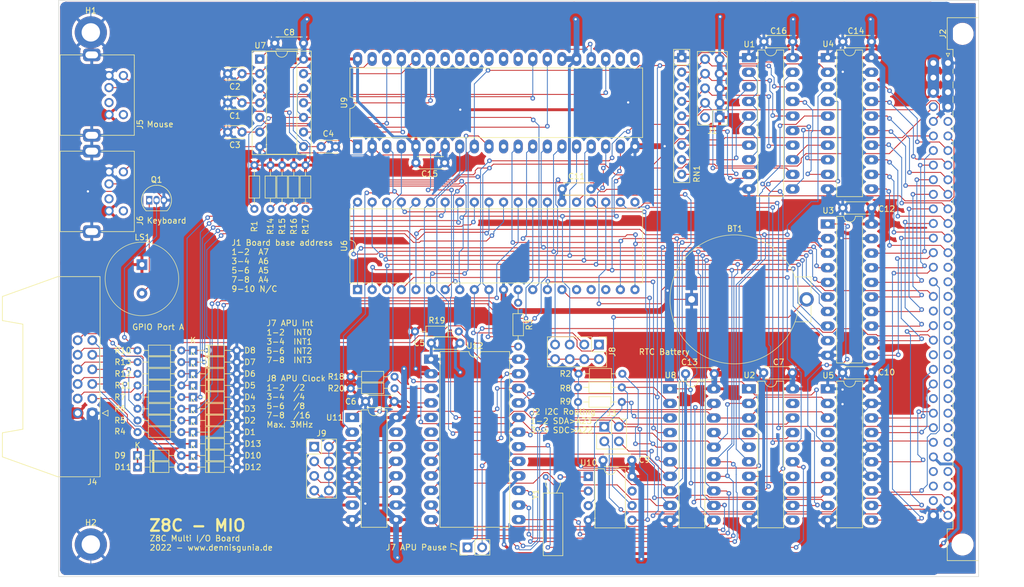
<source format=kicad_pcb>
(kicad_pcb (version 20211014) (generator pcbnew)
  (layers (0 "F.Cu" signal) (31 "B.Cu" signal) (34 "B.Paste" user) (35 "F.Paste" user) (36 "B.SilkS" user "B.Silkscreen") (37 "F.SilkS" user "F.Silkscreen") (38 "B.Mask" user) (39 "F.Mask" user) (44 "Edge.Cuts" user))
  (net 0 "")
  (net 1 "MSDI")
  (net 2 "GND")
  (net 3 "MSCI")
  (net 4 "KBDI")
  (net 5 "KBCI")
  (net 6 "+5V")
  (net 7 "Net-(D1-Pad1)")
  (net 8 "Net-(D2-Pad1)")
  (net 9 "/A22")
  (net 10 "/A23")
  (net 11 "Net-(J2-Padb26)")
  (net 12 "Net-(J2-Padb27)")
  (net 13 "Net-(J4-Pad3)")
  (net 14 "Net-(J4-Pad4)")
  (net 15 "/MEMAQ")
  (net 16 "/A0")
  (net 17 "/A1")
  (net 18 "/A2")
  (net 19 "/A3")
  (net 20 "/A4")
  (net 21 "/A5")
  (net 22 "/A6")
  (net 23 "/A7")
  (net 24 "/A8")
  (net 25 "/A9")
  (net 26 "/A10")
  (net 27 "/A11")
  (net 28 "/A12")
  (net 29 "/A13")
  (net 30 "/A14")
  (net 31 "/A15")
  (net 32 "/~{BUSREQ}")
  (net 33 "/~{BUSACK}")
  (net 34 "/A16")
  (net 35 "/A17")
  (net 36 "/A18")
  (net 37 "/A19")
  (net 38 "/A20")
  (net 39 "/A21")
  (net 40 "/~{INT0}")
  (net 41 "/~{INT1}")
  (net 42 "/~{INT2}")
  (net 43 "/D0")
  (net 44 "/D1")
  (net 45 "/D2")
  (net 46 "/D3")
  (net 47 "/D4")
  (net 48 "/D5")
  (net 49 "/D6")
  (net 50 "/D7")
  (net 51 "/~{RESET}")
  (net 52 "/CLK_CPU")
  (net 53 "/~{INT}")
  (net 54 "/~{NMI}")
  (net 55 "/~{M1}")
  (net 56 "/~{WAIT}")
  (net 57 "/~{HALT}")
  (net 58 "/~{RD}")
  (net 59 "/~{WR}")
  (net 60 "/~{MREQ}")
  (net 61 "/~{IOREQ}")
  (net 62 "Net-(J4-Pad5)")
  (net 63 "Net-(J4-Pad6)")
  (net 64 "+12V")
  (net 65 "-12V")
  (net 66 "-5V")
  (net 67 "+3V3")
  (net 68 "Net-(LS1-Pad2)")
  (net 69 "Net-(Q1-Pad2)")
  (net 70 "Net-(J4-Pad7)")
  (net 71 "Net-(RN1-Pad7)")
  (net 72 "Net-(RN1-Pad8)")
  (net 73 "Net-(RN1-Pad9)")
  (net 74 "/{slash}IOREQ")
  (net 75 "Net-(U1-Pad19)")
  (net 76 "/~{#IOREQ}")
  (net 77 "/~{#RD}")
  (net 78 "/~{#WR}")
  (net 81 "BUSDIR")
  (net 84 "Net-(J4-Pad8)")
  (net 85 "Net-(U2-Pad16)")
  (net 86 "Net-(J4-Pad9)")
  (net 87 "/CS_PS2")
  (net 88 "/BOARD_CS")
  (net 89 "/#D0")
  (net 90 "/#D1")
  (net 91 "/#D2")
  (net 92 "/#D3")
  (net 93 "/#D4")
  (net 94 "/#D5")
  (net 95 "/#D6")
  (net 96 "/#D7")
  (net 97 "/#A0")
  (net 98 "/#A1")
  (net 99 "/#A2")
  (net 100 "/#A3")
  (net 101 "/#A4")
  (net 102 "/#A5")
  (net 103 "/#A6")
  (net 104 "/#A7")
  (net 105 "/~{INT3}")
  (net 106 "Net-(J4-Pad10)")
  (net 107 "Net-(U6-Pad14)")
  (net 113 "/#CLK_CPU")
  (net 114 "/~{#M1}")
  (net 115 "MSCO")
  (net 116 "MSDO")
  (net 117 "KBDO")
  (net 118 "KBCO")
  (net 119 "Net-(U7-Pad11)")
  (net 120 "/~{#RESET}")
  (net 130 "Net-(U10-Pad1)")
  (net 131 "Net-(U10-Pad2)")
  (net 134 "Net-(J1-Pad4)")
  (net 135 "Net-(J1-Pad6)")
  (net 136 "Net-(J1-Pad8)")
  (net 137 "Net-(J1-Pad10)")
  (net 138 "Net-(BT1-Padpos)")
  (net 139 "Net-(D3-Pad1)")
  (net 140 "Net-(D4-Pad1)")
  (net 141 "Net-(D5-Pad1)")
  (net 142 "Net-(D6-Pad1)")
  (net 143 "Net-(D7-Pad1)")
  (net 144 "Net-(D8-Pad1)")
  (net 145 "Net-(D11-Pad1)")
  (net 149 "Net-(R1-Pad2)")
  (net 150 "Net-(R2-Pad2)")
  (net 151 "Net-(R3-Pad1)")
  (net 152 "Net-(R18-Pad2)")
  (net 153 "Net-(R20-Pad2)")
  (net 154 "Net-(J7-Pad2)")
  (net 155 "Net-(J8-Pad2)")
  (net 156 "/CS_FPU")
  (net 157 "/CS_IIC")
  (net 162 "Net-(J9-Pad1)")
  (net 164 "Net-(RN1-Pad6)")
  (net 166 "Net-(U7-Pad13)")
  (net 167 "Net-(J9-Pad2)")
  (net 168 "Net-(J9-Pad3)")
  (net 169 "Net-(J9-Pad5)")
  (net 170 "Net-(J9-Pad7)")
  (net 171 "/I2C_SDA")
  (net 172 "/I2C_SCL")
  (footprint "Diode_THT:D_DO-34_SOD68_P7.62mm_Horizontal" (layer "F.Cu") (at 66.543 109.22)
    (fp_text reference "D8")
    (fp_text value "5.1V")
  )
  (footprint "Capacitor_THT:C_Disc_D3.0mm_W2.0mm_P2.50mm" (layer "F.Cu") (at 75.078011 61.045989 180)
    (fp_text reference "C2")
    (fp_text value "47pF")
  )
  (footprint "Capacitor_THT:C_Disc_D4.3mm_W1.9mm_P5.00mm" (layer "F.Cu") (at 170.856011 55.457989 180)
    (fp_text reference "C16")
    (fp_text value "100nF")
  )
  (footprint "MountingHole:MountingHole_3.2mm_M3_DIN965_Pad" (layer "F.Cu") (at 48.768 143.002)
    (fp_text reference "H2")
    (fp_text value "MountingHole_Pad")
  )
  (footprint "Resistor_THT:R_Axial_DIN0204_L3.6mm_D1.6mm_P7.62mm_Horizontal" (layer "F.Cu") (at 105.156 105.918)
    (fp_text reference "R19")
    (fp_text value "4k7")
  )
  (footprint "Diode_THT:D_DO-34_SOD68_P7.62mm_Horizontal" (layer "F.Cu") (at 66.543 117.348)
    (fp_text reference "D4")
    (fp_text value "5.1V")
  )
  (footprint "Resistor_THT:R_Axial_DIN0204_L3.6mm_D1.6mm_P7.62mm_Horizontal" (layer "F.Cu") (at 64.516 111.252 180)
    (fp_text reference "R13")
    (fp_text value "68")
  )
  (footprint "Package_DIP:DIP-14_W7.62mm_Socket" (layer "F.Cu") (at 78.156011 58.495989)
    (fp_text reference "U7")
    (fp_text value "74LS06")
  )
  (footprint "Resistor_THT:R_Axial_DIN0204_L3.6mm_D1.6mm_P7.62mm_Horizontal" (layer "F.Cu") (at 64.516 121.412 180)
    (fp_text reference "R5")
    (fp_text value "68")
  )
  (footprint "Diode_THT:D_DO-34_SOD68_P7.62mm_Horizontal" (layer "F.Cu") (at 66.543 127.508)
    (fp_text reference "D10")
    (fp_text value "D")
  )
  (footprint "Resistor_THT:R_Axial_DIN0204_L3.6mm_D1.6mm_P7.62mm_Horizontal" (layer "F.Cu") (at 133.604 113.284)
    (fp_text reference "R2")
    (fp_text value "10k")
  )
  (footprint "Resistor_THT:R_Axial_DIN0204_L3.6mm_D1.6mm_P7.62mm_Horizontal" (layer "F.Cu") (at 84.074 84.582 90)
    (fp_text reference "R16")
    (fp_text value "4k7")
  )
  (footprint "Package_DIP:DIP-20_W7.62mm_LongPads" (layer "F.Cu") (at 163.236011 58.251989)
    (fp_text reference "U1")
    (fp_text value "74HC688")
  )
  (footprint "Capacitor_THT:C_Disc_D3.0mm_W2.0mm_P2.50mm" (layer "F.Cu") (at 88.834011 73.745989)
    (fp_text reference "C4")
    (fp_text value "47pF")
  )
  (footprint "Capacitor_THT:C_Disc_D4.3mm_W1.9mm_P5.00mm" (layer "F.Cu") (at 184.572011 55.457989 180)
    (fp_text reference "C14")
    (fp_text value "100nF")
  )
  (footprint "Resistor_THT:R_Axial_DIN0204_L3.6mm_D1.6mm_P7.62mm_Horizontal" (layer "F.Cu") (at 133.518011 118.195989)
    (fp_text reference "R9")
    (fp_text value "R")
  )
  (footprint "Capacitor_THT:C_Disc_D4.3mm_W1.9mm_P5.00mm" (layer "F.Cu") (at 170.816011 113.115989 180)
    (fp_text reference "C7")
    (fp_text value "100nF")
  )
  (footprint "Package_TO_SOT_THT:TO-92_Inline" (layer "F.Cu") (at 58.928 83.058)
    (fp_text reference "Q1")
    (fp_text value "BC548")
  )
  (footprint "Package_DIP:DIP-40_W15.24mm" (layer "F.Cu") (at 95.164011 98.637989 90)
    (fp_text reference "U6")
    (fp_text value "PIO-DIP-40")
  )
  (footprint "Resistor_THT:R_Axial_DIN0204_L3.6mm_D1.6mm_P7.62mm_Horizontal" (layer "F.Cu") (at 64.516 109.22 180)
    (fp_text reference "R10")
    (fp_text value "68")
  )
  (footprint "Resistor_THT:R_Axial_DIN0204_L3.6mm_D1.6mm_P7.62mm_Horizontal" (layer "F.Cu") (at 93.98 113.792)
    (fp_text reference "R18")
    (fp_text value "10k")
  )
  (footprint "Resistor_THT:R_Axial_DIN0204_L3.6mm_D1.6mm_P7.62mm_Horizontal" (layer "F.Cu") (at 64.516 123.444 180)
    (fp_text reference "R4")
    (fp_text value "68")
  )
  (footprint "Connector_PinHeader_2.54mm:PinHeader_2x05_P2.54mm_Vertical" (layer "F.Cu") (at 158.156011 68.660989 180)
    (fp_text reference "J1")
    (fp_text value "Conn_02x05_Odd_Even")
  )
  (footprint "Connector_PinHeader_2.54mm:PinHeader_2x02_P2.54mm_Vertical" (layer "F.Cu") (at 138.085011 122.508989)
    (fp_text reference "J3")
    (fp_text value "Conn_02x02_Top_Bottom" hide)
  )
  (footprint "Resistor_THT:R_Axial_DIN0204_L3.6mm_D1.6mm_P7.62mm_Horizontal" (layer "F.Cu") (at 77.216 76.962 -90)
    (fp_text reference "R1")
    (fp_text value "4k7")
  )
  (footprint "Diode_THT:D_DO-34_SOD68_P7.62mm_Horizontal" (layer "F.Cu") (at 66.543 119.38)
    (fp_text reference "D3")
    (fp_text value "5.1V")
  )
  (footprint "Package_DIP:DIP-16_W7.62mm_LongPads" (layer "F.Cu") (at 94.234 120.904)
    (fp_text reference "U11")
    (fp_text value "74HC161")
  )
  (footprint "Resistor_THT:R_Axial_DIN0204_L3.6mm_D1.6mm_P7.62mm_Horizontal" (layer "F.Cu") (at 123.104011 100.923989 -90)
    (fp_text reference "R3")
    (fp_text value "220")
  )
  (footprint "Capacitor_THT:C_Disc_D3.0mm_W2.0mm_P2.50mm" (layer "F.Cu") (at 75.078011 71.205989 180)
    (fp_text reference "C3")
    (fp_text value "47pF")
  )
  (footprint "Diode_THT:D_DO-34_SOD68_P7.62mm_Horizontal" (layer "F.Cu") (at 66.543 121.412)
    (fp_text reference "D2")
    (fp_text value "5.1V")
  )
  (footprint "Resistor_THT:R_Axial_DIN0204_L3.6mm_D1.6mm_P7.62mm_Horizontal" (layer "F.Cu") (at 64.516 119.38 180)
    (fp_text reference "R6")
    (fp_text value "68")
  )
  (footprint "Package_DIP:DIP-20_W7.62mm_LongPads" (layer "F.Cu") (at 176.952011 87.207989)
    (fp_text reference "U3")
    (fp_text value "74HC245")
  )
  (footprint "Diode_THT:D_DO-34_SOD68_P7.62mm_Horizontal" (layer "F.Cu") (at 66.543 115.316)
    (fp_text reference "D5")
    (fp_text value "5.1V")
  )
  (footprint "Resistor_THT:R_Array_SIP9" (layer "F.Cu") (at 151.552011 58.236989 -90)
    (fp_text reference "RN1")
    (fp_text value "R_Network08")
  )
  (footprint "Package_DIP:DIP-8_W7.62mm" (layer "F.Cu") (at 135.296011 131.159989)
    (fp_text reference "U10")
    (fp_text value "DS1307+")
  )
  (footprint "w_conn_av:PS2" (layer "F.Cu") (at 43.429 88.529 90)
    (fp_text reference "J6")
    (fp_text value "Mini-DIN-6")
  )
  (footprint "Diode_THT:D_DO-34_SOD68_P7.62mm_Horizontal" (layer "F.Cu") (at 66.543 123.444)
    (fp_text reference "D1")
    (fp_text value "5.1V")
  )
  (footprint "Resistor_THT:R_Axial_DIN0204_L3.6mm_D1.6mm_P7.62mm_Horizontal" (layer "F.Cu") (at 86.106 84.582 90)
    (fp_text reference "R17")
    (fp_text value "4k7")
  )
  (footprint "Package_DIP:DIP-20_W7.62mm_LongPads" (layer "F.Cu") (at 176.952011 58.251989)
    (fp_text reference "U4")
    (fp_text value "74HC245")
  )
  (footprint "Connector_PinHeader_2.54mm:PinHeader_2x04_P2.54mm_Vertical" (layer "F.Cu") (at 87.625 125.994)
    (fp_text reference "J9")
    (fp_text value "Conn_02x04_Odd_Even")
  )
  (footprint "Diode_THT:D_DO-34_SOD68_P7.62mm_Horizontal" (layer "F.Cu") (at 56.891 127.508)
    (fp_text reference "D9")
    (fp_text value "D")
  )
  (footprint "digikey-footprints:Piezo_Transducer_THT_PS1240P02BT" (layer "F.Cu") (at 57.658 94.274)
    (fp_text reference "LS1")
    (fp_text value "Speaker")
  )
  (footprint "Crystal:Crystal_AT310_D3.0mm_L10.0mm_Horizontal" (layer "F.Cu") (at 127.900011 131.257989)
    (fp_text reference "Y1")
    (fp_text value "32.768 kHz")
  )
  (footprint "Package_DIP:DIP-40_W15.24mm_LongPads" (layer "F.Cu") (at 95.164011 73.720989 90)
    (fp_text reference "U9")
    (fp_text value "8048")
  )
  (footprint "MountingHole:MountingHole_3.2mm_M3_DIN965_Pad" (layer "F.Cu") (at 48.768 53.848)
    (fp_text reference "H1")
    (fp_text value "MountingHole_Pad")
  )
  (footprint "Capacitor_THT:C_Disc_D4.3mm_W1.9mm_P5.00mm" (layer "F.Cu") (at 112.99 107.95 180)
    (fp_text reference "C5")
    (fp_text value "100nF")
  )
  (footprint "Package_DIP:DIP-20_W7.62mm_LongPads" (layer "F.Cu") (at 176.952011 115.904989)
    (fp_text reference "U5")
    (fp_text value "74HC245")
  )
  (footprint "Diode_THT:D_DO-34_SOD68_P7.62mm_Horizontal" (layer "F.Cu") (at 66.543 111.252)
    (fp_text reference "D7")
    (fp_text value "5.1V")
  )
  (footprint "Connector_DIN:DIN41612_Q_2x32_Male_Horizontal_THT" (layer "F.Cu") (at 197.866 59.182 -90)
    (fp_text reference "J2")
    (fp_text value "Conn_02x32_Row_Letter_First")
  )
  (footprint "Diode_THT:D_DO-34_SOD68_P7.62mm_Horizontal" (layer "F.Cu") (at 66.543 113.284)
    (fp_text reference "D6")
    (fp_text value "5.1V")
  )
  (footprint "Diode_THT:D_DO-34_SOD68_P7.62mm_Horizontal" (layer "F.Cu") (at 66.543 125.476)
    (fp_text reference "D13")
    (fp_text value "5.1V")
  )
  (footprint "Capacitor_THT:C_Disc_D4.3mm_W1.9mm_P5.00mm" (layer "F.Cu") (at 105.324011 76.539989)
    (fp_text reference "C15")
    (fp_text value "100nF")
  )
  (footprint "Resistor_THT:R_Axial_DIN0204_L3.6mm_D1.6mm_P7.62mm_Horizontal" (layer "F.Cu") (at 93.98 115.824)
    (fp_text reference "R20")
    (fp_text value "10k")
  )
  (footprint "Connector_PinHeader_2.54mm:PinHeader_2x04_P2.54mm_Vertical" (layer "F.Cu") (at 137.15 108.199 -90)
    (fp_text reference "J8")
    (fp_text value "Conn_02x04_Odd_Even")
  )
  (footprint "Capacitor_THT:C_Disc_D4.3mm_W1.9mm_P5.00mm" (layer "F.Cu") (at 184.532011 113.115989 180)
    (fp_text reference "C10")
    (fp_text value "100nF")
  )
  (footprint "Capacitor_THT:C_Disc_D4.3mm_W1.9mm_P5.00mm" (layer "F.Cu") (at 130.764011 81.111989)
    (fp_text reference "C11")
    (fp_text value "100nF")
  )
  (footprint "Connector_PinHeader_2.54mm:PinHeader_1x02_P2.54mm_Vertical" (layer "F.Cu") (at 114.3 143.51 90)
    (fp_text reference "J7")
    (fp_text value "Jumper_2_Bridged")
  )
  (footprint "Capacitor_THT:C_Disc_D4.3mm_W1.9mm_P5.00mm" (layer "F.Cu") (at 157.226 113.284 180)
    (fp_text reference "C13")
    (fp_text value "100nF")
  )
  (footprint "Capacitor_THT:C_Disc_D4.3mm_W1.9mm_P5.00mm" (layer "F.Cu") (at 101.56 118.11 180)
    (fp_text reference "C6")
    (fp_text value "100nF")
  )
  (footprint "Capacitor_THT:C_Disc_D4.3mm_W1.9mm_P5.00mm" (layer "F.Cu") (at 142.876011 128.355989 180)
    (fp_text reference "C9")
    (fp_text value "100nF")
  )
  (footprint "Resistor_THT:R_Axial_DIN0204_L3.6mm_D1.6mm_P7.62mm_Horizontal" (layer "F.Cu") (at 80.01 84.582 90)
    (fp_text reference "R14")
    (fp_text value "4k7")
  )
  (footprint "Resistor_THT:R_Axial_DIN0204_L3.6mm_D1.6mm_P7.62mm_Horizontal" (layer "F.Cu") (at 64.516 113.284 180)
    (fp_text reference "R12")
    (fp_text value "68")
  )
  (footprint "digikey-footprints:Battery_Holder_Coin_2032_BS-7" (layer "F.Cu") (at 153.2763 100.33)
    (fp_text reference "BT1")
    (fp_text value "3V")
  )
  (footprint "Capacitor_THT:C_Disc_D4.3mm_W1.9mm_P5.00mm" (layer "F.Cu") (at 85.766011 55.711989 180)
    (fp_text reference "C8")
    (fp_text value "100nF")
  )
  (footprint "Capacitor_THT:C_Disc_D4.3mm_W1.9mm_P5.00mm" (layer "F.Cu") (at 184.572011 84.413989 180)
    (fp_text reference "C12")
    (fp_text value "100nF")
  )
  (footprint "Resistor_THT:R_Axial_DIN0204_L3.6mm_D1.6mm_P7.62mm_Horizontal" (layer "F.Cu") (at 82.042 84.582 90)
    (fp_text reference "R15")
    (fp_text value "4k7")
  )
  (footprint "Connector_IDC:IDC-Header_2x06_P2.54mm_Latch_Horizontal" (layer "F.Cu") (at 49.022 120.142 180)
    (fp_text reference "J4")
    (fp_text value "Conn_02x06_Odd_Even")
  )
  (footprint "Resistor_THT:R_Axial_DIN0204_L3.6mm_D1.6mm_P7.62mm_Horizontal" (layer "F.Cu") (at 64.516 115.316 180)
    (fp_text reference "R11")
    (fp_text value "68")
  )
  (footprint "Package_DIP:DIP-24_W15.24mm_LongPads" (layer "F.Cu") (at 107.95 110.744)
    (fp_text reference "U12")
    (fp_text value "Am9511A")
  )
  (footprint "Package_DIP:DIP-20_W7.62mm_LongPads" (layer "F.Cu") (at 163.236011 115.904989)
    (fp_text reference "U2")
    (fp_text value "GAL16V8")
  )
  (footprint "Diode_THT:D_DO-34_SOD68_P7.62mm_Horizontal" (layer "F.Cu") (at 56.896 129.54)
    (fp_text reference "D11")
    (fp_text value "D")
  )
  (footprint "Resistor_THT:R_Axial_DIN0204_L3.6mm_D1.6mm_P7.62mm_Horizontal" (layer "F.Cu") (at 133.518011 115.655989)
    (fp_text reference "R8")
    (fp_text value "R")
  )
  (footprint "Diode_THT:D_DO-34_SOD68_P7.62mm_Horizontal" (layer "F.Cu") (at 66.548 129.54)
    (fp_text reference "D12")
    (fp_text value "D")
  )
  (footprint "w_conn_av:PS2" (layer "F.Cu") (at 43.429 71.765 90)
    (fp_text reference "J5")
    (fp_text value "Mini-DIN-6")
  )
  (footprint "Package_DIP:DIP-20_W7.62mm_LongPads" (layer "F.Cu") (at 149.520011 115.904989)
    (fp_text reference "U8")
    (fp_text value "PCF8584")
  )
  (footprint "Resistor_THT:R_Axial_DIN0204_L3.6mm_D1.6mm_P7.62mm_Horizontal" (layer "F.Cu") (at 64.516 117.348 180)
    (fp_text reference "R7")
    (fp_text value "68")
  )
  (footprint "Capacitor_THT:C_Disc_D3.0mm_W2.0mm_P2.50mm" (layer "F.Cu") (at 75.078011 66.125989 180)
    (fp_text reference "C1")
    (fp_text value "47pF")
  )
  (gr_line (start 43.18 148.59) (end 203.2 148.59) (layer "Edge.Cuts") (width 0.1))
  (gr_line (start 43.18 48.26) (end 43.18 148.59) (layer "Edge.Cuts") (width 0.1))
  (gr_line (start 203.2 148.59) (end 203.2 48.26) (layer "Edge.Cuts") (width 0.1))
  (gr_line (start 203.2 48.26) (end 43.18 48.26) (layer "Edge.Cuts") (width 0.1))
  (gr_text "J7 APU Pause" (at 105.41 143.51) (layer "F.SilkS") (effects (font (size 1 1))))
  (gr_text "J8 APU Clock\n1-2  /2\n3-4  /4\n5-6  /8\n7-8  /16\nMax. 3MHz" (at 79.248 118.11) (layer "F.SilkS") (effects (font (size 1 1)) (justify left)))
  (gr_text "Mouse" (at 58.42 69.85) (layer "F.SilkS") (effects (font (size 1 1)) (justify left)))
  (gr_text "J1 Board base address\n1-2  A7\n3-4  A6\n5-6  A5\n7-8  A4\n9-10 N/C" (at 73.152 94.488) (layer "F.SilkS") (effects (font (size 1 1)) (justify left)))
  (gr_text "RTC Battery" (at 144.018 109.474) (layer "F.SilkS") (effects (font (size 1 1)) (justify left)))
  (gr_text "GPIO Port A" (at 55.88 105.156) (layer "F.SilkS") (effects (font (size 1 1)) (justify left)))
  (gr_text "J2 I2C Routing\n1-2 SDA>A23\n3-4 SDC>A22" (at 125.136011 121.497989) (layer "F.SilkS") (effects (font (size 1 1)) (justify left)))
  (gr_text "Keyboard" (at 58.42 86.614) (layer "F.SilkS") (effects (font (size 1 1)) (justify left)))
  (gr_text "J7 APU Int\n1-2  INT0\n3-4  INT1\n5-6  INT2\n7-8  INT3" (at 79.248 107.696) (layer "F.SilkS") (effects (font (size 1 1)) (justify left)))
  (gr_text "Z8C Multi I/O Board\n2022 - www.dennisgunia.de" (at 58.928 142.748) (layer "F.SilkS") (effects (font (size 1 1)) (justify left)))
  (gr_text "Z8C - MIO" (at 67.31 139.7) (layer "F.SilkS") (effects (font (size 2 2) (thickness 0.4))))
  (segment (start 75.078011 66.125989) (end 78.146011 66.125989) (width 0.153) (layer "F.Cu") (net 1))
  (segment (start 72.417022 63.465) (end 75.078011 66.125989) (width 0.153) (layer "F.Cu") (net 1))
  (segment (start 78.146011 66.125989) (end 78.156011 66.115989) (width 0.153) (layer "F.Cu") (net 1))
  (segment (start 79.232022 65.039978) (end 125.355989 65.039978) (width 0.153) (layer "F.Cu") (net 1))
  (segment (start 78.156011 66.115989) (end 79.232022 65.039978) (width 0.153) (layer "F.Cu") (net 1))
  (segment (start 51.929 63.465) (end 72.417022 63.465) (width 0.153) (layer "F.Cu") (net 1))
  (segment (start 125.355989 65.039978) (end 125.644011 65.328) (width 0.153) (layer "F.Cu") (net 1))
  (via (at 125.644011 65.328) (size 0.8) (drill 0.4) (layers "F.Cu" "B.Cu") (net 1))
  (segment (start 125.644011 65.328) (end 125.644011 58.480989) (width 0.153) (layer "B.Cu") (net 1))
  (segment (start 179.652011 60.791989) (end 179.572011 60.711989) (width 0.153) (layer "F.Cu") (net 2))
  (segment (start 143.485 73.66) (end 143.424011 73.720989) (width 1) (layer "F.Cu") (net 2))
  (segment (start 96.774 136.144) (end 96.52 135.89) (width 0.5) (layer "F.Cu") (net 2))
  (segment (start 120.564011 100.363198) (end 122.562813 102.362) (width 1) (layer "F.Cu") (net 2))
  (segment (start 78.156011 73.735989) (end 79.242022 74.822) (width 0.153) (layer "F.Cu") (net 2))
  (segment (start 179.404989 115.904989) (end 179.532011 116.032011) (width 0.153) (layer "F.Cu") (net 2))
  (segment (start 147.828 102.362) (end 149.098 101.092) (width 1) (layer "F.Cu") (net 2))
  (segment (start 122.562813 102.362) (end 147.828 102.362) (width 1) (layer "F.Cu") (net 2))
  (segment (start 184.572011 118.444989) (end 179.659033 118.444989) (width 0.153) (layer "F.Cu") (net 2))
  (segment (start 184.572011 60.791989) (end 179.652011 60.791989) (width 0.153) (layer "F.Cu") (net 2))
  (segment (start 149.098 101.092) (end 149.098 100.33) (width 1) (layer "F.Cu") (net 2))
  (segment (start 90.258 74.822) (end 91.334011 73.745989) (width 0.153) (layer "F.Cu") (net 2))
  (segment (start 60.169 81.534) (end 48.26 81.534) (width 0.153) (layer "F.Cu") (net 2))
  (segment (start 149.098 100.33) (end 149.098 98.806) (width 1) (layer "F.Cu") (net 2))
  (segment (start 108.927991 75.197009) (end 110.404011 73.720989) (width 0.153) (layer "F.Cu") (net 2))
  (segment (start 140.97 67.31) (end 142.24 66.04) (width 0.5) (layer "F.Cu") (net 2))
  (segment (start 179.659033 118.444989) (end 179.532011 118.572011) (width 0.153) (layer "F.Cu") (net 2))
  (segment (start 179.409989 89.747989) (end 179.324 89.662) (width 0.153) (layer "F.Cu") (net 2))
  (segment (start 79.242022 74.822) (end 90.258 74.822) (width 0.153) (layer "F.Cu") (net 2))
  (segment (start 72.578011 71.205989) (end 75.108011 73.735989) (width 0.153) (layer "F.Cu") (net 2))
  (segment (start 75.108011 73.735989) (end 78.156011 73.735989) (width 0.153) (layer "F.Cu") (net 2))
  (segment (start 61.468 82.833) (end 60.169 81.534) (width 0.153) (layer "F.Cu") (net 2))
  (segment (start 184.572011 89.747989) (end 179.409989 89.747989) (width 0.153) (layer "F.Cu") (net 2))
  (segment (start 97.704011 73.720989) (end 99.180031 75.197009) (width 0.153) (layer "F.Cu") (net 2))
  (segment (start 101.854 136.144) (end 96.774 136.144) (width 0.5) (layer "F.Cu") (net 2))
  (segment (start 99.180031 75.197009) (end 108.927991 75.197009) (width 0.153) (layer "F.Cu") (net 2))
  (segment (start 153.2763 100.33) (end 149.098 100.33) (width 0.153) (layer "F.Cu") (net 2))
  (segment (start 176.952011 115.904989) (end 179.404989 115.904989) (width 0.153) (layer "F.Cu") (net 2))
  (segment (start 120.564011 98.637989) (end 120.564011 100.363198) (width 1) (layer "F.Cu") (net 2))
  (segment (start 61.468 83.058) (end 61.468 82.833) (width 0.153) (layer "F.Cu") (net 2))
  (segment (start 113.03 67.31) (end 140.97 67.31) (width 0.5) (layer "F.Cu") (net 2))
  (segment (start 148.59 73.66) (end 143.485 73.66) (width 1) (layer "F.Cu") (net 2))
  (via (at 148.59 73.66) (size 0.8) (drill 0.4) (layers "F.Cu" "B.Cu") (net 2))
  (via (at 48.26 81.534) (size 0.8) (drill 0.4) (layers "F.Cu" "B.Cu") (net 2))
  (via (at 179.532011 116.032011) (size 0.8) (drill 0.4) (layers "F.Cu" "B.Cu") (net 2))
  (via (at 179.324 89.662) (size 0.8) (drill 0.4) (layers "F.Cu" "B.Cu") (net 2))
  (via (at 179.572011 60.711989) (size 0.8) (drill 0.4) (layers "F.Cu" "B.Cu") (net 2))
  (via (at 149.098 98.806) (size 0.8) (drill 0.4) (layers "F.Cu" "B.Cu") (net 2))
  (via (at 142.24 66.04) (size 0.8) (drill 0.4) (layers "F.Cu" "B.Cu") (net 2))
  (via (at 113.03 67.31) (size 0.8) (drill 0.4) (layers "F.Cu" "B.Cu") (net 2))
  (via (at 96.52 135.89) (size 0.8) (drill 0.4) (layers "F.Cu" "B.Cu") (net 2))
  (via (at 179.532011 118.572011) (size 0.8) (drill 0.4) (layers "F.Cu" "B.Cu") (net 2))
  (segment (start 184.572011 118.644014) (end 184.572011 118.444989) (width 0.153) (layer "B.Cu") (net 2))
  (segment (start 183.095991 129.668969) (end 183.095991 127.541009) (width 0.153) (layer "B.Cu") (net 2))
  (segment (start 74.168 129.54) (end 74.168 147.066) (width 1) (layer "B.Cu") (net 2))
  (segment (start 179.572011 55.457989) (end 179.572011 60.711989) (width 0.5) (layer "B.Cu") (net 2))
  (segment (start 179.532011 136.184989) (end 176.952011 138.764989) (width 0.5) (layer "B.Cu") (net 2))
  (segment (start 80.766011 55.711989) (end 80.766011 71.125989) (width 1) (layer "B.Cu") (net 2))
  (segment (start 109.728 147.32) (end 135.128 147.32) (width 2) (layer "B.Cu") (net 2))
  (segment (start 179.572011 55.631989) (end 176.952011 58.251989) (width 0.5) (layer "B.Cu") (net 2))
  (segment (start 74.163 115.316) (end 74.163 117.348) (width 1) (layer "B.Cu") (net 2))
  (segment (start 135.764011 81.111989) (end 136.033011 81.111989) (width 1) (layer "B.Cu") (net 2))
  (segment (start 74.163 125.476) (end 74.163 127.508) (width 1) (layer "B.Cu") (net 2))
  (segment (start 179.572011 49.789989) (end 179.832 49.53) (width 0.5) (layer "B.Cu") (net 2))
  (segment (start 143.338022 66.04) (end 143.424011 65.954011) (width 0.5) (layer "B.Cu") (net 2))
  (segment (start 74.163 117.348) (end 74.163 119.38) (width 1) (layer "B.Cu") (net 2))
  (segment (start 44.432489 71.137511) (end 44.432489 74.912489) (width 2) (layer "B.Cu") (net 2))
  (segment (start 152.226 113.284) (end 152.226 136.059) (width 0.5) (layer "B.Cu") (net 2))
  (segment (start 44.432489 61.958489) (end 44.432489 71.137511) (width 2) (layer "B.Cu") (net 2))
  (segment (start 177.546 147.32) (end 195.326 147.32) (width 2) (layer "B.Cu") (net 2))
  (segment (start 96.228 75.197) (end 97.704011 73.720989) (width 0.153) (layer "B.Cu") (net 2))
  (segment (start 179.324 89.662) (end 179.572011 89.413989) (width 0.153) (layer "B.Cu") (net 2))
  (segment (start 74.168 147.066) (end 74.422 147.32) (width 1) (layer "B.Cu") (net 2))
  (segment (start 146.558 58.928) (end 146.558 50.038) (width 1) (layer "B.Cu") (net 2))
  (segment (start 80.766011 49.789989) (end 81.026 49.53) (width 1) (layer "B.Cu") (net 2))
  (segment (start 143.424011 73.720989) (end 143.424011 65.954011) (width 1) (layer "B.Cu") (net 2))
  (segment (start 110.404011 73.720989) (end 110.404011 69.935989) (width 0.5) (layer "B.Cu") (net 2))
  (segment (start 179.572011 60.711989) (end 179.572011 84.413989) (width 0.5) (layer "B.Cu") (net 2))
  (segment (start 44.821 88.529) (end 44.432489 88.917511) (width 0.5) (layer "B.Cu") (net 2))
  (segment (start 152.226 136.059) (end 149.520011 138.764989) (width 0.5) (layer "B.Cu") (net 2))
  (segment (start 95.88352 137.03448) (end 94.234 138.684) (width 0.5) (layer "B.Cu") (net 2))
  (segment (start 179.532011 112.647989) (end 176.952011 110.067989) (width 0.5) (layer "B.Cu") (net 2))
  (segment (start 107.99 107.95) (end 107.99 110.704) (width 0.5) (layer "B.Cu") (net 2))
  (segment (start 195.326 147.32) (end 195.326 137.922) (width 2) (layer "B.Cu") (net 2))
  (segment (start 149.520011 146.980011) (end 149.86 147.32) (width 1) (layer "B.Cu") (net 2))
  (segment (start 179.532011 113.115989) (end 179.532011 116.032011) (width 0.5) (layer "B.Cu") (net 2))
  (segment (start 179.532011 118.572011) (end 179.532011 136.184989) (width 0.5) (layer "B.Cu") (net 2))
  (segment (start 96.52 135.89) (end 95.88352 135.25352) (width 0.5) (layer "B.Cu") (net 2))
  (segment (start 81.026 49.53) (end 49.022 49.53) (width 2) (layer "B.Cu") (net 2))
  (segment (start 74.163 113.284) (end 74.163 115.316) (width 1) (layer "B.Cu") (net 2))
  (segment (start 137.876011 128.355989) (end 137.876011 136.199989) (width 1) (layer "B.Cu") (net 2))
  (segment (start 179.532011 113.115989) (end 179.532011 112.647989) (width 0.5) (layer "B.Cu") (net 2))
  (segment (start 165.856011 55.631989) (end 163.236011 58.251989) (width 0.5) (layer "B.Cu") (net 2))
  (segment (start 197.731479 59.047479) (end 197.731479 49.649479) (width 2) (layer "B.Cu") (net 2))
  (segment (start 197.612 49.53) (end 184.658 49.53) (width 2) (layer "B.Cu") (net 2))
  (segment (start 165.816011 136.184989) (end 163.236011 138.764989) (width 0.5) (layer "B.Cu") (net 2))
  (segment (start 48.26 81.534) (end 48.26 79.248) (width 0.153) (layer "B.Cu") (net 2))
  (segment (start 93.894011 147.151989) (end 93.726 147.32) (width 0.5) (layer "B.Cu") (net 2))
  (segment (start 93.726 147.32) (end 109.728 147.32) (width 2) (layer "B.Cu") (net 2))
  (segment (start 48.26 79.248) (end 47.141 78.129) (width 0.153) (layer "B.Cu") (net 2))
  (segment (start 170.942 49.53) (end 166.116 49.53) (width 2) (layer "B.Cu") (net 2))
  (segment (start 44.517978 78.129) (end 44.432489 78.214489) (width 1.5) (layer "B.Cu") (net 2))
  (segment (start 176.952011 146.726011) (end 177.546 147.32) (width 1) (layer "B.Cu") (net 2))
  (segment (start 74.163 119.38) (end 74.163 121.412) (width 1) (layer "B.Cu") (net 2))
  (segment (start 149.520011 138.764989) (end 149.520011 146.980011) (width 1) (layer "B.Cu") (net 2))
  (segment (start 74.163 127.508) (end 74.163 129.535) (width 1) (layer "B.Cu") (net 2))
  (segment (start 44.432489 58.402489) (end 44.432489 61.958489) (width 2) (layer "B.Cu") (net 2))
  (segment (start 197.866 61.722) (end 197.866 64.262) (width 2) (layer "B.Cu") (net 2))
  (segment (start 149.86 147.32) (end 163.068 147.32) (width 2) (layer "B.Cu") (net 2))
  (segment (start 95.88352 135.25352) (end 95.88352 137.03448) (width 0.5) (layer "B.Cu") (net 2))
  (segment (start 179.572011 84.413989) (end 179.572011 88.894011) (width 0.5) (layer "B.Cu") (net 2))
  (segment (start 163.236011 138.764989) (end 163.236011 147.151989) (width 1) (layer "B.Cu") (net 2))
  (segment (start 197.866 59.182) (end 197.866 61.722) (width 2) (layer "B.Cu") (net 2))
  (segment (start 44.432489 49.547511) (end 44.432489 58.402489) (width 2) (layer "B.Cu") (net 2))
  (segment (start 48.929 88.529) (end 44.821 88.529) (width 0.5) (layer "B.Cu") (net 2))
  (segment (start 152.146 49.53) (end 146.05 49.53) (width 2) (layer "B.Cu") (net 2))
  (segment (start 149.349522 98.554478) (end 149.349522 74.419522) (width 1) (layer "B.Cu") (net 2))
  (segment (start 179.572011 89.413989) (end 179.572011 88.894011) (width 0.153) (layer "B.Cu") (net 2))
  (segment (start 44.432489 74.912489) (end 44.432489 78.214489) (width 2) (layer "B.Cu") (net 2))
  (segment (start 94.234 128.524) (end 94.234 125.984) (width 0.5) (layer "B.Cu") (net 2))
  (segment (start 142.24 66.04) (end 143.338022 66.04) (width 0.5) (layer "B.Cu") (net 2))
  (segment (start 44.45 49.53) (end 44.432489 49.547511) (width 2) (layer "B.Cu") (net 2))
  (segment (start 44.432489 147.302489) (end 44.45 147.32) (width 2) (layer "B.Cu") (net 2))
  (segment (start 183.095991 127.541009) (end 184.572011 126.064989) (width 0.153) (layer "B.Cu") (net 2))
  (segment (start 44.432489 88.917511) (end 44.432489 123.207511) (width 2) (layer "B.Cu") (net 2))
  (segment (start 51.929 78.129) (end 47.141 78.129) (width 1.5) (layer "B.Cu") (net 2))
  (segment (start 165.816011 113.115989) (end 165.816011 136.184989) (width 0.5) (layer "B.Cu") (net 2))
  (segment (start 179.572011 107.447989) (end 176.952011 110.067989) (width 0.5) (layer "B.Cu") (net 2))
  (segment (start 48.768 53.848) (end 48.768 49.784) (width 0.153) (layer "B.Cu") (net 2))
  (segment (start 72.578011 71.205989) (end 72.578011 66.125989) (width 0.153) (layer "B.Cu") (net 2))
  (segment (start 94.234 133.604) (end 95.88352 135.25352) (width 0.5) (layer "B.Cu") (net 2))
  (segment (start 137.876011 136.199989) (end 135.296011 138.779989) (width 1) (layer "B.Cu") (net 2))
  (segment (start 74.163 123.444) (end 74.163 125.476) (width 1) (layer "B.Cu") (net 2))
  (segment (start 49.022 120.142) (end 49.022 122.428) (width 2) (layer "B.Cu") (net 2))
  (segment (start 184.658 49.53) (end 179.832 49.53) (width 2) (layer "B.Cu") (net 2))
  (segment (start 80.766011 71.125989) (end 78.156011 73.735989) (width 1) (layer "B.Cu") (net 2))
  (segment (start 197.866 64.262) (end 197.866 66.802) (width 2) (layer "B.Cu") (net 2))
  (segment (start 143.424011 65.954011) (end 143.424011 62.061989) (width 1) (layer "B.Cu") (net 2))
  (segment (start 80.766011 55.711989) (end 80.766011 49.789989) (width 1) (layer "B.Cu") (net 2))
  (segment (start 151.552011 50.123989) (end 152.146 49.53) (width 1) (layer "B.Cu") (net 2))
  (segment (start 179.532011 116.032011) (end 179.532011 118.572011) (width 0.5) (layer "B.Cu") (net 2))
  (segment (start 74.163 121.412) (end 74.163 123.444) (width 1) (layer "B.Cu") (net 2))
  (segment (start 94.234 133.604) (end 94.234 131.064) (width 0.5) (layer "B.Cu") (net 2))
  (segment (start 45.069978 57.765) (end 44.432489 58.402489) (width 0.5) (layer "B.Cu") (net 2))
  (segment (start 74.422 147.32) (end 93.726 147.32) (width 2) (layer "B.Cu") (net 2))
  (segment (start 48.768 147.066) (end 48.514 147.32) (width 0.153) (layer "B.Cu") (net 2))
  (segment (start 110.404011 69.935989) (end 113.03 67.31) (width 0.5) (layer "B.Cu") (net 2))
  (segment (start 165.856011 78.491989) (end 165.856011 55.457989) (width 0.5) (layer "B.Cu") (net 2))
  (segment (start 107.95 110.744) (end 109.84952 112.64352) (width 1) (layer "B.Cu") (net 2))
  (segment (start 163.236011 81.111989) (end 165.856011 78.491989) (width 0.5) (layer "B.Cu") (net 2))
  (segment (start 136.033011 81.111989) (end 143.424011 73.720989) (width 1) (layer "B.Cu") (net 2))
  (segment (start 45.059978 71.765) (end 44.432489 71.137511) (width 0.5) (layer "B.Cu") (net 2))
  (segment (start 151.552011 58.236989) (end 151.552011 50.123989) (width 1) (layer "B.Cu") (net 2))
  (segment (start 146.558 50.038) (end 146.05 49.53) (width 1) (layer "B.Cu") (net 2))
  (segment (start 176.952011 81.793989) (end 179.572011 84.413989) (width 0.5) (layer "B.Cu") (net 2))
  (segment (start 197.731479 49.649479) (end 197.612 49.53) (width 2) (layer "B.Cu") (net 2))
  (segment (start 110.324011 76.539989) (end 110.324011 73.800989) (width 1) (layer "B.Cu") (net 2))
  (segment (start 149.349522 74.419522) (end 148.59 73.66) (width 1) (layer "B.Cu") (net 2))
  (segment (start 48.929 74.529) (end 48.545511 74.912489) (width 0.5) (layer "B.Cu") (net 2))
  (segment (start 197.866 59.182) (end 197.731479 59.047479) (width 2) (layer "B.Cu") (net 2))
  (segment (start 135.296011 147.151989) (end 135.128 147.32) (width 1) (layer "B.Cu") (net 2))
  (segment (start 91.334011 73.745989) (end 92.785022 75.197) (width 0.153) (layer "B.Cu") (net 2))
  (segment (start 94.234 146.812) (end 93.726 147.32) (width 1) (layer "B.Cu") (net 2))
  (segment (start 48.242489 123.207511) (end 44.432489 123.207511) (width 2) (layer "B.Cu") (net 2))
  (segment (start 94.234 125.984) (end 96.56 123.658) (width 0.5) (layer "B.Cu") (net 2))
  (segment (start 163.068 147.32) (end 177.546 147.32) (width 2) (layer "B.Cu") (net 2))
  (segment (start 176.952011 81.111989) (end 176.952011 81.793989) (width 0.5) (layer "B.Cu") (net 2))
  (segment (start 94.234 131.064) (end 94.234 128.524) (width 0.5) (layer "B.Cu") (net 2))
  (segment (start 74.163 109.22) (end 74.163 111.252) (width 1) (layer "B.Cu") (net 2))
  (segment (start 183.095991 124.588969) (end 183.095991 120.120034) (width 0.153) (layer "B.Cu") (net 2))
  (segment (start 143.424011 62.061989) (end 146.558 58.928) (width 1) (layer "B.Cu") (net 2))
  (segment (start 176.952011 138.764989) (end 176.952011 146.726011) (width 1) (layer "B.Cu") (net 2))
  (segment (start 184.572011 49.615989) (end 184.658 49.53) (width 1) (layer "B.Cu") (net 2))
  (segment (start 92.785022 75.197) (end 96.228 75.197) (width 0.153) (layer "B.Cu") (net 2))
  (segment (start 48.768 49.784) (end 49.022 49.53) (width 0.153) (layer "B.Cu") (net 2))
  (segment (start 48.545511 74.912489) (end 44.432489 74.912489) (width 0.5) (layer "B.Cu") (net 2))
  (segment (start 49.022 122.428) (end 48.242489 123.207511) (width 2) (layer "B.Cu") (net 2))
  (segment (start 96.56 123.658) (end 96.56 118.11) (width 0.5) (layer "B.Cu") (net 2))
  (segment (start 44.432489 78.214489) (end 44.432489 88.917511) (width 2) (layer "B.Cu") (net 2))
  (segment (start 149.098 98.806) (end 149.349522 98.554478) (width 1) (layer "B.Cu") (net 2))
  (segment (start 48.929 57.765) (end 45.069978 57.765) (width 0.5) (layer "B.Cu") (net 2))
  (segment (start 48.514 147.32) (end 74.422 147.32) (width 2) (layer "B.Cu") (net 2))
  (segment (start 184.572011 126.064989) (end 183.095991 124.588969) (width 0.153) (layer "B.Cu") (net 2))
  (segment (start 74.163 111.252) (end 74.163 113.284) (width 1) (layer "B.Cu") (net 2))
  (segment (start 165.856011 55.457989) (end 165.856011 49.789989) (width 0.5) (layer "B.Cu") (net 2))
  (segment (start 165.856011 49.789989) (end 166.116 49.53) (width 0.5) (layer "B.Cu") (net 2))
  (segment (start 110.324011 73.800989) (end 110.404011 73.720989) (width 1) (layer "B.Cu") (net 2))
  (segment (start 49.022 49.53) (end 44.45 49.53) (width 2) (layer "B.Cu") (net 2))
  (segment (start 107.99 110.704) (end 107.95 110.744) (width 0.5) (layer "B.Cu") (net 2))
  (segment (start 146.05 49.53) (end 81.026 49.53) (width 2) (layer "B.Cu") (net 2))
  (segment (start 179.832 49.53) (end 170.942 49.53) (width 2) (layer "B.Cu") (net 2))
  (segment (start 109.84952 112.64352) (end 109.84952 147.19848) (width 1) (layer "B.Cu") (net 2))
  (segment (start 135.128 147.32) (end 149.86 147.32) (width 2) (layer "B.Cu") (net 2))
  (segment (start 48.929 71.765) (end 45.059978 71.765) (width 0.5) (layer "B.Cu") (net 2))
  (segment (start 44.432489 123.207511) (end 44.432489 147.302489) (width 2) (layer "B.Cu") (net 2))
  (segment (start 94.234 138.684) (end 94.234 146.812) (width 1) (layer "B.Cu") (net 2))
  (segment (start 135.296011 138.779989) (end 135.296011 147.151989) (width 1) (layer "B.Cu") (net 2))
  (segment (start 109.84952 147.19848) (end 109.728 147.32) (width 1) (layer "B.Cu") (net 2))
  (segment (start 74.163 129.535) (end 74.168 129.54) (width 1) (layer "B.Cu") (net 2))
  (segment (start 51.929 61.365) (end 45.025978 61.365) (width 1.5) (layer "B.Cu") (net 2))
  (segment (start 163.236011 147.151989) (end 163.068 147.32) (width 1) (layer "B.Cu") (net 2))
  (segment (start 179.572011 55.457989) (end 179.572011 49.789989) (width 0.5) (layer "B.Cu") (net 2))
  (segment (start 166.116 49.53) (end 152.146 49.53) (width 2) (layer "B.Cu") (net 2))
  (segment (start 184.572011 131.144989) (end 183.095991 129.668969) (width 0.153) (layer "B.Cu") (net 2))
  (segment (start 170.856011 49.615989) (end 170.942 49.53) (width 1) (layer "B.Cu") (net 2))
  (segment (start 47.141 78.129) (end 44.517978 78.129) (width 1.5) (layer "B.Cu") (net 2))
  (segment (start 179.572011 88.894011) (end 179.572011 107.447989) (width 0.5) (layer "B.Cu") (net 2))
  (segment (start 179.572011 55.457989) (end 179.572011 55.631989) (width 0.5) (layer "B.Cu") (net 2))
  (segment (start 72.578011 66.125989) (end 72.578011 61.045989) (width 0.153) (layer "B.Cu") (net 2))
  (segment (start 45.025978 61.365) (end 44.432489 61.958489) (width 1.5) (layer "B.Cu") (net 2))
  (segment (start 44.45 147.32) (end 48.514 147.32) (width 2) (layer "B.Cu") (net 2))
  (segment (start 183.095991 120.120034) (end 184.572011 118.644014) (width 0.153) (layer "B.Cu") (net 2))
  (segment (start 48.768 143.002) (end 48.768 147.066) (width 0.153) (layer "B.Cu") (net 2))
  (segment (start 165.856011 55.457989) (end 165.856011 55.631989) (width 0.5) (layer "B.Cu") (net 2))
  (segment (start 96.225022 59.959978) (end 79.232022 59.959978) (width 0.153) (layer "F.Cu") (net 3))
  (segment (start 73.959001 62.164999) (end 75.078011 61.045989) (width 0.153) (layer "F.Cu") (net 3))
  (segment (start 97.704011 58.480989) (end 96.225022 59.959978) (width 0.153) (layer "F.Cu") (net 3))
  (segment (start 54.429 61.365) (end 55.228999 62.164999) (width 0.153) (layer "F.Cu") (net 3))
  (segment (start 75.078011 61.045989) (end 78.146011 61.045989) (width 0.153) (layer "F.Cu") (net 3))
  (segment (start 55.228999 62.164999) (end 73.959001 62.164999) (width 0.153) (layer "F.Cu") (net 3))
  (segment (start 78.146011 61.045989) (end 78.156011 61.035989) (width 0.153) (layer "F.Cu") (net 3))
  (segment (start 79.232022 59.959978) (end 78.156011 61.035989) (width 0.153) (layer "F.Cu") (net 3))
  (segment (start 98.50452 70.119978) (end 98.742542 70.358) (width 0.153) (layer "F.Cu") (net 4))
  (segment (start 62.011 80.229) (end 72.110022 70.129978) (width 0.153) (layer "F.Cu") (net 4))
  (segment (start 74.002 70.129978) (end 75.078011 71.205989) (width 0.153) (layer "F.Cu") (net 4))
  (segment (start 79.232022 70.119978) (end 98.50452 70.119978) (width 0.153) (layer "F.Cu") (net 4))
  (segment (start 78.146011 71.205989) (end 78.156011 71.195989) (width 0.153) (layer "F.Cu") (net 4))
  (segment (start 128.016 70.358) (end 128.184011 70.189989) (width 0.153) (layer "F.Cu") (net 4))
  (segment (start 72.110022 70.129978) (end 74.002 70.129978) (width 0.153) (layer "F.Cu") (net 4))
  (segment (start 98.742542 70.358) (end 128.016 70.358) (width 0.153) (layer "F.Cu") (net 4))
  (segment (start 75.078011 71.205989) (end 78.146011 71.205989) (width 0.153) (layer "F.Cu") (net 4))
  (segment (start 51.929 80.229) (end 62.011 80.229) (width 0.153) (layer "F.Cu") (net 4))
  (segment (start 78.156011 71.195989) (end 79.232022 70.119978) (width 0.153) (layer "F.Cu") (net 4))
  (via (at 128.184011 70.189989) (size 0.8) (drill 0.4) (layers "F.Cu" "B.Cu") (net 4))
  (segment (start 128.184011 70.189989) (end 128.184011 58.480989) (width 0.153) (layer "B.Cu") (net 4))
  (segment (start 89.910022 72.669978) (end 94.113 72.669978) (width 0.153) (layer "F.Cu") (net 5))
  (segment (start 83.073978 67.579978) (end 83.312 67.818) (width 0.153) (layer "F.Cu") (net 5))
  (segment (start 64.978022 67.579978) (end 83.073978 67.579978) (width 0.153) (layer "F.Cu") (net 5))
  (segment (start 54.429 78.129) (end 64.978022 67.579978) (width 0.153) (layer "F.Cu") (net 5))
  (segment (start 88.824011 73.735989) (end 88.834011 73.745989) (width 0.153) (layer "F.Cu") (net 5))
  (segment (start 88.834011 73.745989) (end 89.910022 72.669978) (width 0.153) (layer "F.Cu") (net 5))
  (segment (start 94.113 72.669978) (end 95.164011 73.720989) (width 0.153) (layer "F.Cu") (net 5))
  (segment (start 85.776011 73.735989) (end 88.824011 73.735989) (width 0.153) (layer "F.Cu") (net 5))
  (via (at 83.312 67.818) (size 0.8) (drill 0.4) (layers "F.Cu" "B.Cu") (net 5))
  (segment (start 83.312 67.818) (end 83.312 71.271978) (width 0.153) (layer "B.Cu") (net 5))
  (segment (start 83.312 71.271978) (end 85.776011 73.735989) (width 0.153) (layer "B.Cu") (net 5))
  (segment (start 93.98 113.792) (end 93.98 115.824) (width 1) (layer "F.Cu") (net 6))
  (segment (start 170.688 51.308) (end 170.688 49.53) (width 1) (layer "F.Cu") (net 6))
  (segment (start 177.411381 113.115989) (end 170.816011 113.115989) (width 1) (layer "F.Cu") (net 6))
  (segment (start 105.156 49.53) (end 85.852 49.53) (width 2) (layer "F.Cu") (net 6))
  (segment (start 195.326 59.182) (end 195.326 50.038) (width 2) (layer "F.Cu") (net 6))
  (segment (start 44.432489 49.547511) (end 44.432489 68.562489) (width 2) (layer "F.Cu") (net 6))
  (segment (start 133.096 51.562) (end 132.842 51.308) (width 1) (layer "F.Cu") (net 6))
  (segment (start 102.108 147.32) (end 144.018 147.32) (width 2) (layer "F.Cu") (net 6))
  (segment (start 132.842 51.308) (end 132.842 49.53) (width 1) (layer "F.Cu") (net 6))
  (segment (start 95.164011 58.480989) (end 85.791011 58.480989) (width 0.5) (layer "F.Cu") (net 6))
  (segment (start 51.929 84.929) (end 44.865 84.929) (width 1.5) (layer "F.Cu") (net 6))
  (segment (start 44.432489 119.616489) (end 44.432489 147.302489) (width 2) (layer "F.Cu") (net 6))
  (segment (start 44.45 49.53) (end 44.432489 49.547511) (width 2) (layer "F.Cu") (net 6))
  (segment (start 44.865 84.929) (end 44.432489 85.361511) (width 1.5) (layer "F.Cu") (net 6))
  (segment (start 185.42 49.53) (end 170.688 49.53) (width 2) (layer "F.Cu") (net 6))
  (segment (start 46.482 120.142) (end 44.958 120.142) (width 2) (layer "F.Cu") (net 6))
  (segment (start 170.688 49.53) (end 157.988 49.53) (width 2) (layer "F.Cu") (net 6))
  (segment (start 144.526 145.542) (end 144.526 146.812) (width 1) (layer "F.Cu") (net 6))
  (segment (start 144.526 146.812) (end 144.018 147.32) (width 1) (layer "F.Cu") (net 6))
  (segment (start 44.708978 94.274) (end 44.432489 93.997511) (width 0.153) (layer "F.Cu") (net 6))
  (segment (start 51.929 68.165) (end 44.829978 68.165) (width 1.5) (layer "F.Cu") (net 6))
  (segment (start 184.532011 113.115989) (end 183.0325 114.6155) (width 1) (layer "F.Cu") (net 6))
  (segment (start 195.326 50.038) (end 194.818 49.53) (width 2) (layer "F.Cu") (net 6))
  (segment (start 184.404 51.562) (end 184.404 50.546) (width 1) (layer "F.Cu") (net 6))
  (segment (start 107.95 113.284) (end 107.058489 112.392489) (width 1) (layer "F.Cu") (net 6))
  (segment (start 105.280489 112.392489) (end 103.253511 112.392489) (width 1) (layer "F.Cu") (net 6))
  (segment (start 158.242 51.1295) (end 158.242 49.784) (width 0.5) (layer "F.Cu") (net 6))
  (segment (start 44.45 147.32) (end 89.662 147.32) (width 2) (layer "F.Cu") (net 6))
  (segment (start 183.0325 114.6155) (end 178.910892 114.6155) (width 1) (layer "F.Cu") (net 6))
  (segment (start 82.042 76.962) (end 84.074 76.962) (width 0.153) (layer "F.Cu") (net 6))
  (segment (start 77.216 76.962) (end 80.01 76.962) (width 0.153) (layer "F.Cu") (net 6))
  (segment (start 178.910892 114.6155) (end 177.411381 113.115989) (width 1) (layer "F.Cu") (net 6))
  (segment (start 102.108 145.288) (end 102.108 147.32) (width 1) (layer "F.Cu") (net 6))
  (segment (start 144.018 147.32) (end 195.326 147.32) (width 2) (layer "F.Cu") (net 6))
  (segment (start 157.988 49.53) (end 132.842 49.53) (width 2) (layer "F.Cu") (net 6))
  (segment (start 103.253511 112.392489) (end 95.379511 112.392489) (width 1) (layer "F.Cu") (net 6))
  (segment (start 85.852 49.53) (end 44.45 49.53) (width 2) (layer "F.Cu") (net 6))
  (segment (start 44.432489 93.997511) (end 44.432489 119.616489) (width 2) (layer "F.Cu") (net 6))
  (segment (start 44.432489 147.302489) (end 44.45 147.32) (width 2) (layer "F.Cu") (net 6))
  (segment (start 107.058489 112.392489) (end 105.280489 112.392489) (width 1) (layer "F.Cu") (net 6))
  (segment (start 132.842 49.53) (end 105.156 49.53) (width 2) (layer "F.Cu") (net 6))
  (segment (start 169.3165 114.6155) (end 165.194892 114.6155) (width 1) (layer "F.Cu") (net 6))
  (segment (start 184.404 50.546) (end 185.42 49.53) (width 1) (layer "F.Cu") (net 6))
  (segment (start 163.863392 113.284) (end 157.226 113.284) (width 1) (layer "F.Cu") (net 6))
  (segment (start 134.38548 129.731458) (end 141.48748 129.731458) (width 0.153) (layer "F.Cu") (net 6))
  (segment (start 89.662 147.32) (end 102.108 147.32) (width 2) (layer "F.Cu") (net 6))
  (segment (start 165.194892 114.6155) (end 163.863392 113.284) (width 1) (layer "F.Cu") (net 6))
  (segment (start 194.818 49.53) (end 185.42 49.53) (width 2) (layer "F.Cu") (net 6))
  (segment (start 57.658 94.274) (end 44.708978 94.274) (width 0.153) (layer "F.Cu") (net 6))
  (segment (start 44.432489 85.361511) (end 44.432489 93.997511) (width 2) (layer "F.Cu") (net 6))
  (segment (start 141.48748 129.731458) (end 142.916011 131.159989) (width 0.153) (layer "F.Cu") (net 6))
  (segment (start 113.03 113.03) (end 112.776 113.284) (width 0.5) (layer "F.Cu") (net 6))
  (segment (start 44.432489 68.562489) (end 44.432489 85.361511) (width 2) (layer "F.Cu") (net 6))
  (segment (start 80.01 76.962) (end 82.042 76.962) (width 0.153) (layer "F.Cu") (net 6))
  (segment (start 158.242 49.784) (end 157.988 49.53) (width 0.5) (layer "F.Cu") (net 6))
  (segment (start 86.36 51.562) (end 86.36 50.038) (width 1) (layer "F.Cu") (net 6))
  (segment (start 112.776 113.284) (end 107.95 113.284) (width 0.5) (layer "F.Cu") (net 6))
  (segment (start 95.379511 112.392489) (end 93.98 113.792) (width 1) (layer "F.Cu") (net 6))
  (segment (start 85.791011 58.480989) (end 85.776011 58.495989) (width 0.5) (layer "F.Cu") (net 6))
  (segment (start 170.942 51.562) (end 170.688 51.308) (width 1) (layer "F.Cu") (net 6))
  (segment (start 84.074 76.962) (end 86.106 76.962) (width 0.153) (layer "F.Cu") (net 6))
  (segment (start 134.026011 129.371989) (end 134.38548 129.731458) (width 0.153) (layer "F.Cu") (net 6))
  (segment (start 170.816011 113.115989) (end 169.3165 114.6155) (width 1) (layer "F.Cu") (net 6))
  (segment (start 44.958 120.142) (end 44.432489 119.616489) (width 2) (layer "F.Cu") (net 6))
  (segment (start 44.829978 68.165) (end 44.432489 68.562489) (width 1.5) (layer "F.Cu") (net 6))
  (via (at 170.942 51.562) (size 0.8) (drill 0.4) (layers "F.Cu" "B.Cu") (net 6))
  (via (at 184.404 51.562) (size 0.8) (drill 0.4) (layers "F.Cu" "B.Cu") (net 6))
  (via (at 86.36 51.562) (size 0.8) (drill 0.4) (layers "F.Cu" "B.Cu") (net 6))
  (via (at 105.280489 112.392489) (size 0.8) (drill 0.4) (layers "F.Cu" "B.Cu") (net 6))
  (via (at 103.253511 112.392489) (size 0.8) (drill 0.4) (layers "F.Cu" "B.Cu") (net 6))
  (via (at 133.096 51.562) (size 0.8) (drill 0.4) (layers "F.Cu" "B.Cu") (net 6))
  (via (at 134.026011 129.371989) (size 0.8) (drill 0.4) (layers "F.Cu" "B.Cu") (net 6))
  (via (at 158.242 51.1295) (size 0.8) (drill 0.4) (layers "F.Cu" "B.Cu") (net 6))
  (via (at 102.108 145.288) (size 0.8) (drill 0.4) (layers "F.Cu" "B.Cu") (net 6))
  (via (at 144.526 145.542) (size 0.8) (drill 0.4) (layers "F.Cu" "B.Cu") (net 6))
  (via (at 113.03 113.03) (size 0.8) (drill 0.4) (layers "F.Cu" "B.Cu") (net 6))
  (segment (start 86.868 73.306268) (end 86.868 76.2) (width 0.153) (layer "B.Cu") (net 6))
  (segment (start 184.572011 84.413989) (end 184.572011 87.207989) (width 1) (layer "B.Cu") (net 6))
  (segment (start 85.766011 55.711989) (end 85.766011 52.155989) (width 1) (layer "B.Cu") (net 6))
  (segment (start 184.532011 115.864989) (end 184.572011 115.904989) (width 1) (layer "B.Cu") (net 6))
  (segment (start 105.156 105.918) (end 105.156 112.268) (width 0.153) (layer "B.Cu") (net 6))
  (segment (start 170.816011 115.864989) (end 170.856011 115.904989) (width 1) (layer "B.Cu") (net 6))
  (segment (start 158.156011 63.580989) (end 158.156011 66.120989) (width 1) (layer "B.Cu") (net 6))
  (segment (start 130.724011 58.480989) (end 133.264011 58.480989) (width 1) (layer "B.Cu") (net 6))
  (segment (start 157.226 115.819) (end 157.140011 115.904989) (width 1) (layer "B.Cu") (net 6))
  (segment (start 105.324011 73.720989) (end 105.324011 76.539989) (width 1) (layer "B.Cu") (net 6))
  (segment (start 133.518011 128.863989) (end 134.026011 129.371989) (width 0.153) (layer "B.Cu") (net 6))
  (segment (start 158.156011 51.215489) (end 158.242 51.1295) (width 0.5) (layer "B.Cu") (net 6))
  (segment (start 170.856011 55.457989) (end 170.856011 51.647989) (width 1) (layer "B.Cu") (net 6))
  (segment (start 86.22171 72.659978) (end 86.868 73.306268) (width 0.153) (layer "B.Cu") (net 6))
  (segment (start 132.014491 59.730509) (end 133.264011 58.480989) (width 0.5) (layer "B.Cu") (net 6))
  (segment (start 112.190001 108.749999) (end 112.190001 112.190001) (width 0.5) (layer "B.Cu") (net 6))
  (segment (start 186.471531 82.514469) (end 186.471531 111.176469) (width 1) (layer "B.Cu") (net 6))
  (segment (start 142.916011 131.159989) (end 142.916011 128.395989) (width 1) (layer "B.Cu") (net 6))
  (segment (start 103.658522 72.0555) (end 101.416131 72.0555) (width 0.5) (layer "B.Cu") (net 6))
  (segment (start 103.253511 119.504489) (end 103.253511 117.726489) (width 1) (layer "B.Cu") (net 6))
  (segment (start 142.916011 128.395989) (end 142.876011 128.355989) (width 1) (layer "B.Cu") (net 6))
  (segment (start 186.471531 60.151509) (end 184.572011 58.251989) (width 1) (layer "B.Cu") (net 6))
  (segment (start 170.856011 55.457989) (end 170.856011 58.251989) (width 0.5) (layer "B.Cu") (net 6))
  (segment (start 157.226 113.284) (end 157.226 115.819) (width 1) (layer "B.Cu") (net 6))
  (segment (start 130.764011 81.111989) (end 130.764011 83.357989) (width 1) (layer "B.Cu") (net 6))
  (segment (start 158.156011 66.120989) (end 158.156011 68.660989) (width 1) (layer "B.Cu") (net 6))
  (segment (start 195.326 61.722) (end 195.326 59.182) (width 2) (layer "B.Cu") (net 6))
  (segment (start 133.264011 51.730011) (end 133.096 51.562) (width 1) (layer "B.Cu") (net 6))
  (segment (start 105.324011 73.720989) (end 103.658522 72.0555) (width 0.5) (layer "B.Cu") (net 6))
  (segment (start 105.156 112.268) (end 105.280489 112.392489) (width 0.153) (layer "B.Cu") (net 6))
  (segment (start 170.816011 113.115989) (end 170.816011 115.864989) (width 1) (layer "B.Cu") (net 6))
  (segment (start 85.776011 58.495989) (end 83.988011 60.283989) (width 0.153) (layer "B.Cu") (net 6))
  (segment (start 133.604 115.57) (end 133.518011 115.655989) (width 0.153) (layer "B.Cu") (net 6))
  (segment (start 195.326 64.262) (end 195.326 61.722) (width 2) (layer "B.Cu") (net 6))
  (segment (start 101.854 138.684) (end 101.854 145.034) (width 1) (layer "B.Cu") (net 6))
  (segment (start 86.868 76.2) (end 86.106 76.962) (width 0.153) (layer "B.Cu") (net 6))
  (segment (start 112.99 107.95) (end 112.190001 108.749999) (width 0.5) (layer "B.Cu") (net 6))
  (segment (start 101.854 120.904) (end 103.253511 119.504489) (width 1) (layer "B.Cu") (net 6))
  (segment (start 102.87 118.11) (end 103.253511 117.726489) (width 0.5) (layer "B.Cu") (net 6))
  (segment (start 130.764011 81.111989) (end 132.014491 79.861509) (width 0.5) (layer "B.Cu") (net 6))
  (segment (start 83.988011 70.945677) (end 85.702312 72.659978) (width 0.153) (layer "B.Cu") (net 6))
  (segment (start 133.604 113.284) (end 133.604 115.57) (width 0.153) (layer "B.Cu") (net 6))
  (segment (start 158.156011 58.500989) (end 158.156011 51.215489) (width 0.5) (layer "B.Cu") (net 6))
  (segment (start 85.766011 52.155989) (end 86.36 51.562) (width 1) (layer "B.Cu") (net 6))
  (segment (start 101.854 120.904) (end 99.95448 122.80352) (width 1) (layer "B.Cu") (net 6))
  (segment (start 142.916011 131.159989) (end 144.526 132.769978) (width 1) (layer "B.Cu") (net 6))
  (segment (start 103.253511 117.726489) (end 103.253511 112.392489) (width 1) (layer "B.Cu") (net 6))
  (segment (start 144.526 132.769978) (end 144.526 145.542) (width 1) (layer "B.Cu") (net 6))
  (segment (start 184.532011 113.115989) (end 184.532011 115.864989) (width 1) (layer "B.Cu") (net 6))
  (segment (start 184.572011 51.730011) (end 184.404 51.562) (width 1) (layer "B.Cu") (net 6))
  (segment (start 184.572011 84.413989) (end 186.471531 82.514469) (width 1) (layer "B.Cu") (net 6))
  (segment (start 101.56 118.11) (end 102.87 118.11) (width 0.5) (layer "B.Cu") (net 6))
  (segment (start 184.572011 55.457989) (end 184.572011 51.730011) (width 1) (layer "B.Cu") (net 6))
  (segment (start 184.572011 58.251989) (end 184.572011 55.457989) (width 1) (layer "B.Cu") (net 6))
  (segment (start 133.518011 118.195989) (end 133.518011 128.863989) (width 0.153) (layer "B.Cu") (net 6))
  (segment (start 186.471531 111.176469) (end 184.532011 113.115989) (width 1) (layer "B.Cu") (net 6))
  (segment (start 170.856011 51.647989) (end 170.942 51.562) (width 1) (layer "B.Cu") (net 6))
  (segment (start 132.014491 79.861509) (end 132.014491 59.730509) (width 0.5) (layer "B.Cu") (net 6))
  (segment (start 112.190001 112.190001) (end 113.03 113.03) (width 0.5) (layer "B.Cu") (net 6))
  (segment (start 99.95448 122.80352) (end 99.95448 136.78448) (width 1) (layer "B.Cu") (net 6))
  (segment (start 186.471531 82.514469) (end 186.471531 60.151509) (width 1) (layer "B.Cu") (net 6))
  (segment (start 99.95448 136.78448) (end 101.854 138.684) (width 1) (layer "B.Cu") (net 6))
  (segment (start 85.766011 58.485989) (end 85.776011 58.495989) (width 1) (layer "B.Cu") (net 6))
  (segment (start 158.156011 58.500989) (end 158.156011 61.040989) (width 1) (layer "B.Cu") (net 6))
  (segment (start 101.416131 72.0555) (end 95.164011 65.80338) (width 0.5) (layer "B.Cu") (net 6))
  (segment (start 83.988011 60.283989) (end 83.988011 70.945677) (width 0.153) (layer "B.Cu") (net 6))
  (segment (start 95.164011 65.80338) (end 95.164011 58.480989) (width 0.5) (layer "B.Cu") (net 6))
  (segment (start 158.156011 61.040989) (end 158.156011 63.580989) (width 1) (layer "B.Cu") (net 6))
  (segment (start 130.764011 83.357989) (end 130.724011 83.397989) (width 1) (layer "B.Cu") (net 6))
  (segment (start 133.264011 58.480989) (end 133.264011 51.730011) (width 1) (layer "B.Cu") (net 6))
  (segment (start 85.766011 55.711989) (end 85.766011 58.485989) (width 1) (layer "B.Cu") (net 6))
  (segment (start 133.518011 115.655989) (end 133.518011 118.195989) (width 0.153) (layer "B.Cu") (net 6))
  (segment (start 101.854 145.034) (end 102.108 145.288) (width 1) (layer "B.Cu") (net 6))
  (segment (start 85.702312 72.659978) (end 86.22171 72.659978) (width 0.153) (layer "B.Cu") (net 6))
  (segment (start 117.856 101.346) (end 117.856 101.092) (width 0.153) (layer "F.Cu") (net 7))
  (segment (start 125.984 103.632) (end 125.307989 104.308011) (width 0.153) (layer "F.Cu") (net 7))
  (segment (start 72.136 101.092) (end 71.882 101.346) (width 0.153) (layer "F.Cu") (net 7))
  (segment (start 117.856 101.092) (end 72.136 101.092) (width 0.153) (layer "F.Cu") (net 7))
  (segment (start 120.818011 104.308011) (end 120.142 103.632) (width 0.153) (layer "F.Cu") (net 7))
  (segment (start 120.142 103.632) (end 117.856 101.346) (width 0.153) (layer "F.Cu") (net 7))
  (segment (start 64.516 123.444) (end 66.543 123.444) (width 0.153) (layer "F.Cu") (net 7))
  (segment (start 125.307989 104.308011) (end 120.818011 104.308011) (width 0.153) (layer "F.Cu") (net 7))
  (via (at 71.882 101.346) (size 0.8) (drill 0.4) (layers "F.Cu" "B.Cu") (net 7))
  (via (at 125.984 103.632) (size 0.8) (drill 0.4) (layers "F.Cu" "B.Cu") (net 7))
  (segment (start 71.882 121.158) (end 69.596 123.444) (width 0.153) (layer "B.Cu") (net 7))
  (segment (start 128.184011 83.397989) (end 128.184011 96.325964) (width 0.153) (layer "B.Cu") (net 7))
  (segment (start 127.108 102.508) (end 125.984 103.632) (width 0.153) (layer "B.Cu") (net 7))
  (segment (start 69.596 123.444) (end 66.543 123.444) (width 0.153) (layer "B.Cu") (net 7))
  (segment (start 71.882 101.346) (end 71.882 121.158) (width 0.153) (layer "B.Cu") (net 7))
  (segment (start 127.108 97.401975) (end 127.108 102.508) (width 0.153) (layer "B.Cu") (net 7))
  (segment (start 128.184011 96.325964) (end 127.108 97.401975) (width 0.153) (layer "B.Cu") (net 7))
  (segment (start 121.158 103.632) (end 118.11 100.584) (width 0.153) (layer "F.Cu") (net 8))
  (segment (start 118.11 100.584) (end 71.374 100.584) (width 0.153) (layer "F.Cu") (net 8))
  (segment (start 124.46 103.632) (end 121.158 103.632) (width 0.153) (layer "F.Cu") (net 8))
  (segment (start 71.374 100.584) (end 70.866 101.092) (width 0.153) (layer "F.Cu") (net 8))
  (segment (start 64.516 121.412) (end 66.543 121.412) (width 0.153) (layer "F.Cu") (net 8))
  (via (at 124.46 103.632) (size 0.8) (drill 0.4) (layers "F.Cu" "B.Cu") (net 8))
  (via (at 70.866 101.092) (size 0.8) (drill 0.4) (layers "F.Cu" "B.Cu") (net 8))
  (segment (start 70.866 117.089) (end 66.543 121.412) (width 0.153) (layer "B.Cu") (net 8))
  (segment (start 125.644011 97.116279) (end 124.46 98.30029) (width 0.153) (layer "B.Cu") (net 8))
  (segment (start 124.46 98.30029) (end 124.46 103.632) (width 0.153) (layer "B.Cu") (net 8))
  (segment (start 70.866 101.092) (end 70.866 117.089) (width 0.153) (layer "B.Cu") (net 8))
  (segment (start 125.644011 83.397989) (end 125.644011 97.116279) (width 0.153) (layer "B.Cu") (net 8))
  (segment (start 180.143733 134.954989) (end 177.782722 137.316) (width 0.153) (layer "F.Cu") (net 9))
  (segment (start 185.611693 134.954989) (end 180.143733 134.954989) (width 0.153) (layer "F.Cu") (net 9))
  (segment (start 177.782722 137.316) (end 141.38 137.316) (width 0.153) (layer "F.Cu") (net 9))
  (segment (start 186.235693 134.330989) (end 185.611693 134.954989) (width 0.153) (layer "F.Cu") (net 9))
  (segment (start 141.38 137.316) (end 140.97 136.906) (width 0.153) (layer "F.Cu") (net 9))
  (segment (start 196.814989 134.330989) (end 186.235693 134.330989) (width 0.153) (layer "F.Cu") (net 9))
  (segment (start 197.866 135.382) (end 196.814989 134.330989) (width 0.153) (layer "F.Cu") (net 9))
  (via (at 140.97 136.906) (size 0.8) (drill 0.4) (layers "F.Cu" "B.Cu") (net 9))
  (segment (start 140.97 136.906) (end 138.952022 134.888022) (width 0.153) (layer "B.Cu") (net 9))
  (segment (start 138.952022 134.888022) (end 138.952022 125.916) (width 0.153) (layer "B.Cu") (net 9))
  (segment (start 138.952022 125.916) (end 138.085011 125.048989) (width 0.153) (layer "B.Cu") (net 9))
  (segment (start 196.814989 136.870989) (end 186.471011 136.870989) (width 0.153) (layer "F.Cu") (net 10))
  (segment (start 197.866 137.922) (end 196.814989 136.870989) (width 0.153) (layer "F.Cu") (net 10))
  (segment (start 146.861031 137.688969) (end 146.558 137.992) (width 0.153) (layer "F.Cu") (net 10))
  (segment (start 185.653031 137.688969) (end 146.861031 137.688969) (width 0.153) (layer "F.Cu") (net 10))
  (segment (start 146.304 126.746) (end 142.322022 126.746) (width 0.153) (layer "F.Cu") (net 10))
  (segment (start 186.471011 136.870989) (end 185.653031 137.688969) (width 0.153) (layer "F.Cu") (net 10))
  (segment (start 142.322022 126.746) (end 140.625011 125.048989) (width 0.153) (layer "F.Cu") (net 10))
  (via (at 146.558 137.992) (size 0.8) (drill 0.4) (layers "F.Cu" "B.Cu") (net 10))
  (via (at 146.304 126.746) (size 0.8) (drill 0.4) (layers "F.Cu" "B.Cu") (net 10))
  (segment (start 147.488011 129.355491) (end 146.09926 127.96674) (width 0.153) (layer "B.Cu") (net 10))
  (segment (start 147.488011 137.061989) (end 147.488011 129.355491) (width 0.153) (layer "B.Cu") (net 10))
  (segment (start 146.558 137.992) (end 147.488011 137.061989) (width 0.153) (layer "B.Cu") (net 10))
  (segment (start 146.09926 126.95074) (end 146.304 126.746) (width 0.153) (layer "B.Cu") (net 10))
  (segment (start 146.09926 127.96674) (end 146.09926 126.95074) (width 0.153) (layer "B.Cu") (net 10))
  (segment (start 168.148 83.566) (end 145.034 83.566) (width 0.153) (layer "F.Cu") (net 11))
  (segment (start 195.092969 122.448969) (end 168.69004 122.448969) (width 0.153) (layer "F.Cu") (net 11))
  (segment (start 195.326 122.682) (end 195.092969 122.448969) (width 0.153) (layer "F.Cu") (net 11))
  (segment (start 144.126 84.474) (end 136.880022 84.474) (width 0.153) (layer "F.Cu") (net 11))
  (segment (start 168.69004 122.448969) (end 168.402 122.737009) (width 0.153) (layer "F.Cu") (net 11))
  (segment (start 136.880022 84.474) (end 135.804011 83.397989) (width 0.153) (layer "F.Cu") (net 11))
  (segment (start 145.034 83.566) (end 144.126 84.474) (width 0.153) (layer "F.Cu") (net 11))
  (via (at 168.402 122.737009) (size 0.8) (drill 0.4) (layers "F.Cu" "B.Cu") (net 11))
  (via (at 168.148 83.566) (size 0.8) (drill 0.4) (layers "F.Cu" "B.Cu") (net 11))
  (segment (start 168.402 83.82) (end 168.148 83.566) (width 0.153) (layer "B.Cu") (net 11))
  (segment (start 168.402 122.737009) (end 168.402 83.82) (width 0.153) (layer "B.Cu") (net 11))
  (segment (start 195.092969 124.988969) (end 167.67404 124.988969) (width 0.153) (layer "F.Cu") (net 12))
  (segment (start 167.67404 124.988969) (end 167.386 125.277009) (width 0.153) (layer "F.Cu") (net 12))
  (segment (start 167.386 84.328) (end 145.675379 84.328) (width 0.153) (layer "F.Cu") (net 12))
  (segment (start 195.326 125.222) (end 195.092969 124.988969) (width 0.153) (layer "F.Cu") (net 12))
  (segment (start 145.675379 84.328) (end 145.589379 84.242) (width 0.153) (layer "F.Cu") (net 12))
  (via (at 167.386 84.328) (size 0.8) (drill 0.4) (layers "F.Cu" "B.Cu") (net 12))
  (via (at 167.386 125.277009) (size 0.8) (drill 0.4) (layers "F.Cu" "B.Cu") (net 12))
  (via (at 145.589379 84.242) (size 0.8) (drill 0.4) (layers "F.Cu" "B.Cu") (net 12))
  (segment (start 167.386 125.277009) (end 167.386 84.328) (width 0.153) (layer "B.Cu") (net 12))
  (segment (start 144.10171 84.242) (end 143.76171 84.582) (width 0.153) (layer "B.Cu") (net 12))
  (segment (start 142.068022 84.582) (end 140.884011 83.397989) (width 0.153) (layer "B.Cu") (net 12))
  (segment (start 143.76171 84.582) (end 142.068022 84.582) (width 0.153) (layer "B.Cu") (net 12))
  (segment (start 145.589379 84.242) (end 144.10171 84.242) (width 0.153) (layer "B.Cu") (net 12))
  (segment (start 55.118 120.396) (end 55.118 121.666) (width 0.153) (layer "F.Cu") (net 13))
  (segment (start 55.118 121.666) (end 56.896 123.444) (width 0.153) (layer "F.Cu") (net 13))
  (segment (start 52.324 117.602) (end 55.118 120.396) (width 0.153) (layer "F.Cu") (net 13))
  (segment (start 49.022 117.602) (end 52.324 117.602) (width 0.153) (layer "F.Cu") (net 13))
  (segment (start 55.736011 116.475989) (end 47.608011 116.475989) (width 0.153) (layer "F.Cu") (net 14))
  (segment (start 56.896 115.316) (end 55.736011 116.475989) (width 0.153) (layer "F.Cu") (net 14))
  (segment (start 47.608011 116.475989) (end 46.482 117.602) (width 0.153) (layer "F.Cu") (net 14))
  (segment (start 192.532 72.898) (end 192.567011 72.933011) (width 0.153) (layer "F.Cu") (net 16))
  (segment (start 187.029989 63.331989) (end 187.706 64.008) (width 0.153) (layer "F.Cu") (net 16))
  (segment (start 196.377011 72.933011) (end 197.866 74.422) (width 0.153) (layer "F.Cu") (net 16))
  (segment (start 184.572011 63.331989) (end 187.029989 63.331989) (width 0.153) (layer "F.Cu") (net 16))
  (segment (start 192.567011 72.933011) (end 196.377011 72.933011) (width 0.153) (layer "F.Cu") (net 16))
  (via (at 187.706 64.008) (size 0.8) (drill 0.4) (layers "F.Cu" "B.Cu") (net 16))
  (via (at 192.532 72.898) (size 0.8) (drill 0.4) (layers "F.Cu" "B.Cu") (net 16))
  (segment (start 187.706 64.008) (end 192.532 68.834) (width 0.153) (layer "B.Cu") (net 16))
  (segment (start 192.532 68.834) (end 192.532 72.898) (width 0.153) (layer "B.Cu") (net 16))
  (segment (start 184.572011 65.871989) (end 187.537989 65.871989) (width 0.153) (layer "F.Cu") (net 17))
  (segment (start 187.537989 65.871989) (end 187.706 66.04) (width 0.153) (layer "F.Cu") (net 17))
  (segment (start 191.852 75.438) (end 192.324989 75.910989) (width 0.153) (layer "F.Cu") (net 17))
  (segment (start 196.814989 75.910989) (end 197.866 76.962) (width 0.153) (layer "F.Cu") (net 17))
  (segment (start 192.324989 75.910989) (end 196.814989 75.910989) (width 0.153) (layer "F.Cu") (net 17))
  (via (at 187.706 66.04) (size 0.8) (drill 0.4) (layers "F.Cu" "B.Cu") (net 17))
  (via (at 191.852 75.438) (size 0.8) (drill 0.4) (layers "F.Cu" "B.Cu") (net 17))
  (segment (start 187.706 66.04) (end 191.852 70.186) (width 0.153) (layer "B.Cu") (net 17))
  (segment (start 191.852 70.186) (end 191.852 75.438) (width 0.153) (layer "B.Cu") (net 17))
  (segment (start 196.596 78.232) (end 197.866 79.502) (width 0.153) (layer "F.Cu") (net 18))
  (segment (start 184.572011 68.411989) (end 187.283989 68.411989) (width 0.153) (layer "F.Cu") (net 18))
  (segment (start 191.176 78.232) (end 196.596 78.232) (width 0.153) (layer "F.Cu") (net 18))
  (segment (start 187.283989 68.411989) (end 187.706 68.834) (width 0.153) (layer "F.Cu") (net 18))
  (via (at 187.706 68.834) (size 0.8) (drill 0.4) (layers "F.Cu" "B.Cu") (net 18))
  (via (at 191.176 78.232) (size 0.8) (drill 0.4) (layers "F.Cu" "B.Cu") (net 18))
  (segment (start 191.176 72.304) (end 191.176 78.232) (width 0.153) (layer "B.Cu") (net 18))
  (segment (start 187.706 68.834) (end 191.176 72.304) (width 0.153) (layer "B.Cu") (net 18))
  (segment (start 190.535011 80.553011) (end 196.377011 80.553011) (width 0.153) (layer "F.Cu") (net 19))
  (segment (start 187.791989 70.951989) (end 187.96 71.12) (width 0.153) (layer "F.Cu") (net 19))
  (segment (start 190.5 80.518) (end 190.535011 80.553011) (width 0.153) (layer "F.Cu") (net 19))
  (segment (start 184.572011 70.951989) (end 187.791989 70.951989) (width 0.153) (layer "F.Cu") (net 19))
  (segment (start 196.377011 80.553011) (end 197.866 82.042) (width 0.153) (layer "F.Cu") (net 19))
  (via (at 190.5 80.518) (size 0.8) (drill 0.4) (layers "F.Cu" "B.Cu") (net 19))
  (via (at 187.96 71.12) (size 0.8) (drill 0.4) (layers "F.Cu" "B.Cu") (net 19))
  (segment (start 190.5 73.66) (end 190.5 80.518) (width 0.153) (layer "B.Cu") (net 19))
  (segment (start 187.96 71.12) (end 190.5 73.66) (width 0.153) (layer "B.Cu") (net 19))
  (segment (start 184.572011 73.491989) (end 187.485042 73.491989) (width 0.153) (layer "F.Cu") (net 20))
  (segment (start 189.855011 83.530989) (end 196.814989 83.530989) (width 0.153) (layer "F.Cu") (net 20))
  (segment (start 196.814989 83.530989) (end 197.866 84.582) (width 0.153) (layer "F.Cu") (net 20))
  (segment (start 187.485042 73.491989) (end 187.571031 73.406) (width 0.153) (layer "F.Cu") (net 20))
  (segment (start 189.82 83.566) (end 189.855011 83.530989) (width 0.153) (layer "F.Cu") (net 20))
  (via (at 189.82 83.566) (size 0.8) (drill 0.4) (layers "F.Cu" "B.Cu") (net 20))
  (via (at 187.571031 73.406) (size 0.8) (drill 0.4) (layers "F.Cu" "B.Cu") (net 20))
  (segment (start 189.82 75.654969) (end 189.82 83.566) (width 0.153) (layer "B.Cu") (net 20))
  (segment (start 187.571031 73.406) (end 189.82 75.654969) (width 0.153) (layer "B.Cu") (net 20))
  (segment (start 196.596 85.852) (end 197.866 87.122) (width 0.153) (layer "F.Cu") (net 21))
  (segment (start 189.144 85.852) (end 196.596 85.852) (width 0.153) (layer "F.Cu") (net 21))
  (segment (start 184.572011 76.031989) (end 187.283989 76.031989) (width 0.153) (layer "F.Cu") (net 21))
  (segment (start 187.283989 76.031989) (end 187.706 76.454) (width 0.153) (layer "F.Cu") (net 21))
  (via (at 189.144 85.852) (size 0.8) (drill 0.4) (layers "F.Cu" "B.Cu") (net 21))
  (via (at 187.706 76.454) (size 0.8) (drill 0.4) (layers "F.Cu" "B.Cu") (net 21))
  (segment (start 187.706 76.454) (end 189.144 77.892) (width 0.153) (layer "B.Cu") (net 21))
  (segment (start 189.144 77.892) (end 189.144 85.852) (width 0.153) (layer "B.Cu") (net 21))
  (segment (start 196.814989 88.610989) (end 197.866 89.662) (width 0.153) (layer "F.Cu") (net 22))
  (segment (start 187.283989 78.571989) (end 187.706 78.994) (width 0.153) (layer "F.Cu") (net 22))
  (segment (start 184.572011 78.571989) (end 187.283989 78.571989) (width 0.153) (layer "F.Cu") (net 22))
  (segment (start 188.503011 88.610989) (end 196.814989 88.610989) (width 0.153) (layer "F.Cu") (net 22))
  (segment (start 188.468 88.646) (end 188.503011 88.610989) (width 0.153) (layer "F.Cu") (net 22))
  (via (at 187.706 78.994) (size 0.8) (drill 0.4) (layers "F.Cu" "B.Cu") (net 22))
  (via (at 188.468 88.646) (size 0.8) (drill 0.4) (layers "F.Cu" "B.Cu") (net 22))
  (segment (start 188.468 79.756) (end 188.468 88.646) (width 0.153) (layer "B.Cu") (net 22))
  (segment (start 187.706 78.994) (end 188.468 79.756) (width 0.153) (layer "B.Cu") (net 22))
  (segment (start 184.572011 81.111989) (end 187.14902 81.111989) (width 0.153) (layer "F.Cu") (net 23))
  (segment (start 187.706 90.932) (end 196.596 90.932) (width 0.153) (layer "F.Cu") (net 23))
  (segment (start 187.14902 81.111989) (end 187.571031 81.534) (width 0.153) (layer "F.Cu") (net 23))
  (segment (start 196.596 90.932) (end 197.866 92.202) (width 0.153) (layer "F.Cu") (net 23))
  (via (at 187.706 90.932) (size 0.8) (drill 0.4) (layers "F.Cu" "B.Cu") (net 23))
  (via (at 187.571031 81.534) (size 0.8) (drill 0.4) (layers "F.Cu" "B.Cu") (net 23))
  (segment (start 187.706 81.668969) (end 187.706 90.932) (width 0.153) (layer "B.Cu") (net 23))
  (segment (start 187.571031 81.534) (end 187.706 81.668969) (width 0.153) (layer "B.Cu") (net 23))
  (segment (start 95.469033 79.546429) (end 111.969571 79.546429) (width 0.153) (layer "F.Cu") (net 40))
  (segment (start 153.221975 72.39) (end 151.11729 72.39) (width 0.153) (layer "F.Cu") (net 40))
  (segment (start 115.316 78.64148) (end 115.639491 78.317989) (width 0.153) (layer "F.Cu") (net 40))
  (segment (start 87.531481 82.860961) (end 88.138 83.46748) (width 0.153) (layer "F.Cu") (net 40))
  (segment (start 91.547982 83.46748) (end 95.469033 79.546429) (width 0.153) (layer "F.Cu") (net 40))
  (segment (start 134.14359 109.325011) (end 136.023989 109.325011) (width 0.153) (layer "F.Cu") (net 40))
  (segment (start 140.065 78.656975) (end 138.202014 76.793989) (width 0.153) (layer "F.Cu") (net 40))
  (segment (start 112.87452 78.64148) (end 115.316 78.64148) (width 0.153) (layer "F.Cu") (net 40))
  (segment (start 132.760462 106.848) (end 133.35 107.437538) (width 0.153) (layer "F.Cu") (net 40))
  (segment (start 136.023989 109.325011) (end 137.15 108.199) (width 0.153) (layer "F.Cu") (net 40))
  (segment (start 115.639491 77.908509) (end 116.078 77.47) (width 0.153) (layer "F.Cu") (net 40))
  (segment (start 189.965986 72.162014) (end 159.138033 72.162014) (width 0.153) (layer "F.Cu") (net 40))
  (segment (start 195.326 66.802) (end 189.965986 72.162014) (width 0.153) (layer "F.Cu") (net 40))
  (segment (start 138.202014 76.793989) (end 118.786011 76.793989) (width 0.153) (layer "F.Cu") (net 40))
  (segment (start 111.969571 79.546429) (end 112.87452 78.64148) (width 0.153) (layer "F.Cu") (net 40))
  (segment (start 88.138 83.46748) (end 91.547982 83.46748) (width 0.153) (layer "F.Cu") (net 40))
  (segment (start 117.856 106.848) (end 132.760462 106.848) (width 0.153) (layer "F.Cu") (net 40))
  (segment (start 153.389986 72.558011) (end 153.221975 72.39) (width 0.153) (layer "F.Cu") (net 40))
  (segment (start 159.138033 72.162014) (end 158.742036 72.558011) (width 0.153) (layer "F.Cu") (net 40))
  (segment (start 144.850315 78.656975) (end 140.065 78.656975) (width 0.153) (layer "F.Cu") (net 40))
  (segment (start 115.639491 78.317989) (end 115.639491 77.908509) (width 0.153) (layer "F.Cu") (net 40))
  (segment (start 158.742036 72.558011) (end 153.389986 72.558011) (width 0.153) (layer "F.Cu") (net 40))
  (segment (start 116.078 77.47) (end 118.11 77.47) (width 0.153) (layer "F.Cu") (net 40))
  (segment (start 118.786011 76.793989) (end 118.11 77.47) (width 0.153) (layer "F.Cu") (net 40))
  (segment (start 81.731039 82.860961) (end 87.531481 82.860961) (width 0.153) (layer "F.Cu") (net 40))
  (segment (start 80.01 84.582) (end 81.731039 82.860961) (width 0.153) (layer "F.Cu") (net 40))
  (segment (start 133.35 108.531421) (end 134.14359 109.325011) (width 0.153) (layer "F.Cu") (net 40))
  (segment (start 133.35 107.437538) (end 133.35 108.531421) (width 0.153) (layer "F.Cu") (net 40))
  (segment (start 151.11729 72.39) (end 144.850315 78.656975) (width 0.153) (layer "F.Cu") (net 40))
  (via (at 117.856 106.848) (size 0.8) (drill 0.4) (layers "F.Cu" "B.Cu") (net 40))
  (via (at 118.11 77.47) (size 0.8) (drill 0.4) (layers "F.Cu" "B.Cu") (net 40))
  (segment (start 118.024011 98.637989) (end 118.024011 106.679989) (width 0.153) (layer "B.Cu") (net 40))
  (segment (start 118.11 77.47) (end 116.948 78.632) (width 0.153) (layer "B.Cu") (net 40))
  (segment (start 118.024011 106.679989) (end 117.856 106.848) (width 0.153) (layer "B.Cu") (net 40))
  (segment (start 116.948 97.561978) (end 118.024011 98.637989) (width 0.153) (layer "B.Cu") (net 40))
  (segment (start 116.948 78.632) (end 116.948 97.561978) (width 0.153) (layer "B.Cu") (net 40))
  (segment (start 95.61505 79.89895) (end 95.916549 79.898951) (width 0.153) (layer "F.Cu") (net 41))
  (segment (start 193.331645 67.31) (end 194.890656 65.750989) (width 0.153) (layer "F.Cu") (net 41))
  (segment (start 138.938 76.2) (end 139.446 75.692) (width 0.153) (layer "F.Cu") (net 41))
  (segment (start 112.125051 79.898949) (end 113.03 78.994) (width 0.153) (layer "F.Cu") (net 41))
  (segment (start 152.823601 69.860978) (end 155.374579 67.31) (width 0.153) (layer "F.Cu") (net 41))
  (segment (start 113.03 78.994) (end 116.078 78.994) (width 0.153) (layer "F.Cu") (net 41))
  (segment (start 82.042 84.582) (end 83.410519 83.213481) (width 0.153) (layer "F.Cu") (net 41))
  (segment (start 87.884 83.82) (end 91.694 83.82) (width 0.153) (layer "F.Cu") (net 41))
  (segment (start 142.24 71.12) (end 143.499022 69.860978) (width 0.153) (layer "F.Cu") (net 41))
  (segment (start 118.11 76.2) (end 138.938 76.2) (width 0.153) (layer "F.Cu") (net 41))
  (segment (start 95.916549 79.898951) (end 95.916551 79.898949) (width 0.153) (layer "F.Cu") (net 41))
  (segment (start 196.377011 68.290989) (end 195.326 69.342) (width 0.153) (layer "F.Cu") (net 41))
  (segment (start 196.377011 66.366656) (end 196.377011 68.290989) (width 0.153) (layer "F.Cu") (net 41))
  (segment (start 194.890656 65.750989) (end 195.761344 65.750989) (width 0.153) (layer "F.Cu") (net 41))
  (segment (start 95.916551 79.898949) (end 112.014 79.898949) (width 0.153) (layer "F.Cu") (net 41))
  (segment (start 195.761344 65.750989) (end 196.377011 66.366656) (width 0.153) (layer "F.Cu") (net 41))
  (segment (start 112.014 79.898949) (end 112.125051 79.898949) (width 0.153) (layer "F.Cu") (net 41))
  (segment (start 134.61 108.199) (end 132.583 106.172) (width 0.153) (layer "F.Cu") (net 41))
  (segment (start 155.374579 67.31) (end 193.331645 67.31) (width 0.153) (layer "F.Cu") (net 41))
  (segment (start 132.583 106.172) (end 115.316 106.172) (width 0.153) (layer "F.Cu") (net 41))
  (segment (start 87.277481 83.213481) (end 87.884 83.82) (width 0.153) (layer "F.Cu") (net 41))
  (segment (start 143.499022 69.860978) (end 152.823601 69.860978) (width 0.153) (layer "F.Cu") (net 41))
  (segment (start 85.09 83.213481) (end 87.277481 83.213481) (width 0.153) (layer "F.Cu") (net 41))
  (segment (start 83.410519 83.213481) (end 85.09 83.213481) (width 0.153) (layer "F.Cu") (net 41))
  (segment (start 91.694 83.82) (end 95.61505 79.89895) (width 0.153) (layer "F.Cu") (net 41))
  (via (at 115.316 106.172) (size 0.8) (drill 0.4) (layers "F.Cu" "B.Cu") (net 41))
  (via (at 139.446 75.692) (size 0.8) (drill 0.4) (layers "F.Cu" "B.Cu") (net 41))
  (via (at 118.11 76.2) (size 0.8) (drill 0.4) (layers "F.Cu" "B.Cu") (net 41))
  (via (at 116.078 78.994) (size 0.8) (drill 0.4) (layers "F.Cu" "B.Cu") (net 41))
  (via (at 142.24 71.12) (size 0.8) (drill 0.4) (layers "F.Cu" "B.Cu") (net 41))
  (segment (start 116.560022 78.968022) (end 116.560022 77.749978) (width 0.153) (layer "B.Cu") (net 41))
  (segment (start 139.446 73.237278) (end 141.563278 71.12) (width 0.153) (layer "B.Cu") (net 41))
  (segment (start 115.316 106.172) (end 115.484011 106.003989) (width 0.153) (layer "B.Cu") (net 41))
  (segment (start 115.484011 106.003989) (end 115.484011 98.637989) (width 0.153) (layer "B.Cu") (net 41))
  (segment (start 115.484011 98.637989) (end 116.560022 97.561978) (width 0.153) (layer "B.Cu") (net 41))
  (segment (start 139.446 75.692) (end 139.446 73.237278) (width 0.153) (layer "B.Cu") (net 41))
  (segment (start 116.078 78.994) (end 116.534044 78.994) (width 0.153) (layer "B.Cu") (net 41))
  (segment (start 116.560022 77.749978) (end 118.11 76.2) (width 0.153) (layer "B.Cu") (net 41))
  (segment (start 116.534044 78.994) (end 116.560022 78.968022) (width 0.153) (layer "B.Cu") (net 41))
  (segment (start 141.563278 71.12) (end 142.24 71.12) (width 0.153) (layer "B.Cu") (net 41))
  (segment (start 116.560022 97.561978) (end 116.560022 78.968022) (width 0.153) (layer "B.Cu") (net 41))
  (segment (start 113.538 85.852) (end 113.284 86.106) (width 0.153) (layer "F.Cu") (net 42))
  (segment (start 173.176006 74.955969) (end 172.332031 75.799944) (width 0.153) (layer "F.Cu") (net 42))
  (segment (start 88.138 84.22948) (end 91.79252 84.22948) (width 0.153) (layer "F.Cu") (net 42))
  (segment (start 157.252014 76.793989) (end 152.296721 76.793989) (width 0.153) (layer "F.Cu") (net 42))
  (segment (start 171.692242 77.11748) (end 157.575505 77.11748) (width 0.153) (layer "F.Cu") (net 42))
  (segment (start 87.122 83.566) (end 87.78548 84.22948) (width 0.153) (layer "F.Cu") (net 42))
  (segment (start 93.98 82.042) (end 95.77053 80.25147) (width 0.153) (layer "F.Cu") (net 42))
  (segment (start 195.326 71.882) (end 190.744538 71.882) (width 0.153) (layer "F.Cu") (net 42))
  (segment (start 172.332031 75.799944) (end 172.332031 76.477691) (width 0.153) (layer "F.Cu") (net 42))
  (segment (start 190.744538 71.882) (end 187.670569 74.955969) (width 0.153) (layer "F.Cu") (net 42))
  (segment (start 84.074 84.582) (end 85.09 83.566) (width 0.153) (layer "F.Cu") (net 42))
  (segment (start 85.09 83.566) (end 87.122 83.566) (width 0.153) (layer "F.Cu") (net 42))
  (segment (start 95.77053 80.25147) (end 109.982 80.251469) (width 0.153) (layer "F.Cu") (net 42))
  (segment (start 157.575505 77.11748) (end 157.252014 76.793989) (width 0.153) (layer "F.Cu") (net 42))
  (segment (start 130.81 85.852) (end 113.538 85.852) (width 0.153) (layer "F.Cu") (net 42))
  (segment (start 151.62071 77.47) (end 146.558 77.47) (width 0.153) (layer "F.Cu") (net 42))
  (segment (start 91.79252 84.22948) (end 93.98 82.042) (width 0.153) (layer "F.Cu") (net 42))
  (segment (start 144.78 79.248) (end 143.51 79.248) (width 0.153) (layer "F.Cu") (net 42))
  (segment (start 140.208 85.852) (end 130.81 85.852) (width 0.153) (layer "F.Cu") (net 42))
  (segment (start 187.670569 74.955969) (end 173.176006 74.955969) (width 0.153) (layer "F.Cu") (net 42))
  (segment (start 143.51 79.248) (end 140.63 79.248) (width 0.153) (layer "F.Cu") (net 42))
  (segment (start 109.982 80.251469) (end 112.788531 80.251469) (width 0.153) (layer "F.Cu") (net 42))
  (segment (start 112.788531 80.251469) (end 113.284 79.756) (width 0.153) (layer "F.Cu") (net 42))
  (segment (start 152.296721 76.793989) (end 151.62071 77.47) (width 0.153) (layer "F.Cu") (net 42))
  (segment (start 172.332031 76.477691) (end 171.692242 77.11748) (width 0.153) (layer "F.Cu") (net 42))
  (segment (start 140.63 79.248) (end 140.122 79.756) (width 0.153) (layer "F.Cu") (net 42))
  (segment (start 146.558 77.47) (end 144.78 79.248) (width 0.153) (layer "F.Cu") (net 42))
  (segment (start 87.78548 84.22948) (end 88.138 84.22948) (width 0.153) (layer "F.Cu") (net 42))
  (via (at 113.284 79.756) (size 0.8) (drill 0.4) (layers "F.Cu" "B.Cu") (net 42))
  (via (at 113.284 86.106) (size 0.8) (drill 0.4) (layers "F.Cu" "B.Cu") (net 42))
  (via (at 140.208 85.852) (size 0.8) (drill 0.4) (layers "F.Cu" "B.Cu") (net 42))
  (via (at 130.81 85.852) (size 0.8) (drill 0.4) (layers "F.Cu" "B.Cu") (net 42))
  (via (at 140.122 79.756) (size 0.8) (drill 0.4) (layers "F.Cu" "B.Cu") (net 42))
  (segment (start 139.79852 80.07948) (end 139.79852 85.598) (width 0.153) (layer "B.Cu") (net 42))
  (segment (start 113.284 79.756) (end 114.05548 80.52748) (width 0.153) (layer "B.Cu") (net 42))
  (segment (start 130.81 97.202268) (end 130.81 85.852) (width 0.153) (layer "B.Cu") (net 42))
  (segment (start 112.848549 92.129451) (end 112.848549 97.209451) (width 0.153) (layer "B.Cu") (net 42))
  (segment (start 113.538 86.36) (end 113.538 91.44) (width 0.153) (layer "B.Cu") (net 42))
  (segment (start 113.284 86.106) (end 113.538 86.36) (width 0.153) (layer "B.Cu") (net 42))
  (segment (start 139.79852 85.598) (end 140.05252 85.852) (width 0.153) (layer "B.Cu") (net 42))
  (segment (start 140.05252 85.852) (end 140.208 85.852) (width 0.153) (layer "B.Cu") (net 42))
  (segment (start 132.07 108.199) (end 132.07 98.462268) (width 0.153) (layer "B.Cu") (net 42))
  (segment (start 113.538 91.44) (end 112.848549 92.129451) (width 0.153) (layer "B.Cu") (net 42))
  (segment (start 132.07 98.462268) (end 130.81 97.202268) (width 0.153) (layer "B.Cu") (net 42))
  (segment (start 112.848549 97.209451) (end 112.944011 97.304913) (width 0.153) (layer "B.Cu") (net 42))
  (segment (start 112.944011 97.304913) (end 112.944011 98.637989) (width 0.153) (layer "B.Cu") (net 42))
  (segment (start 140.122 79.756) (end 139.79852 80.07948) (width 0.153) (layer "B.Cu") (net 42))
  (segment (start 114.05548 80.52748) (end 114.05548 85.33452) (width 0.153) (layer "B.Cu") (net 42))
  (segment (start 114.05548 85.33452) (end 113.284 86.106) (width 0.153) (layer "B.Cu") (net 42))
  (segment (start 193.462011 92.287989) (end 193.802 91.948) (width 0.153) (layer "F.Cu") (net 43))
  (segment (start 184.572011 92.287989) (end 193.462011 92.287989) (width 0.153) (layer "F.Cu") (net 43))
  (via (at 193.802 91.948) (size 0.8) (drill 0.4) (layers "F.Cu" "B.Cu") (net 43))
  (segment (start 193.802 91.948) (end 193.802 75.946) (width 0.153) (layer "B.Cu") (net 43))
  (segment (start 193.802 75.946) (end 195.326 74.422) (width 0.153) (layer "B.Cu") (net 43))
  (segment (start 193.04 76.962) (end 195.326 76.962) (width 0.153) (layer "F.Cu") (net 44))
  (segment (start 193.462011 94.827989) (end 193.802 94.488) (width 0.153) (layer "F.Cu") (net 44))
  (segment (start 184.572011 94.827989) (end 193.462011 94.827989) (width 0.153) (layer "F.Cu") (net 44))
  (via (at 193.802 94.488) (size 0.8) (drill 0.4) (layers "F.Cu" "B.Cu") (net 44))
  (via (at 193.04 76.962) (size 0.8) (drill 0.4) (layers "F.Cu" "B.Cu") (net 44))
  (segment (start 193.125989 93.811989) (end 193.125989 77.047989) (width 0.153) (layer "B.Cu") (net 44))
  (segment (start 193.802 94.488) (end 193.125989 93.811989) (width 0.153) (layer "B.Cu") (net 44))
  (segment (start 193.125989 77.047989) (end 193.04 76.962) (width 0.153) (layer "B.Cu") (net 44))
  (segment (start 192.449989 79.502) (end 195.326 79.502) (width 0.153) (layer "F.Cu") (net 45))
  (segment (start 184.572011 97.367989) (end 192.954011 97.367989) (width 0.153) (layer "F.Cu") (net 45))
  (segment (start 192.954011 97.367989) (end 193.294 97.028) (width 0.153) (layer "F.Cu") (net 45))
  (via (at 193.294 97.028) (size 0.8) (drill 0.4) (layers "F.Cu" "B.Cu") (net 45))
  (via (at 192.449989 79.502) (size 0.8) (drill 0.4) (layers "F.Cu" "B.Cu") (net 45))
  (segment (start 193.294 97.028) (end 192.449989 96.183989) (width 0.153) (layer "B.Cu") (net 45))
  (segment (start 192.449989 96.183989) (end 192.449989 79.502) (width 0.153) (layer "B.Cu") (net 45))
  (segment (start 184.572011 99.907989) (end 192.954011 99.907989) (width 0.153) (layer "F.Cu") (net 46))
  (segment (start 191.773989 82.042) (end 195.326 82.042) (width 0.153) (layer "F.Cu") (net 46))
  (segment (start 192.954011 99.907989) (end 193.294 99.568) (width 0.153) (layer "F.Cu") (net 46))
  (via (at 191.773989 82.042) (size 0.8) (drill 0.4) (layers "F.Cu" "B.Cu") (net 46))
  (via (at 193.294 99.568) (size 0.8) (drill 0.4) (layers "F.Cu" "B.Cu") (net 46))
  (segment (start 193.294 99.568) (end 191.773989 98.047989) (width 0.153) (layer "B.Cu") (net 46))
  (segment (start 191.773989 98.047989) (end 191.773989 82.042) (width 0.153) (layer "B.Cu") (net 46))
  (segment (start 192.954011 102.447989) (end 193.294 102.108) (width 0.153) (layer "F.Cu") (net 47))
  (segment (start 191.097989 84.582) (end 195.326 84.582) (width 0.153) (layer "F.Cu") (net 47))
  (segment (start 184.572011 102.447989) (end 192.954011 102.447989) (width 0.153) (layer "F.Cu") (net 47))
  (via (at 191.097989 84.582) (size 0.8) (drill 0.4) (layers "F.Cu" "B.Cu") (net 47))
  (via (at 193.294 102.108) (size 0.8) (drill 0.4) (layers "F.Cu" "B.Cu") (net 47))
  (segment (start 191.097989 99.911989) (end 191.097989 84.582) (width 0.153) (layer "B.Cu") (net 47))
  (segment (start 193.294 102.108) (end 191.097989 99.911989) (width 0.153) (layer "B.Cu") (net 47))
  (segment (start 184.572011 104.987989) (end 192.954011 104.987989) (width 0.153) (layer "F.Cu") (net 48))
  (segment (start 190.421989 86.868) (end 190.675989 87.122) (width 0.153) (layer "F.Cu") (net 48))
  (segment (start 190.675989 87.122) (end 195.326 87.122) (width 0.153) (layer "F.Cu") (net 48))
  (segment (start 192.954011 104.987989) (end 193.294 104.648) (width 0.153) (layer "F.Cu") (net 48))
  (via (at 193.294 104.648) (size 0.8) (drill 0.4) (layers "F.Cu" "B.Cu") (net 48))
  (via (at 190.421989 86.868) (size 0.8) (drill 0.4) (layers "F.Cu" "B.Cu") (net 48))
  (segment (start 190.421989 101.775989) (end 190.421989 86.868) (width 0.153) (layer "B.Cu") (net 48))
  (segment (start 193.294 104.648) (end 190.421989 101.775989) (width 0.153) (layer "B.Cu") (net 48))
  (segment (start 189.745989 89.662) (end 195.326 89.662) (width 0.153) (layer "F.Cu") (net 49))
  (segment (start 192.954011 107.527989) (end 193.294 107.188) (width 0.153) (layer "F.Cu") (net 49))
  (segment (start 184.572011 107.527989) (end 192.954011 107.527989) (width 0.153) (layer "F.Cu") (net 49))
  (via (at 193.294 107.188) (size 0.8) (drill 0.4) (layers "F.Cu" "B.Cu") (net 49))
  (via (at 189.745989 89.662) (size 0.8) (drill 0.4) (layers "F.Cu" "B.Cu") (net 49))
  (segment (start 193.294 107.188) (end 189.745989 103.639989) (width 0.153) (layer "B.Cu") (net 49))
  (segment (start 189.745989 103.639989) (end 189.745989 89.662) (width 0.153) (layer "B.Cu") (net 49))
  (segment (start 189.144011 110.067989) (end 189.23 109.982) (width 0.153) (layer "F.Cu") (net 50))
  (segment (start 194.31 93.218) (end 195.326 92.202) (width 0.153) (layer "F.Cu") (net 50))
  (segment (start 184.572011 110.067989) (end 189.144011 110.067989) (width 0.153) (layer "F.Cu") (net 50))
  (segment (start 189.069989 93.218) (end 194.31 93.218) (width 0.153) (layer "F.Cu") (net 50))
  (via (at 189.069989 93.218) (size 0.8) (drill 0.4) (layers "F.Cu" "B.Cu") (net 50))
  (via (at 189.23 109.982) (size 0.8) (drill 0.4) (layers "F.Cu" "B.Cu") (net 50))
  (segment (start 189.23 109.982) (end 189.23 93.378011) (width 0.153) (layer "B.Cu") (net 50))
  (segment (start 189.23 93.378011) (end 189.069989 93.218) (width 0.153) (layer "B.Cu") (net 50))
  (segment (start 188.468 95.758) (end 194.31 95.758) (width 0.153) (layer "F.Cu") (net 51))
  (segment (start 192.959011 138.764989) (end 193.294 138.43) (width 0.153) (layer "F.Cu") (net 51))
  (segment (start 184.572011 138.764989) (end 192.959011 138.764989) (width 0.153) (layer "F.Cu") (net 51))
  (segment (start 194.31 95.758) (end 195.326 94.742) (width 0.153) (layer "F.Cu") (net 51))
  (via (at 188.468 95.758) (size 0.8) (drill 0.4) (layers "F.Cu" "B.Cu") (net 51))
  (via (at 193.294 138.43) (size 0.8) (drill 0.4) (layers "F.Cu" "B.Cu") (net 51))
  (segment (start 188.214 96.012) (end 188.468 95.758) (width 0.153) (layer "B.Cu") (net 51))
  (segment (start 188.214 133.35) (end 188.214 108.712) (width 0.153) (layer "B.Cu") (net 51))
  (segment (start 193.294 138.43) (end 188.214 133.35) (width 0.153) (layer "B.Cu") (net 51))
  (segment (start 188.214 108.712) (end 188.214 96.012) (width 0.153) (layer "B.Cu") (net 51))
  (segment (start 184.780033 133.893011) (end 193.004989 133.893011) (width 0.153) (layer "F.Cu") (net 52))
  (segment (start 193.004989 133.893011) (end 193.294 133.604) (width 0.153) (layer "F.Cu") (net 52))
  (segment (start 184.572011 133.684989) (end 184.780033 133.893011) (width 0.153) (layer "F.Cu") (net 52))
  (via (at 193.294 133.604) (size 0.8) (drill 0.4) (layers "F.Cu" "B.Cu") (net 52))
  (segment (start 195.761344 123.733011) (end 196.377011 123.117344) (width 0.153) (layer "B.Cu") (net 52))
  (segment (start 193.294 133.604) (end 194.274989 132.623011) (width 0.153) (layer "B.Cu") (net 52))
  (segment (start 196.377011 123.117344) (end 196.377011 98.333011) (width 0.153) (layer "B.Cu") (net 52))
  (segment (start 196.377011 98.333011) (end 195.326 97.282) (width 0.153) (layer "B.Cu") (net 52))
  (segment (start 194.890656 123.733011) (end 195.761344 123.733011) (width 0.153) (layer "B.Cu") (net 52))
  (segment (start 194.274989 132.623011) (end 194.274989 124.348678) (width 0.153) (layer "B.Cu") (net 52))
  (segment (start 194.274989 124.348678) (end 194.890656 123.733011) (width 0.153) (layer "B.Cu") (net 52))
  (segment (start 175.69228 98.02998) (end 176.4683 98.806) (width 0.153) (layer "F.Cu") (net 53))
  (segment (start 148.000542 101.092) (end 148.000542 98.806) (width 0.153) (layer "F.Cu") (net 53))
  (segment (start 137.16 101.092) (end 148.000542 101.092) (width 0.153) (layer "F.Cu") (net 53))
  (segment (start 148.000542 98.806) (end 148.776562 98.02998) (width 0.153) (layer "F.Cu") (net 53))
  (segment (start 176.4683 98.806) (end 194.31 98.806) (width 0.153) (layer "F.Cu") (net 53))
  (segment (start 194.31 98.806) (end 195.326 99.822) (width 0.153) (layer "F.Cu") (net 53))
  (segment (start 148.776562 98.02998) (end 175.69228 98.02998) (width 0.153) (layer "F.Cu") (net 53))
  (via (at 137.16 101.092) (size 0.8) (drill 0.4) (layers "F.Cu" "B.Cu") (net 53))
  (segment (start 137.16 96.288047) (end 137.16 101.092) (width 0.153) (layer "B.Cu") (net 53))
  (segment (start 138.344011 83.397989) (end 138.344011 95.104036) (width 0.153) (layer "B.Cu") (net 53))
  (segment (start 138.344011 95.104036) (end 137.16 96.288047) (width 0.153) (layer "B.Cu") (net 53))
  (segment (start 184.572011 136.224989) (end 193.213011 136.224989) (width 0.153) (layer "F.Cu") (net 55))
  (segment (start 193.213011 136.224989) (end 193.294 136.144) (width 0.153) (layer "F.Cu") (net 55))
  (segment (start 190.754 105.918) (end 194.31 105.918) (width 0.153) (layer "F.Cu") (net 55))
  (segment (start 194.31 105.918) (end 195.326 104.902) (width 0.153) (layer "F.Cu") (net 55))
  (via (at 193.294 136.144) (size 0.8) (drill 0.4) (layers "F.Cu" "B.Cu") (net 55))
  (via (at 190.754 105.918) (size 0.8) (drill 0.4) (layers "F.Cu" "B.Cu") (net 55))
  (segment (start 191.347989 134.197989) (end 191.347989 106.511989) (width 0.153) (layer "B.Cu") (net 55))
  (segment (start 193.294 136.144) (end 191.347989 134.197989) (width 0.153) (layer "B.Cu") (net 55))
  (segment (start 191.347989 106.511989) (end 190.754 105.918) (width 0.153) (layer "B.Cu") (net 55))
  (segment (start 185.645744 106.68) (end 192.845975 106.68) (width 0.153) (layer "F.Cu") (net 56))
  (segment (start 192.845975 106.68) (end 193.013986 106.511989) (width 0.153) (layer "F.Cu") (net 56))
  (segment (start 175.4523 105.41) (end 176.106309 106.064009) (width 0.153) (layer "F.Cu") (net 56))
  (segment (start 116.84 105.41) (end 175.4523 105.41) (width 0.153) (layer "F.Cu") (net 56))
  (segment (start 193.013986 106.511989) (end 194.395989 106.511989) (width 0.153) (layer "F.Cu") (net 56))
  (segment (start 194.395989 106.511989) (end 195.326 107.442) (width 0.153) (layer "F.Cu") (net 56))
  (segment (start 176.106309 106.064009) (end 177.797713 106.064009) (width 0.153) (layer "F.Cu") (net 56))
  (segment (start 183.921969 106.451969) (end 185.417713 106.451969) (width 0.153) (layer "F.Cu") (net 56))
  (segment (start 185.417713 106.451969) (end 185.645744 106.68) (width 0.153) (layer "F.Cu") (net 56))
  (segment (start 182.903691 105.433691) (end 183.921969 106.451969) (width 0.153) (layer "F.Cu") (net 56))
  (segment (start 177.797713 106.064009) (end 178.428031 105.433691) (width 0.153) (layer "F.Cu") (net 56))
  (segment (start 178.428031 105.433691) (end 182.903691 105.433691) (width 0.153) (layer "F.Cu") (net 56))
  (via (at 116.84 105.41) (size 0.8) (drill 0.4) (layers "F.Cu" "B.Cu") (net 56))
  (segment (start 114.3 143.51) (end 115.992011 141.817989) (width 0.153) (layer "B.Cu") (net 56))
  (segment (start 115.992011 141.817989) (end 115.992011 106.257989) (width 0.153) (layer "B.Cu") (net 56))
  (segment (start 115.992011 106.257989) (end 116.84 105.41) (width 0.153) (layer "B.Cu") (net 56))
  (segment (start 193.213011 120.984989) (end 193.548 120.65) (width 0.153) (layer "F.Cu") (net 58))
  (segment (start 184.572011 120.984989) (end 193.213011 120.984989) (width 0.153) (layer "F.Cu") (net 58))
  (via (at 193.548 120.65) (size 0.8) (drill 0.4) (layers "F.Cu" "B.Cu") (net 58))
  (segment (start 193.548 114.3) (end 195.326 112.522) (width 0.153) (layer "B.Cu") (net 58))
  (segment (start 193.548 120.65) (end 193.548 114.3) (width 0.153) (layer "B.Cu") (net 58))
  (segment (start 193.213011 123.524989) (end 193.294 123.444) (width 0.153) (layer "F.Cu") (net 59))
  (segment (start 184.572011 123.524989) (end 193.213011 123.524989) (width 0.153) (layer "F.Cu") (net 59))
  (via (at 193.294 123.444) (size 0.8) (drill 0.4) (layers "F.Cu" "B.Cu") (net 59))
  (segment (start 194.224011 116.163989) (end 195.326 115.062) (width 0.153) (layer "B.Cu") (net 59))
  (segment (start 194.224011 122.513989) (end 194.224011 116.163989) (width 0.153) (layer "B.Cu") (net 59))
  (segment (start 193.294 123.444) (end 194.224011 122.513989) (width 0.153) (layer "B.Cu") (net 59))
  (segment (start 193.213011 128.604989) (end 193.548 128.27) (width 0.153) (layer "F.Cu") (net 61))
  (segment (start 195.072 119.888) (end 195.326 120.142) (width 0.153) (layer "F.Cu") (net 61))
  (segment (start 192.786 119.888) (end 195.072 119.888) (width 0.153) (layer "F.Cu") (net 61))
  (segment (start 184.572011 128.604989) (end 193.213011 128.604989) (width 0.153) (layer "F.Cu") (net 61))
  (via (at 193.548 128.27) (size 0.8) (drill 0.4) (layers "F.Cu" "B.Cu") (net 61))
  (via (at 192.786 119.888) (size 0.8) (drill 0.4) (layers "F.Cu" "B.Cu") (net 61))
  (segment (start 193.548 128.27) (end 192.617989 127.339989) (width 0.153) (layer "B.Cu") (net 61))
  (segment (start 192.617989 127.339989) (end 192.617989 120.056011) (width 0.153) (layer "B.Cu") (net 61))
  (segment (start 192.617989 120.056011) (end 192.786 119.888) (width 0.153) (layer "B.Cu") (net 61))
  (segment (start 49.022 115.062) (end 54.696 115.062) (width 0.153) (layer "F.Cu") (net 62))
  (via (at 54.696 115.062) (size 0.8) (drill 0.4) (layers "F.Cu" "B.Cu") (net 62))
  (segment (start 54.696 115.062) (end 54.696 119.212) (width 0.153) (layer "B.Cu") (net 62))
  (segment (start 54.696 119.212) (end 56.896 121.412) (width 0.153) (layer "B.Cu") (net 62))
  (segment (start 56.244011 113.935989) (end 47.608011 113.935989) (width 0.153) (layer "F.Cu") (net 63))
  (segment (start 47.608011 113.935989) (end 46.482 115.062) (width 0.153) (layer "F.Cu") (net 63))
  (segment (start 56.896 113.284) (end 56.244011 113.935989) (width 0.153) (layer "F.Cu") (net 63))
  (segment (start 195.25952 144.59248) (end 197.104 142.748) (width 0.5) (layer "F.Cu") (net 64))
  (segment (start 122.24048 144.59248) (end 195.25952 144.59248) (width 0.5) (layer "F.Cu") (net 64))
  (segment (start 120.65 143.002) (end 121.666 144.018) (width 0.5) (layer "F.Cu") (net 64))
  (segment (start 121.666 144.018) (end 122.24048 144.59248) (width 0.5) (layer "F.Cu") (net 64))
  (via (at 197.104 142.748) (size 0.8) (drill 0.4) (layers "F.Cu" "B.Cu") (net 64))
  (via (at 120.65 143.002) (size 0.8) (drill 0.4) (layers "F.Cu" "B.Cu") (net 64))
  (segment (start 123.19 131.064) (end 123.19 131.436912) (width 0.5) (layer "B.Cu") (net 64))
  (segment (start 199.644 129.794) (end 198.836511 128.986511) (width 0.5) (layer "B.Cu") (net 64))
  (segment (start 198.836511 128.986511) (end 196.550511 128.986511) (width 0.5) (layer "B.Cu") (net 64))
  (segment (start 120.65 133.976912) (end 120.65 143.002) (width 0.5) (layer "B.Cu") (net 64))
  (segment (start 123.19 131.436912) (end 120.65 133.976912) (width 0.5) (layer "B.Cu") (net 64))
  (segment (start 197.104 142.748) (end 199.644 140.208) (width 0.5) (layer "B.Cu") (net 64))
  (segment (start 196.550511 128.986511) (end 195.326 127.762) (width 0.5) (layer "B.Cu") (net 64))
  (segment (start 199.644 140.208) (end 199.644 129.794) (width 0.5) (layer "B.Cu") (net 64))
  (segment (start 57.658 99.274) (end 58.928 98.004) (width 0.153) (layer "F.Cu") (net 68))
  (segment (start 58.928 98.004) (end 58.928 83.058) (width 0.153) (layer "F.Cu") (net 68))
  (segment (start 118.11 107.95) (end 118.703989 108.543989) (width 0.153) (layer "F.Cu") (net 69))
  (segment (start 110.958011 104.941989) (end 113.180278 104.941989) (width 0.153) (layer "F.Cu") (net 69))
  (segment (start 114.3 106.061711) (end 114.3 106.68) (width 0.153) (layer "F.Cu") (net 69))
  (segment (start 118.703989 108.543989) (end 123.104011 108.543989) (width 0.153) (layer "F.Cu") (net 69))
  (segment (start 109.22 106.68) (end 110.958011 104.941989) (width 0.153) (layer "F.Cu") (net 69))
  (segment (start 113.180278 104.941989) (end 114.3 106.061711) (width 0.153) (layer "F.Cu") (net 69))
  (segment (start 54.61 106.934) (end 55.519989 107.843989) (width 0.153) (layer "F.Cu") (net 69))
  (segment (start 115.57 107.95) (end 118.11 107.95) (width 0.153) (layer "F.Cu") (net 69))
  (segment (start 105.774289 106.68) (end 109.22 106.68) (width 0.153) (layer "F.Cu") (net 69))
  (segment (start 55.519989 107.843989) (end 104.6103 107.843989) (width 0.153) (layer "F.Cu") (net 69))
  (segment (start 104.6103 107.843989) (end 105.774289 106.68) (width 0.153) (layer "F.Cu") (net 69))
  (segment (start 114.3 106.68) (end 115.57 107.95) (width 0.153) (layer "F.Cu") (net 69))
  (via (at 54.61 106.934) (size 0.8) (drill 0.4) (layers "F.Cu" "B.Cu") (net 69))
  (segment (start 60.198 89.331978) (end 60.198 83.058) (width 0.153) (layer "B.Cu") (net 69))
  (segment (start 54.61 94.919978) (end 60.198 89.331978) (width 0.153) (layer "B.Cu") (net 69))
  (segment (start 54.61 106.934) (end 54.61 94.919978) (width 0.153) (layer "B.Cu") (net 69))
  (segment (start 49.022 112.522) (end 55.372 112.522) (width 0.153) (layer "F.Cu") (net 70))
  (via (at 55.372 112.522) (size 0.8) (drill 0.4) (layers "F.Cu" "B.Cu") (net 70))
  (segment (start 55.372 112.522) (end 55.372 117.856) (width 0.153) (layer "B.Cu") (net 70))
  (segment (start 55.372 117.856) (end 56.896 119.38) (width 0.153) (layer "B.Cu") (net 70))
  (segment (start 151.552011 73.476989) (end 163.221011 73.476989) (width 0.153) (layer "F.Cu") (net 71))
  (segment (start 163.221011 73.476989) (end 163.236011 73.491989) (width 0.153) (layer "F.Cu") (net 71))
  (segment (start 160.711011 76.016989) (end 161.036 75.692) (width 0.153) (layer "F.Cu") (net 72))
  (segment (start 151.552011 76.016989) (end 160.711011 76.016989) (width 0.153) (layer "F.Cu") (net 72))
  (via (at 161.036 75.692) (size 0.8) (drill 0.4) (layers "F.Cu" "B.Cu") (net 72))
  (segment (start 161.036 70.612) (end 163.236011 68.411989) (width 0.153) (layer "B.Cu") (net 72))
  (segment (start 161.036 75.692) (end 161.036 70.612) (width 0.153) (layer "B.Cu") (net 72))
  (segment (start 151.552011 78.556989) (end 160.965011 78.556989) (width 0.153) (layer "F.Cu") (net 73))
  (segment (start 160.965011 78.556989) (end 161.036 78.486) (width 0.153) (layer "F.Cu") (net 73))
  (via (at 161.036 78.486) (size 0.8) (drill 0.4) (layers "F.Cu" "B.Cu") (net 73))
  (segment (start 160.359989 66.208011) (end 163.236011 63.331989) (width 0.153) (layer "B.Cu") (net 73))
  (segment (start 161.036 78.486) (end 160.359989 77.809989) (width 0.153) (layer "B.Cu") (net 73))
  (segment (start 160.359989 77.809989) (end 160.359989 66.208011) (width 0.153) (layer "B.Cu") (net 73))
  (segment (start 164.712031 72.428009) (end 163.236011 70.951989) (width 0.153) (layer "B.Cu") (net 74))
  (segment (start 163.236011 70.443989) (end 163.236011 70.951989) (width 0.153) (layer "B.Cu") (net 74))
  (segment (start 164.712031 64.395969) (end 163.236011 65.871989) (width 0.153) (layer "B.Cu") (net 74))
  (segment (start 164.712031 62.268009) (end 164.712031 64.395969) (width 0.153) (layer "B.Cu") (net 74))
  (segment (start 163.236011 65.871989) (end 164.712031 67.348009) (width 0.153) (layer "B.Cu") (net 74))
  (segment (start 163.236011 60.791989) (end 164.712031 62.268009) (width 0.153) (layer "B.Cu") (net 74))
  (segment (start 164.712031 68.967969) (end 163.236011 70.443989) (width 0.153) (layer "B.Cu") (net 74))
  (segment (start 164.712031 74.555969) (end 164.712031 72.428009) (width 0.153) (layer "B.Cu") (net 74))
  (segment (start 163.236011 76.031989) (end 164.712031 74.555969) (width 0.153) (layer "B.Cu") (net 74))
  (segment (start 164.712031 67.348009) (end 164.712031 68.967969) (width 0.153) (layer "B.Cu") (net 74))
  (segment (start 165.877531 133.684989) (end 166.665511 132.897009) (width 0.153) (layer "F.Cu") (net 75))
  (segment (start 163.236011 133.684989) (end 165.877531 133.684989) (width 0.153) (layer "F.Cu") (net 75))
  (via (at 166.665511 132.897009) (size 0.8) (drill 0.4) (layers "F.Cu" "B.Cu") (net 75))
  (segment (start 169.379991 62.268009) (end 169.379991 79.286009) (width 0.153) (layer "B.Cu") (net 75))
  (segment (start 166.37 132.601498) (end 166.665511 132.897009) (width 0.153) (layer "B.Cu") (net 75))
  (segment (start 166.37 115.57) (end 166.37 132.601498) (width 0.153) (layer "B.Cu") (net 75))
  (segment (start 167.03348 108.55652) (end 167.03348 114.90652) (width 0.153) (layer "B.Cu") (net 75))
  (segment (start 167.03348 114.90652) (end 166.37 115.57) (width 0.153) (layer "B.Cu") (net 75))
  (segment (start 169.379991 79.286009) (end 166.709989 81.956011) (width 0.153) (layer "B.Cu") (net 75))
  (segment (start 166.709989 81.956011) (end 166.709989 108.233029) (width 0.153) (layer "B.Cu") (net 75))
  (segment (start 170.856011 60.791989) (end 169.379991 62.268009) (width 0.153) (layer "B.Cu") (net 75))
  (segment (start 166.709989 108.233029) (end 167.03348 108.55652) (width 0.153) (layer "B.Cu") (net 75))
  (segment (start 164.312031 116.981009) (end 163.236011 115.904989) (width 0.153) (layer "F.Cu") (net 76))
  (segment (start 163.236011 115.904989) (end 162.011 114.679978) (width 0.153) (layer "F.Cu") (net 76))
  (segment (start 105.027978 114.679978) (end 104.902 114.554) (width 0.153) (layer "F.Cu") (net 76))
  (segment (start 175.006 116.078) (end 174.102991 116.981009) (width 0.153) (layer "F.Cu") (net 76))
  (segment (start 174.102991 116.981009) (end 164.312031 116.981009) (width 0.153) (layer "F.Cu") (net 76))
  (segment (start 162.011 114.679978) (end 105.027978 114.679978) (width 0.153) (layer "F.Cu") (net 76))
  (via (at 104.902 114.554) (size 0.8) (drill 0.4) (layers "F.Cu" "B.Cu") (net 76))
  (via (at 175.006 116.078) (size 0.8) (drill 0.4) (layers "F.Cu" "B.Cu") (net 76))
  (segment (start 104.14 105.41) (end 104.248 105.302) (width 0.153) (layer "B.Cu") (net 76))
  (segment (start 104.14 106.68) (end 104.14 105.41) (width 0.153) (layer "B.Cu") (net 76))
  (segment (start 176.952011 126.064989) (end 175.006 124.118978) (width 0.153) (layer "B.Cu") (net 76))
  (segment (start 104.248 106.788) (end 104.14 106.68) (width 0.153) (layer "B.Cu") (net 76))
  (segment (start 104.902 114.554) (end 104.248 113.9) (width 0.153) (layer "B.Cu") (net 76))
  (segment (start 104.248 84.474) (end 105.324011 83.397989) (width 0.153) (layer "B.Cu") (net 76))
  (segment (start 104.248 105.302) (end 104.248 84.474) (width 0.153) (layer "B.Cu") (net 76))
  (segment (start 175.006 124.118978) (end 175.006 116.078) (width 0.153) (layer "B.Cu") (net 76))
  (segment (start 104.248 113.9) (end 104.248 106.788) (width 0.153) (layer "B.Cu") (net 76))
  (segment (start 123.19 120.904) (end 125.921 123.635) (width 0.153) (layer "F.Cu") (net 77))
  (segment (start 173.715031 117.368969) (end 164.312031 117.368969) (width 0.153) (layer "F.Cu") (net 77))
  (segment (start 146.495 123.635) (end 147.848969 124.988969) (width 0.153) (layer "F.Cu") (net 77))
  (segment (start 156.063991 124.988969) (end 157.140011 126.064989) (width 0.153) (layer "F.Cu") (net 77))
  (segment (start 176.952011 118.444989) (end 175.875991 117.368969) (width 0.153) (layer "F.Cu") (net 77))
  (segment (start 159.512 118.618) (end 159.685011 118.444989) (width 0.153) (layer "F.Cu") (net 77))
  (segment (start 122.11398 121.98002) (end 123.19 120.904) (width 0.153) (layer "F.Cu") (net 77))
  (segment (start 106.172 121.666) (end 106.48602 121.98002) (width 0.153) (layer "F.Cu") (net 77))
  (segment (start 159.685011 118.444989) (end 163.236011 118.444989) (width 0.153) (layer "F.Cu") (net 77))
  (segment (start 173.756969 117.368969) (end 173.715031 117.368969) (width 0.153) (layer "F.Cu") (net 77))
  (segment (start 164.312031 117.368969) (end 163.236011 118.444989) (width 0.153) (layer "F.Cu") (net 77))
  (segment (start 175.875991 117.368969) (end 173.715031 117.368969) (width 0.153) (layer "F.Cu") (net 77))
  (segment (start 106.48602 121.98002) (end 122.11398 121.98002) (width 0.153) (layer "F.Cu") (net 77))
  (segment (start 125.921 123.635) (end 146.495 123.635) (width 0.153) (layer "F.Cu") (net 77))
  (segment (start 147.848969 124.988969) (end 156.063991 124.988969) (width 0.153) (layer "F.Cu") (net 77))
  (via (at 159.512 118.618) (size 0.8) (drill 0.4) (layers "F.Cu" "B.Cu") (net 77))
  (via (at 106.172 121.666) (size 0.8) (drill 0.4) (layers "F.Cu" "B.Cu") (net 77))
  (segment (start 107.864011 83.397989) (end 106.788 84.474) (width 0.153) (layer "B.Cu") (net 77))
  (segment (start 159.512 123.693) (end 159.512 118.618) (width 0.153) (layer "B.Cu") (net 77))
  (segment (start 106.788 109.074) (end 106.172 109.69) (width 0.153) (layer "B.Cu") (net 77))
  (segment (start 106.172 109.69) (end 106.172 121.666) (width 0.153) (layer "B.Cu") (net 77))
  (segment (start 157.140011 126.064989) (end 159.512 123.693) (width 0.153) (layer "B.Cu") (net 77))
  (segment (start 107.864011 83.397989) (end 112.944011 78.317989) (width 0.153) (layer "B.Cu") (net 77))
  (segment (start 112.944011 78.317989) (end 112.944011 73.720989) (width 0.153) (layer "B.Cu") (net 77))
  (segment (start 106.788 84.474) (end 106.788 109.074) (width 0.153) (layer "B.Cu") (net 77))
  (segment (start 112.014 123.444) (end 123.19 123.444) (width 0.153) (layer "F.Cu") (net 78))
  (segment (start 116.185022 71.882) (end 118.024011 73.720989) (width 0.153) (layer "F.Cu") (net 78))
  (segment (start 124.714 123.444) (end 123.19 123.444) (width 0.153) (layer "F.Cu") (net 78))
  (segment (start 125.222 123.952) (end 124.714 123.444) (width 0.153) (layer "F.Cu") (net 78))
  (segment (start 156.063991 119.908969) (end 125.709031 119.908969) (width 0.153) (layer "F.Cu") (net 78))
  (segment (start 114.046 71.882) (end 116.185022 71.882) (width 0.153) (layer "F.Cu") (net 78))
  (segment (start 125.709031 119.908969) (end 125.476 120.142) (width 0.153) (layer "F.Cu") (net 78))
  (segment (start 164.312031 119.908969) (end 163.236011 120.984989) (width 0.153) (layer "F.Cu") (net 78))
  (segment (start 175.875991 119.908969) (end 164.312031 119.908969) (width 0.153) (layer "F.Cu") (net 78))
  (segment (start 163.236011 120.984989) (end 157.140011 120.984989) (width 0.153) (layer "F.Cu") (net 78))
  (segment (start 111.76 123.698) (end 112.014 123.444) (width 0.153) (layer "F.Cu") (net 78))
  (segment (start 157.140011 120.984989) (end 156.063991 119.908969) (width 0.153) (layer "F.Cu") (net 78))
  (segment (start 176.952011 120.984989) (end 175.875991 119.908969) (width 0.153) (layer "F.Cu") (net 78))
  (via (at 111.76 123.698) (size 0.8) (drill 0.4) (layers "F.Cu" "B.Cu") (net 78))
  (via (at 125.476 120.142) (size 0.8) (drill 0.4) (layers "F.Cu" "B.Cu") (net 78))
  (via (at 114.046 71.882) (size 0.8) (drill 0.4) (layers "F.Cu" "B.Cu") (net 78))
  (via (at 125.222 123.952) (size 0.8) (drill 0.4) (layers "F.Cu" "B.Cu") (net 78))
  (segment (start 108.961269 98.716957) (end 110.998 100.753688) (width 0.153) (layer "B.Cu") (net 78))
  (segment (start 110.998 113.03) (end 110.998 122.936) (width 0.153) (layer "B.Cu") (net 78))
  (segment (start 114.046 77.714538) (end 114.046 71.882) (width 0.153) (layer "B.Cu") (net 78))
  (segment (start 108.961269 82.799269) (end 114.046 77.714538) (width 0.153) (layer "B.Cu") (net 78))
  (segment (start 108.961269 82.799269) (end 108.961269 98.716957) (width 0.153) (layer "B.Cu") (net 78))
  (segment (start 125.476 123.698) (end 125.222 123.952) (width 0.153) (layer "B.Cu") (net 78))
  (segment (start 125.476 120.142) (end 125.476 123.698) (width 0.153) (layer "B.Cu") (net 78))
  (segment (start 110.998 122.936) (end 111.76 123.698) (width 0.153) (layer "B.Cu") (net 78))
  (segment (start 110.998 100.753688) (end 110.998 113.03) (width 0.153) (layer "B.Cu") (net 78))
  (segment (start 175.067697 136.224989) (end 175.155252 136.137434) (width 0.153) (layer "F.Cu") (net 81))
  (segment (start 170.856011 136.224989) (end 175.067697 136.224989) (width 0.153) (layer "F.Cu") (net 81))
  (segment (start 179.324 111.76) (end 180.34 110.744) (width 0.153) (layer "F.Cu") (net 81))
  (segment (start 180.421511 87.63) (end 179.9995 87.207989) (width 0.153) (layer "F.Cu") (net 81))
  (segment (start 176.784 111.76) (end 179.324 111.76) (width 0.153) (layer "F.Cu") (net 81))
  (segment (start 179.9995 87.207989) (end 176.952011 87.207989) (width 0.153) (layer "F.Cu") (net 81))
  (via (at 180.34 110.744) (size 0.8) (drill 0.4) (layers "F.Cu" "B.Cu") (net 81))
  (via (at 176.784 111.76) (size 0.8) (drill 0.4) (layers "F.Cu" "B.Cu") (net 81))
  (via (at 180.421511 87.63) (size 0.8) (drill 0.4) (layers "F.Cu" "B.Cu") (net 81))
  (via (at 175.155252 136.137434) (size 0.8) (drill 0.4) (layers "F.Cu" "B.Cu") (net 81))
  (segment (start 173.482 122.272519) (end 173.482 117.602) (width 0.153) (layer "B.Cu") (net 81))
  (segment (start 174.653481 123.444) (end 173.482 122.272519) (width 0.153) (layer "B.Cu") (net 81))
  (segment (start 173.482 117.602) (end 173.482 114.3) (width 0.153) (layer "B.Cu") (net 81))
  (segment (start 180.098031 89.154) (end 180.098031 87.95348) (width 0.153) (layer "B.Cu") (net 81))
  (segment (start 176.022 111.76) (end 176.784 111.76) (width 0.153) (layer "B.Cu") (net 81))
  (segment (start 180.34 110.744) (end 180.098031 110.502031) (width 0.153) (layer "B.Cu") (net 81))
  (segment (start 175.155252 136.137434) (end 174.65348 135.635662) (width 0.153) (layer "B.Cu") (net 81))
  (segment (start 180.098031 110.502031) (end 180.098031 89.154) (width 0.153) (layer "B.Cu") (net 81))
  (segment (start 173.482 114.3) (end 176.022 111.76) (width 0.153) (layer "B.Cu") (net 81))
  (segment (start 180.098031 87.95348) (end 180.421511 87.63) (width 0.153) (layer "B.Cu") (net 81))
  (segment (start 174.65348 135.635662) (end 174.653481 123.444) (width 0.153) (layer "B.Cu") (net 81))
  (segment (start 46.482 112.522) (end 47.752 111.252) (width 0.153) (layer "F.Cu") (net 84))
  (segment (start 47.752 111.252) (end 56.896 111.252) (width 0.153) (layer "F.Cu") (net 84))
  (segment (start 104.902 96.52) (end 169.926 96.52) (width 0.153) (layer "F.Cu") (net 85))
  (segment (start 102.784011 98.637989) (end 104.902 96.52) (width 0.153) (layer "F.Cu") (net 85))
  (via (at 169.926 96.52) (size 0.8) (drill 0.4) (layers "F.Cu" "B.Cu") (net 85))
  (segment (start 169.926 110.704268) (end 172.332031 113.110299) (width 0.153) (layer "B.Cu") (net 85))
  (segment (start 172.332031 113.110299) (end 172.332031 124.588969) (width 0.153) (layer "B.Cu") (net 85))
  (segment (start 169.926 96.52) (end 169.926 110.704268) (width 0.153) (layer "B.Cu") (net 85))
  (segment (start 172.332031 124.588969) (end 170.856011 126.064989) (width 0.153) (layer "B.Cu") (net 85))
  (segment (start 57.872011 116.371989) (end 56.896 117.348) (width 0.153) (layer "F.Cu") (net 86))
  (segment (start 57.618011 110.196011) (end 57.872011 110.450011) (width 0.153) (layer "F.Cu") (net 86))
  (segment (start 49.022 109.982) (end 49.236011 110.196011) (width 0.153) (layer "F.Cu") (net 86))
  (segment (start 57.872011 110.450011) (end 57.872011 116.371989) (width 0.153) (layer "F.Cu") (net 86))
  (segment (start 49.236011 110.196011) (end 57.618011 110.196011) (width 0.153) (layer "F.Cu") (net 86))
  (segment (start 112.268 120.904) (end 121.268278 120.904) (width 0.153) (layer "F.Cu") (net 87))
  (segment (start 121.268278 120.904) (end 122.344298 119.82798) (width 0.153) (layer "F.Cu") (net 87))
  (segment (start 141.769452 122.061009) (end 140.664221 120.955779) (width 0.153) (layer "F.Cu") (net 87))
  (segment (start 111.506 81.28) (end 107.442 81.28) (width 0.153) (layer "F.Cu") (net 87))
  (segment (start 169.779991 122.061009) (end 141.769452 122.061009) (width 0.153) (layer "F.Cu") (net 87))
  (segment (start 170.856011 120.984989) (end 169.779991 122.061009) (width 0.153) (layer "F.Cu") (net 87))
  (segment (start 124.205955 119.82798) (end 125.333754 120.955779) (width 0.153) (layer "F.Cu") (net 87))
  (segment (start 122.344298 119.82798) (end 124.205955 119.82798) (width 0.153) (layer "F.Cu") (net 87))
  (segment (start 125.333754 120.955779) (end 140.664221 120.955779) (width 0.153) (layer "F.Cu") (net 87))
  (via (at 112.268 120.904) (size 0.8) (drill 0.4) (layers "F.Cu" "B.Cu") (net 87))
  (via (at 111.506 81.28) (size 0.8) (drill 0.4) (layers "F.Cu" "B.Cu") (net 87))
  (via (at 107.442 81.28) (size 0.8) (drill 0.4) (layers "F.Cu" "B.Cu") (net 87))
  (segment (start 107.864011 80.857989) (end 107.864011 73.720989) (width 0.153) (layer "B.Cu") (net 87))
  (segment (start 107.442 81.28) (end 107.864011 80.857989) (width 0.153) (layer "B.Cu") (net 87))
  (segment (start 111.496527 99.831473) (end 111.35052 99.97748) (width 0.153) (layer "B.Cu") (net 87))
  (segment (start 111.496527 81.289473) (end 111.496527 99.831473) (width 0.153) (layer "B.Cu") (net 87))
  (segment (start 111.506 81.28) (end 111.496527 81.289473) (width 0.153) (layer "B.Cu") (net 87))
  (segment (start 111.35052 101.854) (end 111.35052 119.98652) (width 0.153) (layer "B.Cu") (net 87))
  (segment (start 111.35052 99.97748) (end 111.35052 101.854) (width 0.153) (layer "B.Cu") (net 87))
  (segment (start 111.35052 119.98652) (end 112.268 120.904) (width 0.153) (layer "B.Cu") (net 87))
  (segment (start 149.120011 131.144989) (end 149.520011 131.144989) (width 0.153) (layer "F.Cu") (net 89))
  (segment (start 141.392011 89.747989) (end 140.97 90.17) (width 0.153) (layer "F.Cu") (net 89))
  (segment (start 145.255 127.279978) (end 149.120011 131.144989) (width 0.153) (layer "F.Cu") (net 89))
  (segment (start 140.716 90.424) (end 140.97 90.17) (width 0.153) (layer "F.Cu") (net 89))
  (segment (start 109.194022 127.279978) (end 145.255 127.279978) (width 0.153) (layer "F.Cu") (net 89))
  (segment (start 107.95 128.524) (end 109.194022 127.279978) (width 0.153) (layer "F.Cu") (net 89))
  (segment (start 150.707989 89.747989) (end 149.945989 89.747989) (width 0.153) (layer "F.Cu") (net 89))
  (segment (start 122.174 90.424) (end 140.716 90.424) (width 0.153) (layer "F.Cu") (net 89))
  (segment (start 149.945989 89.747989) (end 141.392011 89.747989) (width 0.153) (layer "F.Cu") (net 89))
  (segment (start 176.952011 89.747989) (end 150.707989 89.747989) (width 0.153) (layer "F.Cu") (net 89))
  (via (at 122.174 90.424) (size 0.8) (drill 0.4) (layers "F.Cu" "B.Cu") (net 89))
  (via (at 150.707989 89.747989) (size 0.8) (drill 0.4) (layers "F.Cu" "B.Cu") (net 89))
  (via (at 140.97 90.17) (size 0.8) (drill 0.4) (layers "F.Cu" "B.Cu") (net 89))
  (segment (start 151.13 114.736558) (end 150.797469 114.404027) (width 0.153) (layer "B.Cu") (net 89))
  (segment (start 122.028 90.278) (end 122.174 90.424) (width 0.153) (layer "B.Cu") (net 89))
  (segment (start 151.13 129.535) (end 151.13 114.736558) (width 0.153) (layer "B.Cu") (net 89))
  (segment (start 150.797469 89.837469) (end 150.707989 89.747989) (width 0.153) (layer "B.Cu") (net 89))
  (segment (start 150.797469 114.404027) (end 150.797469 89.837469) (width 0.153) (layer "B.Cu") (net 89))
  (segment (start 123.104011 73.720989) (end 122.028 74.797) (width 0.153) (layer "B.Cu") (net 89))
  (segment (start 149.520011 131.144989) (end 151.13 129.535) (width 0.153) (layer "B.Cu") (net 89))
  (segment (start 140.884011 90.255989) (end 140.884011 98.637989) (width 0.153) (layer "B.Cu") (net 89))
  (segment (start 140.97 90.17) (end 140.884011 90.255989) (width 0.153) (layer "B.Cu") (net 89))
  (segment (start 122.028 74.797) (end 122.028 90.278) (width 0.153) (layer "B.Cu") (net 89))
  (segment (start 107.95 131.064) (end 109.02602 129.98798) (width 0.153) (layer "F.Cu") (net 90))
  (segment (start 133.194511 129.98798) (end 133.290509 130.083978) (width 0.153) (layer "F.Cu") (net 90))
  (segment (start 123.952 89.748) (end 124.304531 89.395469) (width 0.153) (layer "F.Cu") (net 90))
  (segment (start 142.822312 132.588) (end 148.423022 132.588) (width 0.153) (layer "F.Cu") (net 90))
  (segment (start 176.615989 92.287989) (end 174.752 90.424) (width 0.153) (layer "F.Cu") (net 90))
  (segment (start 174.752 90.424) (end 151.638 90.424) (width 0.153) (layer "F.Cu") (net 90))
  (segment (start 109.02602 129.98798) (end 133.194511 129.98798) (width 0.153) (layer "F.Cu") (net 90))
  (segment (start 151.638 90.424) (end 143.764 90.424) (width 0.153) (layer "F.Cu") (net 90))
  (segment (start 176.952011 92.287989) (end 176.615989 92.287989) (width 0.153) (layer "F.Cu") (net 90))
  (segment (start 124.304531 89.395469) (end 141.732 89.39547) (width 0.153) (layer "F.Cu") (net 90))
  (segment (start 148.423022 132.588) (end 149.520011 133.684989) (width 0.153) (layer "F.Cu") (net 90))
  (segment (start 133.290509 130.083978) (end 140.31829 130.083978) (width 0.153) (layer "F.Cu") (net 90))
  (segment (start 142.055481 89.071989) (end 143.51 89.071989) (width 0.153) (layer "F.Cu") (net 90))
  (segment (start 143.764 90.424) (end 143.51 90.678) (width 0.153) (layer "F.Cu") (net 90))
  (segment (start 140.31829 130.083978) (end 142.822312 132.588) (width 0.153) (layer "F.Cu") (net 90))
  (segment (start 141.732 89.39547) (end 142.055481 89.071989) (width 0.153) (layer "F.Cu") (net 90))
  (via (at 151.638 90.424) (size 0.8) (drill 0.4) (layers "F.Cu" "B.Cu") (net 90))
  (via (at 123.952 89.748) (size 0.8) (drill 0.4) (layers "F.Cu" "B.Cu") (net 90))
  (via (at 143.51 90.678) (size 0.8) (drill 0.4) (layers "F.Cu" "B.Cu") (net 90))
  (via (at 143.51 89.071989) (size 0.8) (drill 0.4) (layers "F.Cu" "B.Cu") (net 90))
  (segment (start 143.51 89.071989) (end 143.51 90.678) (width 0.153) (layer "B.Cu") (net 90))
  (segment (start 143.424011 90.763989) (end 143.424011 98.637989) (width 0.153) (layer "B.Cu") (net 90))
  (segment (start 124.568 74.797) (end 124.568 89.132) (width 0.153) (layer "B.Cu") (net 90))
  (segment (start 143.51 90.678) (end 143.424011 90.763989) (width 0.153) (layer "B.Cu") (net 90))
  (segment (start 151.149989 114.258009) (end 151.149989 90.912011) (width 0.153) (layer "B.Cu") (net 90))
  (segment (start 151.69998 114.808) (end 151.149989 114.258009) (width 0.153) (layer "B.Cu") (net 90))
  (segment (start 149.520011 133.684989) (end 151.69998 131.50502) (width 0.153) (layer "B.Cu") (net 90))
  (segment (start 151.149989 90.912011) (end 151.638 90.424) (width 0.153) (layer "B.Cu") (net 90))
  (segment (start 124.568 89.132) (end 123.952 89.748) (width 0.153) (layer "B.Cu") (net 90))
  (segment (start 125.644011 73.720989) (end 124.568 74.797) (width 0.153) (layer "B.Cu") (net 90))
  (segment (start 151.69998 131.50502) (end 151.69998 114.808) (width 0.153) (layer "B.Cu") (net 90))
  (segment (start 125.726554 132.334) (end 127.578576 130.481978) (width 0.153) (layer "F.Cu") (net 91))
  (segment (start 127.508 91.272) (end 127.590011 91.354011) (width 0.153) (layer "F.Cu") (net 91))
  (segment (start 174.329989 91.354011) (end 128.184011 91.354011) (width 0.153) (layer "F.Cu") (net 91))
  (segment (start 147.146989 136.224989) (end 149.520011 136.224989) (width 0.153) (layer "F.Cu") (net 91))
  (segment (start 174.498 91.186) (end 174.329989 91.354011) (width 0.153) (layer "F.Cu") (net 91))
  (segment (start 128.221446 130.481978) (end 130.363446 132.623978) (width 0.153) (layer "F.Cu") (net 91))
  (segment (start 142.822312 135.128) (end 146.05 135.128) (width 0.153) (layer "F.Cu") (net 91))
  (segment (start 130.363446 132.623978) (end 140.31829 132.623978) (width 0.153) (layer "F.Cu") (net 91))
  (segment (start 109.22 132.334) (end 125.726554 132.334) (width 0.153) (layer "F.Cu") (net 91))
  (segment (start 107.95 133.604) (end 109.22 132.334) (width 0.153) (layer "F.Cu") (net 91))
  (segment (start 128.184011 91.354011) (end 95.843989 91.354011) (width 0.153) (layer "F.Cu") (net 91))
  (segment (start 175.345989 94.827989) (end 175.006 94.488) (width 0.153) (layer "F.Cu") (net 91))
  (segment (start 140.31829 132.623978) (end 142.822312 135.128) (width 0.153) (layer "F.Cu") (net 91))
  (segment (start 127.590011 91.354011) (end 128.184011 91.354011) (width 0.153) (layer "F.Cu") (net 91))
  (segment (start 95.843989 91.354011) (end 95.758 91.44) (width 0.153) (layer "F.Cu") (net 91))
  (segment (start 146.05 135.128) (end 147.146989 136.224989) (width 0.153) (layer "F.Cu") (net 91))
  (segment (start 127.578576 130.481978) (end 128.221446 130.481978) (width 0.153) (layer "F.Cu") (net 91))
  (segment (start 176.952011 94.827989) (end 175.345989 94.827989) (width 0.153) (layer "F.Cu") (net 91))
  (via (at 175.006 94.488) (size 0.8) (drill 0.4) (layers "F.Cu" "B.Cu") (net 91))
  (via (at 174.498 91.186) (size 0.8) (drill 0.4) (layers "F.Cu" "B.Cu") (net 91))
  (via (at 148.250011 91.272) (size 0.8) (drill 0.4) (layers "F.Cu" "B.Cu") (net 91))
  (via (at 95.758 91.44) (size 0.8) (drill 0.4) (layers "F.Cu" "B.Cu") (net 91))
  (via (at 127.508 91.272) (size 0.8) (drill 0.4) (layers "F.Cu" "B.Cu") (net 91))
  (segment (start 149.520011 136.224989) (end 148.043991 134.748969) (width 0.153) (layer "B.Cu") (net 91))
  (segment (start 148.043991 134.748969) (end 148.043991 91.47802) (width 0.153) (layer "B.Cu") (net 91))
  (segment (start 95.758 91.44) (end 95.164011 92.033989) (width 0.153) (layer "B.Cu") (net 91))
  (segment (start 148.043991 91.47802) (end 148.250011 91.272) (width 0.153) (layer "B.Cu") (net 91))
  (segment (start 128.184011 73.720989) (end 127.108 74.797) (width 0.153) (layer "B.Cu") (net 91))
  (segment (start 95.164011 92.033989) (end 95.164011 98.637989) (width 0.153) (layer "B.Cu") (net 91))
  (segment (start 175.006 94.488) (end 175.006 91.694) (width 0.153) (layer "B.Cu") (net 91))
  (segment (start 127.108 74.797) (end 127.108 90.872) (width 0.153) (layer "B.Cu") (net 91))
  (segment (start 175.006 91.694) (end 174.498 91.186) (width 0.153) (layer "B.Cu") (net 91))
  (segment (start 127.108 90.872) (end 127.508 91.272) (width 0.153) (layer "B.Cu") (net 91))
  (segment (start 175.345989 97.367989) (end 174.752 96.774) (width 0.153) (layer "F.Cu") (net 92))
  (segment (start 111.662 139.856) (end 156.049 139.856) (width 0.153) (layer "F.Cu") (net 92))
  (segment (start 176.952011 97.367989) (end 175.345989 97.367989) (width 0.153) (layer "F.Cu") (net 92))
  (segment (start 154.349989 91.948) (end 153.67 91.948) (width 0.153) (layer "F.Cu") (net 92))
  (segment (start 156.049 139.856) (end 157.140011 138.764989) (width 0.153) (layer "F.Cu") (net 92))
  (segment (start 173.88822 91.948) (end 154.432 91.948) (width 0.153) (layer "F.Cu") (net 92))
  (segment (start 154.432 91.948) (end 153.67 91.948) (width 0.153) (layer "F.Cu") (net 92))
  (segment (start 107.95 136.144) (end 111.662 139.856) (width 0.153) (layer "F.Cu") (net 92))
  (segment (start 154.432 92.030011) (end 154.349989 91.948) (width 0.153) (layer "F.Cu") (net 92))
  (segment (start 153.67 91.948) (end 99.06 91.948) (width 0.153) (layer "F.Cu") (net 92))
  (segment (start 98.552 92.456) (end 94.488 92.456) (width 0.153) (layer "F.Cu") (net 92))
  (segment (start 173.982572 92.042352) (end 173.88822 91.948) (width 0.153) (layer "F.Cu") (net 92))
  (segment (start 99.06 91.948) (end 98.552 92.456) (width 0.153) (layer "F.Cu") (net 92))
  (via (at 154.432 92.030011) (size 0.8) (drill 0.4) (layers "F.Cu" "B.Cu") (net 92))
  (via (at 173.982572 92.042352) (size 0.8) (drill 0.4) (layers "F.Cu" "B.Cu") (net 92))
  (via (at 129.286 92.030011) (size 0.8) (drill 0.4) (layers "F.Cu" "B.Cu") (net 92))
  (via (at 94.488 92.456) (size 0.8) (drill 0.4) (layers "F.Cu" "B.Cu") (net 92))
  (via (at 174.752 96.774) (size 0.8) (drill 0.4) (layers "F.Cu" "B.Cu") (net 92))
  (segment (start 174.329989 96.351989) (end 174.329989 92.389769) (width 0.153) (layer "B.Cu") (net 92))
  (segment (start 154.841481 96.167481) (end 154.432 95.758) (width 0.153) (layer "B.Cu") (net 92))
  (segment (start 154.841481 131.064) (end 154.841481 96.167481) (width 0.153) (layer "B.Cu") (net 92))
  (segment (start 154.841481 136.466459) (end 154.841481 131.064) (width 0.153) (layer "B.Cu") (net 92))
  (segment (start 174.329989 92.389769) (end 173.982572 92.042352) (width 0.153) (layer "B.Cu") (net 92))
  (segment (start 129.260022 92.004033) (end 129.286 92.030011) (width 0.153) (layer "B.Cu") (net 92))
  (segment (start 130.724011 73.720989) (end 129.260022 75.184978) (width 0.153) (layer "B.Cu") (net 92))
  (segment (start 129.260022 75.184978) (end 129.260022 92.004033) (width 0.153) (layer "B.Cu") (net 92))
  (segment (start 94.488 84.074) (end 95.164011 83.397989) (width 0.153) (layer "B.Cu") (net 92))
  (segment (start 174.752 96.774) (end 174.329989 96.351989) (width 0.153) (layer "B.Cu") (net 92))
  (segment (start 157.140011 138.764989) (end 154.841481 136.466459) (width 0.153) (layer "B.Cu") (net 92))
  (segment (start 94.488 92.456) (end 94.488 84.074) (width 0.153) (layer "B.Cu") (net 92))
  (segment (start 154.432 95.758) (end 154.432 92.030011) (width 0.153) (layer "B.Cu") (net 92))
  (segment (start 159.004 136.144) (end 158.923011 136.224989) (width 0.153) (layer "F.Cu") (net 93))
  (segment (start 155.194 92.71) (end 132.08 92.71) (width 0.153) (layer "F.Cu") (net 93))
  (segment (start 107.95 138.684) (end 109.728 140.462) (width 0.153) (layer "F.Cu") (net 93))
  (segment (start 173.228 92.71) (end 155.194 92.71) (width 0.153) (layer "F.Cu") (net 93))
  (segment (start 132.08 92.71) (end 99.314 92.71) (width 0.153) (layer "F.Cu") (net 93))
  (segment (start 158.923011 136.224989) (end 157.140011 136.224989) (width 0.153) (layer "F.Cu") (net 93))
  (segment (start 109.728 140.462) (end 158.75 140.462) (width 0.153) (layer "F.Cu") (net 93))
  (via (at 132.08 92.71) (size 0.8) (drill 0.4) (layers "F.Cu" "B.Cu") (net 93))
  (via (at 173.228 92.71) (size 0.8) (drill 0.4) (layers "F.Cu" "B.Cu") (net 93))
  (via (at 159.004 136.144) (size 0.8) (drill 0.4) (layers "F.Cu" "B.Cu") (net 93))
  (via (at 158.75 140.462) (size 0.8) (drill 0.4) (layers "F.Cu" "B.Cu") (net 93))
  (via (at 99.314 92.71) (size 0.8) (drill 0.4) (layers "F.Cu" "B.Cu") (net 93))
  (via (at 155.194 92.71) (size 0.8) (drill 0.4) (layers "F.Cu" "B.Cu") (net 93))
  (segment (start 133.264011 73.720989) (end 133.264011 80.133699) (width 0.153) (layer "B.Cu") (net 93))
  (segment (start 97.704011 91.100011) (end 97.704011 83.397989) (width 0.153) (layer "B.Cu") (net 93))
  (segment (start 176.952011 99.907989) (end 176.552011 99.907989) (width 0.153) (layer "B.Cu") (net 93))
  (segment (start 133.264011 80.133699) (end 132.08 81.31771) (width 0.153) (layer "B.Cu") (net 93))
  (segment (start 155.194 134.278978) (end 155.194 92.71) (width 0.153) (layer "B.Cu") (net 93))
  (segment (start 173.228 96.583978) (end 173.228 92.71) (width 0.153) (layer "B.Cu") (net 93))
  (segment (start 176.552011 99.907989) (end 173.228 96.583978) (width 0.153) (layer "B.Cu") (net 93))
  (segment (start 99.314 92.71) (end 97.704011 91.100011) (width 0.153) (layer "B.Cu") (net 93))
  (segment (start 158.75 140.462) (end 159.004 140.208) (width 0.153) (layer "B.Cu") (net 93))
  (segment (start 157.140011 136.224989) (end 155.194 134.278978) (width 0.153) (layer "B.Cu") (net 93))
  (segment (start 159.004 140.208) (end 159.004 136.144) (width 0.153) (layer "B.Cu") (net 93))
  (segment (start 132.08 81.31771) (end 132.08 92.71) (width 0.153) (layer "B.Cu") (net 93))
  (segment (start 155.886364 93.541636) (end 134.550364 93.541636) (width 0.153) (layer "F.Cu") (net 94))
  (segment (start 159.37406 141.224) (end 159.581636 141.016424) (width 0.153) (layer "F.Cu") (net 94))
  (segment (start 133.108 138.684) (end 133.604 139.18) (width 0.153) (layer "F.Cu") (net 94))
  (segment (start 123.19 138.684) (end 133.108 138.684) (width 0.153) (layer "F.Cu") (net 94))
  (segment (start 159.338989 133.684989) (end 157.140011 133.684989) (width 0.153) (layer "F.Cu") (net 94))
  (segment (start 100.231636 93.541636) (end 100.076 93.386) (width 0.153) (layer "F.Cu") (net 94))
  (segment (start 133.858 141.224) (end 159.37406 141.224) (width 0.153) (layer "F.Cu") (net 94))
  (segment (start 172.552 93.541636) (end 155.886364 93.541636) (width 0.153) (layer "F.Cu") (net 94))
  (segment (start 134.550364 93.541636) (end 100.231636 93.541636) (width 0.153) (layer "F.Cu") (net 94))
  (segment (start 159.766 134.112) (end 159.338989 133.684989) (width 0.153) (layer "F.Cu") (net 94))
  (via (at 159.581636 141.016424) (size 0.8) (drill 0.4) (layers "F.Cu" "B.Cu") (net 94))
  (via (at 133.604 139.18) (size 0.8) (drill 0.4) (layers "F.Cu" "B.Cu") (net 94))
  (via (at 172.552 93.541636) (size 0.8) (drill 0.4) (layers "F.Cu" "B.Cu") (net 94))
  (via (at 159.766 134.112) (size 0.8) (drill 0.4) (layers "F.Cu" "B.Cu") (net 94))
  (via (at 155.886364 93.541636) (size 0.8) (drill 0.4) (layers "F.Cu" "B.Cu") (net 94))
  (via (at 100.076 93.386) (size 0.8) (drill 0.4) (layers "F.Cu" "B.Cu") (net 94))
  (via (at 133.858 141.224) (size 0.8) (drill 0.4) (layers "F.Cu" "B.Cu") (net 94))
  (via (at 134.550364 93.541636) (size 0.8) (drill 0.4) (layers "F.Cu" "B.Cu") (net 94))
  (segment (start 159.581636 141.016424) (end 159.766 140.83206) (width 0.153) (layer "B.Cu") (net 94))
  (segment (start 100.244011 93.217989) (end 100.244011 83.397989) (width 0.153) (layer "B.Cu") (net 94))
  (segment (start 155.663991 93.764009) (end 155.886364 93.541636) (width 0.153) (layer "B.Cu") (net 94))
  (segment (start 133.604 139.18) (end 133.858 139.434) (width 0.153) (layer "B.Cu") (net 94))
  (segment (start 134.688 93.404) (end 134.550364 93.541636) (width 0.153) (layer "B.Cu") (net 94))
  (segment (start 155.663991 132.208969) (end 155.663991 93.764009) (width 0.153) (layer "B.Cu") (net 94))
  (segment (start 172.552 96.606) (end 172.552 93.541636) (width 0.153) (layer "B.Cu") (net 94))
  (segment (start 100.076 93.386) (end 100.244011 93.217989) (width 0.153) (layer "B.Cu") (net 94))
  (segment (start 175.475991 99.529991) (end 172.552 96.606) (width 0.153) (layer "B.Cu") (net 94))
  (segment (start 135.804011 73.720989) (end 134.688 74.837) (width 0.153) (layer "B.Cu") (net 94))
  (segment (start 176.952011 102.447989) (end 175.475991 100.971969) (width 0.153) (layer "B.Cu") (net 94))
  (segment (start 159.766 140.83206) (end 159.766 134.112) (width 0.153) (layer "B.Cu") (net 94))
  (segment (start 157.140011 133.684989) (end 155.663991 132.208969) (width 0.153) (layer "B.Cu") (net 94))
  (segment (start 133.858 139.434) (end 133.858 141.224) (width 0.153) (layer "B.Cu") (net 94))
  (segment (start 175.475991 100.971969) (end 175.475991 99.529991) (width 0.153) (layer "B.Cu") (net 94))
  (segment (start 134.688 74.837) (end 134.688 93.404) (width 0.153) (layer "B.Cu") (net 94))
  (segment (start 125.644011 141.900011) (end 160.105989 141.900011) (width 0.153) (layer "F.Cu") (net 95))
  (segment (start 100.584 94.234) (end 100.33 94.488) (width 0.153) (layer "F.Cu") (net 95))
  (segment (start 159.431011 131.144989) (end 157.140011 131.144989) (width 0.153) (layer "F.Cu") (net 95))
  (segment (start 159.512 131.064) (end 159.431011 131.144989) (width 0.153) (layer "F.Cu") (net 95))
  (segment (start 124.46 136.144) (end 124.968 136.652) (width 0.153) (layer "F.Cu") (net 95))
  (segment (start 136.652 94.234) (end 135.89 94.234) (width 0.153) (layer "F.Cu") (net 95))
  (segment (start 171.876 94.300219) (end 171.809781 94.234) (width 0.153) (layer "F.Cu") (net 95))
  (segment (start 137.922 77.47) (end 137.922 80.777928) (width 0.153) (layer "F.Cu") (net 95))
  (segment (start 135.89 94.234) (end 100.584 94.234) (width 0.153) (layer "F.Cu") (net 95))
  (segment (start 124.968 141.224) (end 125.644011 141.900011) (width 0.153) (layer "F.Cu") (net 95))
  (segment (start 160.105989 141.900011) (end 160.528 141.478) (width 0.153) (layer "F.Cu") (net 95))
  (segment (start 137.922 80.777928) (end 137.797964 80.901964) (width 0.153) (layer "F.Cu") (net 95))
  (segment (start 161.29 94.234) (end 136.652 94.234) (width 0.153) (layer "F.Cu") (net 95))
  (segment (start 171.809781 94.234) (end 161.29 94.234) (width 0.153) (layer "F.Cu") (net 95))
  (segment (start 123.19 136.144) (end 124.46 136.144) (width 0.153) (layer "F.Cu") (net 95))
  (via (at 100.33 94.488) (size 0.8) (drill 0.4) (layers "F.Cu" "B.Cu") (net 95))
  (via (at 124.968 136.652) (size 0.8) (drill 0.4) (layers "F.Cu" "B.Cu") (net 95))
  (via (at 137.922 77.47) (size 0.8) (drill 0.4) (layers "F.Cu" "B.Cu") (net 95))
  (via (at 124.968 141.224) (size 0.8) (drill 0.4) (layers "F.Cu" "B.Cu") (net 95))
  (via (at 159.512 131.064) (size 0.8) (drill 0.4) (layers "F.Cu" "B.Cu") (net 95))
  (via (at 160.528 141.478) (size 0.8) (drill 0.4) (layers "F.Cu" "B.Cu") (net 95))
  (via (at 161.29 94.234) (size 0.8) (drill 0.4) (layers "F.Cu" "B.Cu") (net 95))
  (via (at 137.797964 80.901964) (size 0.8) (drill 0.4) (layers "F.Cu" "B.Cu") (net 95))
  (via (at 136.652 94.234) (size 0.8) (drill 0.4) (layers "F.Cu" "B.Cu") (net 95))
  (via (at 171.876 94.300219) (size 0.8) (drill 0.4) (layers "F.Cu" "B.Cu") (net 95))
  (segment (start 161.29 95.758) (end 161.29 94.234) (width 0.153) (layer "B.Cu") (net 95))
  (segment (start 159.512 126.731538) (end 160.626519 125.617019) (width 0.153) (layer "B.Cu") (net 95))
  (segment (start 137.797964 80.901964) (end 136.906 81.793928) (width 0.153) (layer "B.Cu") (net 95))
  (segment (start 160.626519 96.421481) (end 161.29 95.758) (width 0.153) (layer "B.Cu") (net 95))
  (segment (start 136.906 88.138) (end 136.906 93.98) (width 0.153) (layer "B.Cu") (net 95))
  (segment (start 100.33 94.488) (end 100.244011 94.573989) (width 0.153) (layer "B.Cu") (net 95))
  (segment (start 160.626519 125.617019) (end 160.626519 96.421481) (width 0.153) (layer "B.Cu") (net 95))
  (segment (start 171.750289 94.42593) (end 171.876 94.300219) (width 0.153) (layer "B.Cu") (net 95))
  (segment (start 159.512 131.064) (end 159.512 126.731538) (width 0.153) (layer "B.Cu") (net 95))
  (segment (start 176.952011 104.987989) (end 175.776182 104.987989) (width 0.153) (layer "B.Cu") (net 95))
  (segment (start 136.906 81.793928) (end 136.906 88.138) (width 0.153) (layer "B.Cu") (net 95))
  (segment (start 138.344011 77.047989) (end 137.922 77.47) (width 0.153) (layer "B.Cu") (net 95))
  (segment (start 124.968 136.652) (end 124.968 141.224) (width 0.153) (layer "B.Cu") (net 95))
  (segment (start 160.528 132.08) (end 159.512 131.064) (width 0.153) (layer "B.Cu") (net 95))
  (segment (start 171.750289 100.962096) (end 171.750289 94.42593) (width 0.153) (layer "B.Cu") (net 95))
  (segment (start 175.776182 104.987989) (end 171.750289 100.962096) (width 0.153) (layer "B.Cu") (net 95))
  (segment (start 160.528 141.478) (end 160.528 132.08) (width 0.153) (layer "B.Cu") (net 95))
  (segment (start 100.244011 94.573989) (end 100.244011 98.637989) (width 0.153) (layer "B.Cu") (net 95))
  (segment (start 136.906 93.98) (end 136.652 94.234) (width 0.153) (layer "B.Cu") (net 95))
  (segment (start 138.344011 73.720989) (end 138.344011 77.047989) (width 0.153) (layer "B.Cu") (net 95))
  (segment (start 138.684 95.25) (end 138.598011 95.164011) (width 0.153) (layer "F.Cu") (net 96))
  (segment (start 139.446 95.25) (end 138.684 95.25) (width 0.153) (layer "F.Cu") (net 96))
  (segment (start 98.212011 95.164011) (end 97.79 94.742) (width 0.153) (layer "F.Cu") (net 96))
  (segment (start 125.222 142.494) (end 160.782 142.494) (width 0.153) (layer "F.Cu") (net 96))
  (segment (start 160.100989 128.604989) (end 157.140011 128.604989) (width 0.153) (layer "F.Cu") (net 96))
  (segment (start 160.274 95.25) (end 160.188011 95.164011) (width 0.153) (layer "F.Cu") (net 96))
  (segment (start 123.19 133.604) (end 124.714 133.604) (width 0.153) (layer "F.Cu") (net 96))
  (segment (start 160.188011 95.164011) (end 159.597989 95.164011) (width 0.153) (layer "F.Cu") (net 96))
  (segment (start 124.714 133.604) (end 125.222 134.112) (width 0.153) (layer "F.Cu") (net 96))
  (segment (start 159.597989 95.164011) (end 138.598011 95.164011) (width 0.153) (layer "F.Cu") (net 96))
  (segment (start 140.884011 77.815917) (end 140.718964 77.980964) (width 0.153) (layer "F.Cu") (net 96))
  (segment (start 138.598011 95.164011) (end 98.212011 95.164011) (width 0.153) (layer "F.Cu") (net 96))
  (segment (start 170.773989 95.164011) (end 159.597989 95.164011) (width 0.153) (layer "F.Cu") (net 96))
  (segment (start 170.942 94.996) (end 170.773989 95.164011) (width 0.153) (layer "F.Cu") (net 96))
  (segment (start 160.528 129.032) (end 160.100989 128.604989) (width 0.153) (layer "F.Cu") (net 96))
  (segment (start 140.884011 73.720989) (end 140.884011 77.815917) (width 0.153) (layer "F.Cu") (net 96))
  (via (at 160.274 95.25) (size 0.8) (drill 0.4) (layers "F.Cu" "B.Cu") (net 96))
  (via (at 160.528 129.032) (size 0.8) (drill 0.4) (layers "F.Cu" "B.Cu") (net 96))
  (via (at 97.79 94.742) (size 0.8) (drill 0.4) (layers "F.Cu" "B.Cu") (net 96))
  (via (at 160.782 142.494) (size 0.8) (drill 0.4) (layers "F.Cu" "B.Cu") (net 96))
  (via (at 125.222 134.112) (size 0.8) (drill 0.4) (layers "F.Cu" "B.Cu") (net 96))
  (via (at 140.718964 77.980964) (size 0.8) (drill 0.4) (layers "F.Cu" "B.Cu") (net 96))
  (via (at 139.446 95.25) (size 0.8) (drill 0.4) (layers "F.Cu" "B.Cu") (net 96))
  (via (at 170.942 94.996) (size 0.8) (drill 0.4) (layers "F.Cu" "B.Cu") (net 96))
  (via (at 125.222 142.494) (size 0.8) (drill 0.4) (layers "F.Cu" "B.Cu") (net 96))
  (segment (start 160.274 125.471) (end 160.274 95.25) (width 0.153) (layer "B.Cu") (net 96))
  (segment (start 139.446 79.253928) (end 139.446 95.25) (width 0.153) (layer "B.Cu") (net 96))
  (segment (start 125.644011 134.534011) (end 125.644011 142.071989) (width 0.153) (layer "B.Cu") (net 96))
  (segment (start 140.718964 77.980964) (end 139.446 79.253928) (width 0.153) (layer "B.Cu") (net 96))
  (segment (start 161.204011 142.071989) (end 161.204011 134.026011) (width 0.153) (layer "B.Cu") (net 96))
  (segment (start 170.942 101.517978) (end 170.942 94.996) (width 0.153) (layer "B.Cu") (net 96))
  (segment (start 161.036 133.858) (end 161.036 130.81) (width 0.153) (layer "B.Cu") (net 96))
  (segment (start 160.782 142.494) (end 161.204011 142.071989) (width 0.153) (layer "B.Cu") (net 96))
  (segment (start 161.036 130.81) (end 161.036 129.54) (width 0.153) (layer "B.Cu") (net 96))
  (segment (start 97.79 94.742) (end 97.704011 94.827989) (width 0.153) (layer "B.Cu") (net 96))
  (segment (start 161.036 129.54) (end 160.528 129.032) (width 0.153) (layer "B.Cu") (net 96))
  (segment (start 157.140011 128.604989) (end 160.274 125.471) (width 0.153) (layer "B.Cu") (net 96))
  (segment (start 161.204011 134.026011) (end 161.036 133.858) (width 0.153) (layer "B.Cu") (net 96))
  (segment (start 125.222 134.112) (end 125.644011 134.534011) (width 0.153) (layer "B.Cu") (net 96))
  (segment (start 176.952011 107.527989) (end 170.942 101.517978) (width 0.153) (layer "B.Cu") (net 96))
  (segment (start 97.704011 94.827989) (end 97.704011 98.637989) (width 0.153) (layer "B.Cu") (net 96))
  (segment (start 125.644011 142.071989) (end 125.222 142.494) (width 0.153) (layer "B.Cu") (net 96))
  (segment (start 158.622421 57.374978) (end 154.969022 57.374978) (width 0.153) (layer "F.Cu") (net 97))
  (segment (start 146.714995 116.742995) (end 147.32 117.348) (width 0.153) (layer "F.Cu") (net 97))
  (segment (start 152.721639 59.622361) (end 147.760361 59.622361) (width 0.153) (layer "F.Cu") (net 97))
  (segment (start 175.488031 59.328009) (end 168.040009 59.328009) (width 0.153) (layer "F.Cu") (net 97))
  (segment (start 125.065005 116.742995) (end 146.714995 116.742995) (width 0.153) (layer "F.Cu") (net 97))
  (segment (start 149.520011 128.604989) (end 150.623033 129.708011) (width 0.153) (layer "F.Cu") (net 97))
  (segment (start 164.702542 59.33748) (end 160.584923 59.33748) (width 0.153) (layer "F.Cu") (net 97))
  (segment (start 164.5445 129.708011) (end 164.966511 129.286) (width 0.153) (layer "F.Cu") (net 97))
  (segment (start 154.969022 57.374978) (end 152.721639 59.622361) (width 0.153) (layer "F.Cu") (net 97))
  (segment (start 144.204361 59.622361) (end 143.374722 60.452) (width 0.153) (layer "F.Cu") (net 97))
  (segment (start 150.623033 129.708011) (end 164.5445 129.708011) (width 0.153) (layer "F.Cu") (net 97))
  (segment (start 176.952011 60.791989) (end 175.488031 59.328009) (width 0.153) (layer "F.Cu") (net 97))
  (segment (start 113.792 95.840011) (end 108.204 95.840011) (width 0.153) (layer "F.Cu") (net 97))
  (segment (start 168.040009 59.328009) (end 167.725989 59.013989) (width 0.153) (layer "F.Cu") (net 97))
  (segment (start 147.908989 128.604989) (end 147.32 128.016) (width 0.153) (layer "F.Cu") (net 97))
  (segment (start 149.520011 128.604989) (end 147.908989 128.604989) (width 0.153) (layer "F.Cu") (net 97))
  (segment (start 147.760361 59.622361) (end 144.204361 59.622361) (width 0.153) (layer "F.Cu") (net 97))
  (segment (start 143.374722 60.452) (end 117.856 60.452) (width 0.153) (layer "F.Cu") (net 97))
  (segment (start 167.725989 59.013989) (end 165.026033 59.013989) (width 0.153) (layer "F.Cu") (net 97))
  (segment (start 165.026033 59.013989) (end 164.702542 59.33748) (width 0.153) (layer "F.Cu") (net 97))
  (segment (start 160.584923 59.33748) (end 158.622421 57.374978) (width 0.153) (layer "F.Cu") (net 97))
  (via (at 125.065005 116.742995) (size 0.8) (drill 0.4) (layers "F.Cu" "B.Cu") (net 97))
  (via (at 147.760361 59.622361) (size 0.8) (drill 0.4) (layers "F.Cu" "B.Cu") (net 97))
  (via (at 147.32 128.016) (size 0.8) (drill 0.4) (layers "F.Cu" "B.Cu") (net 97))
  (via (at 113.792 95.840011) (size 0.8) (drill 0.4) (layers "F.Cu" "B.Cu") (net 97))
  (via (at 147.32 117.348) (size 0.8) (drill 0.4) (layers "F.Cu" "B.Cu") (net 97))
  (via (at 164.966511 129.286) (size 0.8) (drill 0.4) (layers "F.Cu" "B.Cu") (net 97))
  (via (at 108.204 95.840011) (size 0.8) (drill 0.4) (layers "F.Cu" "B.Cu") (net 97))
  (via (at 117.856 60.452) (size 0.8) (drill 0.4) (layers "F.Cu" "B.Cu") (net 97))
  (segment (start 114.408 74.797) (end 114.408 95.224011) (width 0.153) (layer "B.Cu") (net 97))
  (segment (start 108.204 95.840011) (end 107.864011 96.18) (width 0.153) (layer "B.Cu") (net 97))
  (segment (start 164.592 123.444) (end 163.317 123.444) (width 0.153) (layer "B.Cu") (net 97))
  (segment (start 147.32 117.348) (end 147.32 60.062722) (width 0.153) (layer "B.Cu") (net 97))
  (segment (start 125.065005 116.742995) (end 123.444 118.364) (width 0.153) (layer "B.Cu") (net 97))
  (segment (start 115.484011 73.720989) (end 114.408 74.797) (width 0.153) (layer "B.Cu") (net 97))
  (segment (start 107.864011 96.18) (end 107.864011 98.637989) (width 0.153) (layer "B.Cu") (net 97))
  (segment (start 147.32 128.016) (end 147.32 117.348) (width 0.153) (layer "B.Cu") (net 97))
  (segment (start 164.966511 129.286) (end 164.966511 123.818511) (width 0.153) (layer "B.Cu") (net 97))
  (segment (start 147.32 60.062722) (end 147.760361 59.622361) (width 0.153) (layer "B.Cu") (net 97))
  (segment (start 163.317 123.444) (end 163.236011 123.524989) (width 0.153) (layer "B.Cu") (net 97))
  (segment (start 123.444 118.364) (end 123.19 118.364) (width 0.153) (layer "B.Cu") (net 97))
  (segment (start 114.408 95.224011) (end 113.792 95.840011) (width 0.153) (layer "B.Cu") (net 97))
  (segment (start 117.856 60.452) (end 115.484011 62.823989) (width 0.153) (layer "B.Cu") (net 97))
  (segment (start 164.966511 123.818511) (end 164.592 123.444) (width 0.153) (layer "B.Cu") (net 97))
  (segment (start 115.484011 62.823989) (end 115.484011 73.720989) (width 0.153) (layer "B.Cu") (net 97))
  (segment (start 169.926 89.071989) (end 165.944011 89.071989) (width 0.153) (layer "F.Cu") (net 98))
  (segment (start 105.41 88.9) (end 106.172 88.138) (width 0.153) (layer "F.Cu") (net 98))
  (segment (start 145.205989 89.071989) (end 144.272 88.138) (width 0.153) (layer "F.Cu") (net 98))
  (segment (start 106.172 88.138) (end 144.272 88.138) (width 0.153) (layer "F.Cu") (net 98))
  (segment (start 165.944011 89.071989) (end 145.205989 89.071989) (width 0.153) (layer "F.Cu") (net 98))
  (via (at 165.944011 89.071989) (size 0.8) (drill 0.4) (layers "F.Cu" "B.Cu") (net 98))
  (via (at 169.926 89.071989) (size 0.8) (drill 0.4) (layers "F.Cu" "B.Cu") (net 98))
  (via (at 105.41 88.9) (size 0.8) (drill 0.4) (layers "F.Cu" "B.Cu") (net 98))
  (segment (start 105.324011 88.985989) (end 105.324011 98.637989) (width 0.153) (layer "B.Cu") (net 98))
  (segment (start 161.544 97.780538) (end 166.116 93.208538) (width 0.153) (layer "B.Cu") (net 98))
  (segment (start 175.26 65.024) (end 175.26 83.312) (width 0.153) (layer "B.Cu") (net 98))
  (segment (start 161.544 124.372978) (end 161.544 97.780538) (width 0.153) (layer "B.Cu") (net 98))
  (segment (start 166.116 93.208538) (end 166.116 89.243978) (width 0.153) (layer "B.Cu") (net 98))
  (segment (start 176.952011 63.331989) (end 175.26 65.024) (width 0.153) (layer "B.Cu") (net 98))
  (segment (start 163.236011 126.064989) (end 161.544 124.372978) (width 0.153) (layer "B.Cu") (net 98))
  (segment (start 166.116 89.243978) (end 165.944011 89.071989) (width 0.153) (layer "B.Cu") (net 98))
  (segment (start 174.08634 83.312) (end 169.926 87.47234) (width 0.153) (layer "B.Cu") (net 98))
  (segment (start 169.926 87.47234) (end 169.926 89.071989) (width 0.153) (layer "B.Cu") (net 98))
  (segment (start 105.41 88.9) (end 105.324011 88.985989) (width 0.153) (layer "B.Cu") (net 98))
  (segment (start 175.26 83.312) (end 174.08634 83.312) (width 0.153) (layer "B.Cu") (net 98))
  (segment (start 166.624 80.264) (end 167.132 79.756) (width 0.153) (layer "F.Cu") (net 99))
  (segment (start 167.132 79.756) (end 178.722511 79.756) (width 0.153) (layer "F.Cu") (net 99))
  (via (at 178.722511 79.756) (size 0.8) (drill 0.4) (layers "F.Cu" "B.Cu") (net 99))
  (via (at 166.624 80.264) (size 0.8) (drill 0.4) (layers "F.Cu" "B.Cu") (net 99))
  (segment (start 178.722511 79.756) (end 178.722511 65.946511) (width 0.153) (layer "B.Cu") (net 99))
  (segment (start 178.562 65.786) (end 178.476011 65.871989) (width 0.153) (layer "B.Cu") (net 99))
  (segment (start 163.236011 128.604989) (end 161.036 126.404978) (width 0.153) (layer "B.Cu") (net 99))
  (segment (start 161.036 97.79) (end 165.354 93.472) (width 0.153) (layer "B.Cu") (net 99))
  (segment (start 161.036 126.404978) (end 161.036 97.79) (width 0.153) (layer "B.Cu") (net 99))
  (segment (start 165.354 89.408) (end 165.1 89.154) (width 0.153) (layer "B.Cu") (net 99))
  (segment (start 165.608 81.28) (end 166.624 80.264) (width 0.153) (layer "B.Cu") (net 99))
  (segment (start 165.1 82.042) (end 165.608 81.534) (width 0.153) (layer "B.Cu") (net 99))
  (segment (start 165.608 81.534) (end 165.608 81.28) (width 0.153) (layer "B.Cu") (net 99))
  (segment (start 178.722511 65.946511) (end 178.562 65.786) (width 0.153) (layer "B.Cu") (net 99))
  (segment (start 165.1 89.154) (end 165.1 82.042) (width 0.153) (layer "B.Cu") (net 99))
  (segment (start 165.354 93.472) (end 165.354 89.408) (width 0.153) (layer "B.Cu") (net 99))
  (segment (start 178.476011 65.871989) (end 176.952011 65.871989) (width 0.153) (layer "B.Cu") (net 99))
  (segment (start 169.164 129.794) (end 167.813011 131.144989) (width 0.153) (layer "F.Cu") (net 100))
  (segment (start 167.813011 131.144989) (end 163.236011 131.144989) (width 0.153) (layer "F.Cu") (net 100))
  (segment (start 168.656 81.534) (end 166.937975 81.534) (width 0.153) (layer "F.Cu") (net 100))
  (segment (start 166.937975 81.534) (end 165.413975 80.01) (width 0.153) (layer "F.Cu") (net 100))
  (segment (start 168.884031 69.875969) (end 168.656 70.104) (width 0.153) (layer "F.Cu") (net 100))
  (segment (start 176.952011 68.411989) (end 172.897473 68.411989) (width 0.153) (layer "F.Cu") (net 100))
  (segment (start 172.897473 68.411989) (end 171.433493 69.875969) (width 0.153) (layer "F.Cu") (net 100))
  (segment (start 171.433493 69.875969) (end 168.884031 69.875969) (width 0.153) (layer "F.Cu") (net 100))
  (via (at 165.624959 80.233616) (size 0.8) (drill 0.4) (layers "F.Cu" "B.Cu") (net 100))
  (via (at 168.656 81.534) (size 0.8) (drill 0.4) (layers "F.Cu" "B.Cu") (net 100))
  (via (at 168.656 70.104) (size 0.8) (drill 0.4) (layers "F.Cu" "B.Cu") (net 100))
  (via (at 169.164 129.794) (size 0.8) (drill 0.4) (layers "F.Cu" "B.Cu") (net 100))
  (segment (start 168.656 77.202575) (end 165.624959 80.233616) (width 0.153) (layer "B.Cu") (net 100))
  (segment (start 168.656 70.104) (end 168.656 77.202575) (width 0.153) (layer "B.Cu") (net 100))
  (segment (start 169.164 129.794) (end 169.164 119.888) (width 0.153) (layer "B.Cu") (net 100))
  (segment (start 169.164 82.042) (end 168.656 81.534) (width 0.153) (layer "B.Cu") (net 100))
  (segment (start 169.164 119.888) (end 169.164 82.042) (width 0.153) (layer "B.Cu") (net 100))
  (segment (start 172.805989 70.951989) (end 172.72 70.866) (width 0.153) (layer "F.Cu") (net 101))
  (segment (start 176.952011 70.951989) (end 172.805989 70.951989) (width 0.153) (layer "F.Cu") (net 101))
  (via (at 172.72 70.866) (size 0.8) (drill 0.4) (layers "F.Cu" "B.Cu") (net 101))
  (segment (start 172.72 79.248) (end 170.856011 81.111989) (width 0.153) (layer "B.Cu") (net 101))
  (segment (start 172.72 70.866) (end 172.72 79.248) (width 0.153) (layer "B.Cu") (net 101))
  (segment (start 173.396011 73.491989) (end 170.856011 76.031989) (width 0.153) (layer "F.Cu") (net 102))
  (segment (start 176.952011 73.491989) (end 173.396011 73.491989) (width 0.153) (layer "F.Cu") (net 102))
  (segment (start 173.735989 76.031989) (end 173.396 75.692) (width 0.153) (layer "F.Cu") (net 103))
  (segment (start 173.668211 70.275989) (end 173.668211 70.425789) (width 0.153) (layer "F.Cu") (net 103))
  (segment (start 173.668211 70.425789) (end 173.432411 70.189989) (width 0.153) (layer "F.Cu") (net 103))
  (segment (start 173.432411 70.189989) (end 171.618011 70.189989) (width 0.153) (layer "F.Cu") (net 103))
  (segment (start 176.952011 76.031989) (end 173.735989 76.031989) (width 0.153) (layer "F.Cu") (net 103))
  (segment (start 171.618011 70.189989) (end 170.856011 70.951989) (width 0.153) (layer "F.Cu") (net 103))
  (via (at 173.668211 70.275989) (size 0.8) (drill 0.4) (layers "F.Cu" "B.Cu") (net 103))
  (via (at 173.396 75.692) (size 0.8) (drill 0.4) (layers "F.Cu" "B.Cu") (net 103))
  (segment (start 173.668211 75.419789) (end 173.668211 70.275989) (width 0.153) (layer "B.Cu") (net 103))
  (segment (start 173.396 75.692) (end 173.668211 75.419789) (width 0.153) (layer "B.Cu") (net 103))
  (segment (start 173.567989 78.571989) (end 173.482 78.486) (width 0.153) (layer "F.Cu") (net 104))
  (segment (start 172.805989 65.871989) (end 170.856011 65.871989) (width 0.153) (layer "F.Cu") (net 104))
  (segment (start 172.974 66.04) (end 172.805989 65.871989) (width 0.153) (layer "F.Cu") (net 104))
  (segment (start 176.952011 78.571989) (end 173.567989 78.571989) (width 0.153) (layer "F.Cu") (net 104))
  (via (at 173.482 78.486) (size 0.8) (drill 0.4) (layers "F.Cu" "B.Cu") (net 104))
  (via (at 172.974 66.04) (size 0.8) (drill 0.4) (layers "F.Cu" "B.Cu") (net 104))
  (segment (start 174.344222 71.019778) (end 174.344222 67.410222) (width 0.153) (layer "B.Cu") (net 104))
  (segment (start 174.072011 77.895989) (end 174.072011 71.291989) (width 0.153) (layer "B.Cu") (net 104))
  (segment (start 173.482 78.486) (end 174.072011 77.895989) (width 0.153) (layer "B.Cu") (net 104))
  (segment (start 174.244 71.12) (end 174.344222 71.019778) (width 0.153) (layer "B.Cu") (net 104))
  (segment (start 174.344222 67.410222) (end 172.974 66.04) (width 0.153) (layer "B.Cu") (net 104))
  (segment (start 174.072011 71.291989) (end 174.244 71.12) (width 0.153) (layer "B.Cu") (net 104))
  (segment (start 113.998022 80.035978) (end 113.527 80.507) (width 0.153) (layer "F.Cu") (net 105))
  (segment (start 95.926011 80.603989) (end 113.430011 80.603989) (width 0.153) (layer "F.Cu") (net 105))
  (segment (start 190.384012 83.173988) (end 189.506024 82.296) (width 0.153) (layer "F.Cu") (net 105))
  (segment (start 130.327978 80.035978) (end 113.998022 80.035978) (width 0.153) (layer "F.Cu") (net 105))
  (segment (start 153.063978 81.181978) (end 138.473975 81.181978) (width 0.153) (layer "F.Cu") (net 105))
  (segment (start 130.048 79.502) (end 130.327978 79.781978) (width 0.153) (layer "F.Cu") (net 105))
  (segment (start 86.106 84.582) (end 91.948 84.582) (width 0.153) (layer "F.Cu") (net 105))
  (segment (start 111.846 97.196) (end 110.404011 98.637989) (width 0.153) (layer "F.Cu") (net 105))
  (segment (start 197.866 71.882) (end 198.917011 72.933011) (width 0.153) (layer "F.Cu") (net 105))
  (segment (start 198.220367 83.173988) (end 190.384012 83.173988) (width 0.153) (layer "F.Cu") (net 105))
  (segment (start 130.327978 79.781978) (end 130.327978 80.035978) (width 0.153) (layer "F.Cu") (net 105))
  (segment (start 189.506024 82.296) (end 154.178 82.296) (width 0.153) (layer "F.Cu") (net 105))
  (segment (start 198.917011 72.933011) (end 198.917011 82.477344) (width 0.153) (layer "F.Cu") (net 105))
  (segment (start 136.20971 80.035978) (end 130.327978 80.035978) (width 0.153) (layer "F.Cu") (net 105))
  (segment (start 112.172538 97.196) (end 111.846 97.196) (width 0.153) (layer "F.Cu") (net 105))
  (segment (start 136.840022 80.66629) (end 136.20971 80.035978) (width 0.153) (layer "F.Cu") (net 105))
  (segment (start 113.430011 80.603989) (end 113.527 80.507) (width 0.153) (layer "F.Cu") (net 105))
  (segment (start 154.178 82.296) (end 153.063978 81.181978) (width 0.153) (layer "F.Cu") (net 105))
  (segment (start 198.917011 82.477344) (end 198.220367 83.173988) (width 0.153) (layer "F.Cu") (net 105))
  (segment (start 138.473975 81.181978) (end 138.077978 81.577975) (width 0.153) (layer "F.Cu") (net 105))
  (segment (start 91.948 84.582) (end 95.926011 80.603989) (width 0.153) (layer "F.Cu") (net 105))
  (segment (start 113.527 80.507) (end 112.522 81.512) (width 0.153) (layer "F.Cu") (net 105))
  (segment (start 137.391997 81.577975) (end 136.840022 81.026) (width 0.153) (layer "F.Cu") (net 105))
  (segment (start 138.077978 81.577975) (end 137.391997 81.577975) (width 0.153) (layer "F.Cu") (net 105))
  (segment (start 136.840022 81.026) (end 136.840022 80.66629) (width 0.153) (layer "F.Cu") (net 105))
  (via (at 112.172538 97.196) (size 0.8) (drill 0.4) (layers "F.Cu" "B.Cu") (net 105))
  (via (at 112.522 81.512) (size 0.8) (drill 0.4) (layers "F.Cu" "B.Cu") (net 105))
  (via (at 130.048 79.502) (size 0.8) (drill 0.4) (layers "F.Cu" "B.Cu") (net 105))
  (segment (start 111.868 82.166) (end 111.868 96.891462) (width 0.153) (layer "B.Cu") (net 105))
  (segment (start 129.53 108.199) (end 129.53 92.742036) (width 0.153) (layer "B.Cu") (net 105))
  (segment (start 129.962011 92.310025) (end 129.962011 84.157699) (width 0.153) (layer "B.Cu") (net 105))
  (segment (start 129.648 79.902) (end 130.048 79.502) (width 0.153) (layer "B.Cu") (net 105))
  (segment (start 129.648 83.843688) (end 129.648 79.902) (width 0.153) (layer "B.Cu") (net 105))
  (segment (start 111.868 96.891462) (end 112.172538 97.196) (width 0.153) (layer "B.Cu") (net 105))
  (segment (start 129.962011 84.157699) (end 129.648 83.843688) (width 0.153) (layer "B.Cu") (net 105))
  (segment (start 129.53 92.742036) (end 129.962011 92.310025) (width 0.153) (layer "B.Cu") (net 105))
  (segment (start 112.522 81.512) (end 111.868 82.166) (width 0.153) (layer "B.Cu") (net 105))
  (segment (start 47.608011 108.855989) (end 46.482 109.982) (width 0.153) (layer "F.Cu") (net 106))
  (segment (start 56.896 109.22) (end 56.531989 108.855989) (width 0.153) (layer "F.Cu") (net 106))
  (segment (start 56.531989 108.855989) (end 47.608011 108.855989) (width 0.153) (layer "F.Cu") (net 106))
  (segment (start 147.43198 123.524989) (end 146.644 122.737009) (width 0.153) (layer "F.Cu") (net 107))
  (segment (start 149.520011 123.524989) (end 147.43198 123.524989) (width 0.153) (layer "F.Cu") (net 107))
  (segment (start 128.356 97.282) (end 128.27 97.196) (width 0.153) (layer "F.Cu") (net 107))
  (segment (start 146.558 97.282) (end 128.356 97.282) (width 0.153) (layer "F.Cu") (net 107))
  (via (at 146.558 97.282) (size 0.8) (drill 0.4) (layers "F.Cu" "B.Cu") (net 107))
  (via (at 146.644 122.737009) (size 0.8) (drill 0.4) (layers "F.Cu" "B.Cu") (net 107))
  (via (at 128.27 97.196) (size 0.8) (drill 0.4) (layers "F.Cu" "B.Cu") (net 107))
  (segment (start 146.644 122.737009) (end 146.644 97.368) (width 0.153) (layer "B.Cu") (net 107))
  (segment (start 146.644 97.368) (end 146.558 97.282) (width 0.153) (layer "B.Cu") (net 107))
  (segment (start 128.27 98.552) (end 128.184011 98.637989) (width 0.153) (layer "B.Cu") (net 107))
  (segment (start 128.27 97.196) (end 128.27 98.552) (width 0.153) (layer "B.Cu") (net 107))
  (segment (start 134.366 82.296) (end 133.264011 83.397989) (width 0.153) (layer "F.Cu") (net 113))
  (segment (start 152.902489 115.904989) (end 149.520011 115.904989) (width 0.153) (layer "F.Cu") (net 113))
  (segment (start 176.952011 131.144989) (end 175.875991 132.221009) (width 0.153) (layer "F.Cu") (net 113))
  (segment (start 152.146 82.042) (end 152 82.188) (width 0.153) (layer "F.Cu") (net 113))
  (segment (start 153.274991 132.221009) (end 153.162 132.334) (width 0.153) (layer "F.Cu") (net 113))
  (segment (start 96.774 81.788) (end 101.346 81.788) (width 0.153) (layer "F.Cu") (net 113))
  (segment (start 101.346 81.788) (end 101.6 81.534) (width 0.153) (layer "F.Cu") (net 113))
  (segment (start 101.6 81.534) (end 102.254 82.188) (width 0.153) (layer "F.Cu") (net 113))
  (segment (start 175.875991 132.221009) (end 153.274991 132.221009) (width 0.153) (layer "F.Cu") (net 113))
  (segment (start 153.0755 116.078) (end 152.902489 115.904989) (width 0.153) (layer "F.Cu") (net 113))
  (segment (start 134.474 82.188) (end 134.366 82.296) (width 0.153) (layer "F.Cu") (net 113))
  (segment (start 152 82.188) (end 134.474 82.188) (width 0.153) (layer "F.Cu") (net 113))
  (segment (start 102.254 82.188) (end 134.258 82.188) (width 0.153) (layer "F.Cu") (net 113))
  (segment (start 134.258 82.188) (end 134.366 82.296) (width 0.153) (layer "F.Cu") (net 113))
  (via (at 153.162 132.334) (size 0.8) (drill 0.4) (layers "F.Cu" "B.Cu") (net 113))
  (via (at 101.6 81.534) (size 0.8) (drill 0.4) (layers "F.Cu" "B.Cu") (net 113))
  (via (at 153.0755 116.078) (size 0.8) (drill 0.4) (layers "F.Cu" "B.Cu") (net 113))
  (via (at 152.146 82.042) (size 0.8) (drill 0.4) (layers "F.Cu" "B.Cu") (net 113))
  (via (at 96.774 81.788) (size 0.8) (drill 0.4) (layers "F.Cu" "B.Cu") (net 113))
  (segment (start 154.178 112.268) (end 151.638 109.728) (width 0.153) (layer "B.Cu") (net 113))
  (segment (start 151.638 92.202) (end 153.162 90.678) (width 0.153) (layer "B.Cu") (net 113))
  (segment (start 96.52 102.87) (end 96.52 101.771978) (width 0.153) (layer "B.Cu") (net 113))
  (segment (start 153.162 116.1645) (end 153.0755 116.078) (width 0.153) (layer "B.Cu") (net 113))
  (segment (start 92.71 106.68) (end 96.52 102.87) (width 0.153) (layer "B.Cu") (net 113))
  (segment (start 94.234 123.444) (end 92.71 121.92) (width 0.153) (layer "B.Cu") (net 113))
  (segment (start 153.0755 114.3865) (end 154.178 113.284) (width 0.153) (layer "B.Cu") (net 113))
  (segment (start 154.178 113.284) (end 154.178 112.268) (width 0.153) (layer "B.Cu") (net 113))
  (segment (start 153.162 90.678) (end 153.162 83.058) (width 0.153) (layer "B.Cu") (net 113))
  (segment (start 96.434011 101.685989) (end 96.434011 82.127989) (width 0.153) (layer "B.Cu") (net 113))
  (segment (start 153.162 83.058) (end 152.146 82.042) (width 0.153) (layer "B.Cu") (net 113))
  (segment (start 96.434011 82.127989) (end 96.774 81.788) (width 0.153) (layer "B.Cu") (net 113))
  (segment (start 153.162 132.334) (end 153.162 116.1645) (width 0.153) (layer "B.Cu") (net 113))
  (segment (start 92.71 121.92) (end 92.71 106.68) (width 0.153) (layer "B.Cu") (net 113))
  (segment (start 96.52 101.771978) (end 96.434011 101.685989) (width 0.153) (layer "B.Cu") (net 113))
  (segment (start 101.320022 74.797) (end 101.320022 81.254022) (width 0.153) (layer "B.Cu") (net 113))
  (segment (start 100.244011 73.720989) (end 101.320022 74.797) (width 0.153) (layer "B.Cu") (net 113))
  (segment (start 151.638 109.728) (end 151.638 92.202) (width 0.153) (layer "B.Cu") (net 113))
  (segment (start 153.0755 116.078) (end 153.0755 114.3865) (width 0.153) (layer "B.Cu") (net 113))
  (segment (start 101.320022 81.254022) (end 101.6 81.534) (width 0.153) (layer "B.Cu") (net 113))
  (segment (start 156.718 134.796449) (end 156.329749 134.796449) (width 0.153) (layer "F.Cu") (net 114))
  (segment (start 145.034 85.09) (end 103.378 85.09) (width 0.153) (layer "F.Cu") (net 114))
  (segment (start 176.952011 133.684989) (end 175.840551 134.796449) (width 0.153) (layer "F.Cu") (net 114))
  (segment (start 156.329749 134.796449) (end 155.985289 134.451989) (width 0.153) (layer "F.Cu") (net 114))
  (segment (start 175.840551 134.796449) (end 156.718 134.796449) (width 0.153) (layer "F.Cu") (net 114))
  (segment (start 150.388969 134.874) (end 146.812 134.874) (width 0.153) (layer "F.Cu") (net 114))
  (segment (start 150.81098 134.451989) (end 150.388969 134.874) (width 0.153) (layer "F.Cu") (net 114))
  (segment (start 155.985289 134.451989) (end 150.81098 134.451989) (width 0.153) (layer "F.Cu") (net 114))
  (via (at 103.378 85.09) (size 0.8) (drill 0.4) (layers "F.Cu" "B.Cu") (net 114))
  (via (at 145.034 85.09) (size 0.8) (drill 0.4) (layers "F.Cu" "B.Cu") (net 114))
  (via (at 146.812 134.874) (size 0.8) (drill 0.4) (layers "F.Cu" "B.Cu") (net 114))
  (segment (start 145.291989 102.111989) (end 145.291989 85.347989) (width 0.153) (layer "B.Cu") (net 114))
  (segment (start 145.291989 85.347989) (end 145.034 85.09) (width 0.153) (layer "B.Cu") (net 114))
  (segment (start 102.784011 84.496011) (end 102.784011 83.397989) (width 0.153) (layer "B.Cu") (net 114))
  (segment (start 145.542 102.362) (end 145.291989 102.111989) (width 0.153) (layer "B.Cu") (net 114))
  (segment (start 146.812 129.286) (end 146.05 128.524) (width 0.153) (layer "B.Cu") (net 114))
  (segment (start 145.542 128.016) (end 145.542 102.362) (width 0.153) (layer "B.Cu") (net 114))
  (segment (start 146.812 134.874) (end 146.812 129.286) (width 0.153) (layer "B.Cu") (net 114))
  (segment (start 103.378 85.09) (end 102.784011 84.496011) (width 0.153) (layer "B.Cu") (net 114))
  (segment (start 146.05 128.524) (end 145.542 128.016) (width 0.153) (layer "B.Cu") (net 114))
  (segment (start 135.636 55.88) (end 134.728 56.788) (width 0.153) (layer "F.Cu") (net 115))
  (segment (start 79.864 56.788) (end 78.156011 58.495989) (width 0.153) (layer "F.Cu") (net 115))
  (segment (start 134.728 56.788) (end 79.864 56.788) (width 0.153) (layer "F.Cu") (net 115))
  (via (at 135.636 55.88) (size 0.8) (drill 0.4) (layers "F.Cu" "B.Cu") (net 115))
  (segment (start 135.804011 56.048011) (end 135.636 55.88) (width 0.153) (layer "B.Cu") (net 115))
  (segment (start 135.804011 58.480989) (end 135.804011 56.048011) (width 0.153) (layer "B.Cu") (net 115))
  (segment (start 79.232022 64.652) (end 138.04 64.652) (width 0.153) (layer "F.Cu") (net 116))
  (segment (start 138.04 64.652) (end 138.344011 64.347989) (width 0.153) (layer "F.Cu") (net 116))
  (segment (start 78.156011 63.575989) (end 79.232022 64.652) (width 0.153) (layer "F.Cu") (net 116))
  (via (at 138.344011 64.347989) (size 0.8) (drill 0.4) (layers "F.Cu" "B.Cu") (net 116))
  (segment (start 138.344011 64.347989) (end 138.344011 58.480989) (width 0.153) (layer "B.Cu") (net 116))
  (segment (start 100.194 69.732) (end 100.244011 69.681989) (width 0.153) (layer "F.Cu") (net 117))
  (segment (start 79.232022 69.732) (end 100.194 69.732) (width 0.153) (layer "F.Cu") (net 117))
  (segment (start 78.156011 68.655989) (end 79.232022 69.732) (width 0.153) (layer "F.Cu") (net 117))
  (via (at 100.244011 69.681989) (size 0.8) (drill 0.4) (layers "F.Cu" "B.Cu") (net 117))
  (segment (start 100.244011 69.681989) (end 100.244011 58.480989) (width 0.153) (layer "B.Cu") (net 117))
  (segment (start 85.776011 71.195989) (end 103.028011 71.195989) (width 0.153) (layer "F.Cu") (net 118))
  (segment (start 103.028011 71.195989) (end 103.038011 71.205989) (width 0.153) (layer "F.Cu") (net 118))
  (via (at 103.038011 71.205989) (size 0.8) (drill 0.4) (layers "F.Cu" "B.Cu") (net 118))
  (segment (start 102.784011 70.951989) (end 102.784011 58.480989) (width 0.153) (layer "B.Cu") (net 118))
  (segment (start 103.038011 71.205989) (end 102.784011 70.951989) (width 0.153) (layer "B.Cu") (net 118))
  (segment (start 85.776011 66.115989) (end 107.464 66.115989) (width 0.153) (layer "F.Cu") (net 119))
  (segment (start 107.464 66.115989) (end 107.864011 65.715978) (width 0.153) (layer "F.Cu") (net 119))
  (via (at 107.864011 65.715978) (size 0.8) (drill 0.4) (layers "F.Cu" "B.Cu") (net 119))
  (segment (start 107.864011 65.715978) (end 107.864011 58.480989) (width 0.153) (layer "B.Cu") (net 119))
  (segment (start 154.157031 135.148969) (end 153.67 135.636) (width 0.153) (layer "F.Cu") (net 120))
  (segment (start 119.466 115.824) (end 123.19 115.824) (width 0.153) (layer "F.Cu") (net 120))
  (segment (start 153.924 119.126) (end 154.065009 119.267009) (width 0.153) (layer "F.Cu") (net 120))
  (segment (start 126.887009 119.521009) (end 154.065009 119.521009) (width 0.153) (layer "F.Cu") (net 120))
  (segment (start 98.99998 119.82798) (end 119.01802 119.82798) (width 0.153) (layer "F.Cu") (net 120))
  (segment (start 154.065009 119.267009) (end 154.065009 119.521009) (width 0.153) (layer "F.Cu") (net 120))
  (segment (start 170.010309 135.148969) (end 154.157031 135.148969) (width 0.153) (layer "F.Cu") (net 120))
  (segment (start 95.31002 119.82798) (end 98.99998 119.82798) (width 0.153) (layer "F.Cu") (net 120))
  (segment (start 154.065009 119.521009) (end 156.562529 119.521009) (width 0.153) (layer "F.Cu") (net 120))
  (segment (start 94.234 120.904) (end 95.31002 119.82798) (width 0.153) (layer "F.Cu") (net 120))
  (segment (start 123.19 115.824) (end 126.887009 119.521009) (width 0.153) (layer "F.Cu") (net 120))
  (segment (start 156.562529 119.521009) (end 157.38928 118.694258) (width 0.153) (layer "F.Cu") (net 120))
  (segment (start 176.952011 136.224989) (end 175.875991 135.148969) (width 0.153) (layer "F.Cu") (net 120))
  (segment (start 175.875991 135.148969) (end 170.010309 135.148969) (width 0.153) (layer "F.Cu") (net 120))
  (segment (start 119.01802 119.82798) (end 119.466 119.38) (width 0.153) (layer "F.Cu") (net 120))
  (via (at 119.466 115.824) (size 0.8) (drill 0.4) (layers "F.Cu" "B.Cu") (net 120))
  (via (at 153.924 119.126) (size 0.8) (drill 0.4) (layers "F.Cu" "B.Cu") (net 120))
  (via (at 153.67 135.636) (size 0.8) (drill 0.4) (layers "F.Cu" "B.Cu") (net 120))
  (via (at 98.99998 119.82798) (size 0.8) (drill 0.4) (layers "F.Cu" "B.Cu") (net 120))
  (via (at 119.466 119.38) (size 0.8) (drill 0.4) (layers "F.Cu" "B.Cu") (net 120))
  (segment (start 101.320022 112.691689) (end 99.314 114.697711) (width 0.153) (layer "B.Cu") (net 120))
  (segment (start 153.838011 119.211989) (end 153.924 119.126) (width 0.153) (layer "B.Cu") (net 120))
  (segment (start 153.67 135.636) (end 153.838011 135.467989) (width 0.153) (layer "B.Cu") (net 120))
  (segment (start 99.314 114.697711) (end 99.314 119.51396) (width 0.153) (layer "B.Cu") (net 120))
  (segment (start 102.784011 81.876279) (end 101.320022 83.340268) (width 0.153) (layer "B.Cu") (net 120))
  (segment (start 99.314 119.51396) (end 98.99998 119.82798) (width 0.153) (layer "B.Cu") (net 120))
  (segment (start 102.784011 73.720989) (end 102.784011 81.876279) (width 0.153) (layer "B.Cu") (net 120))
  (segment (start 119.466 119.38) (end 119.466 115.824) (width 0.153) (layer "B.Cu") (net 120))
  (segment (start 153.838011 135.467989) (end 153.838011 119.211989) (width 0.153) (layer "B.Cu") (net 120))
  (segment (start 101.320022 83.340268) (end 101.320022 112.691689) (width 0.153) (layer "B.Cu") (net 120))
  (segment (start 135.198011 131.257989) (end 135.296011 131.159989) (width 0.153) (layer "F.Cu") (net 130))
  (segment (start 130.440011 131.257989) (end 135.198011 131.257989) (width 0.153) (layer "F.Cu") (net 130))
  (segment (start 127.900011 131.257989) (end 130.342011 133.699989) (width 0.153) (layer "F.Cu") (net 131))
  (segment (start 130.342011 133.699989) (end 135.296011 133.699989) (width 0.153) (layer "F.Cu") (net 131))
  (segment (start 153.340011 68.396989) (end 155.616011 66.120989) (width 0.153) (layer "F.Cu") (net 134))
  (segment (start 156.972 77.47) (end 169.754022 77.47) (width 0.153) (layer "F.Cu") (net 134))
  (segment (start 151.552011 68.396989) (end 153.340011 68.396989) (width 0.153) (layer "F.Cu") (net 134))
  (segment (start 169.754022 77.47) (end 170.856011 78.571989) (width 0.153) (layer "F.Cu") (net 134))
  (via (at 156.972 77.47) (size 0.8) (drill 0.4) (layers "F.Cu" "B.Cu") (net 134))
  (segment (start 156.972 67.476978) (end 156.972 77.47) (width 0.153) (layer "B.Cu") (net 134))
  (segment (start 155.616011 66.120989) (end 156.972 67.476978) (width 0.153) (layer "B.Cu") (net 134))
  (segment (start 153.340011 65.856989) (end 155.616011 63.580989) (width 0.153) (layer "F.Cu") (net 135))
  (segment (start 166.705511 73.66) (end 166.873522 73.491989) (width 0.153) (layer "F.Cu") (net 135))
  (segment (start 151.552011 65.856989) (end 153.340011 65.856989) (width 0.153) (layer "F.Cu") (net 135))
  (segment (start 166.873522 73.491989) (end 170.856011 73.491989) (width 0.153) (layer "F.Cu") (net 135))
  (segment (start 166.47748 64.795969) (end 166.705511 65.024) (width 0.153) (layer "F.Cu") (net 135))
  (segment (start 156.830991 64.795969) (end 166.47748 64.795969) (width 0.153) (layer "F.Cu") (net 135))
  (segment (start 155.616011 63.580989) (end 156.830991 64.795969) (width 0.153) (layer "F.Cu") (net 135))
  (via (at 166.705511 73.66) (size 0.8) (drill 0.4) (layers "F.Cu" "B.Cu") (net 135))
  (via (at 166.705511 65.024) (size 0.8) (drill 0.4) (layers "F.Cu" "B.Cu") (net 135))
  (segment (start 166.705511 65.024) (end 166.705511 73.66) (width 0.153) (layer "B.Cu") (net 135))
  (segment (start 155.616011 61.040989) (end 156.805022 62.23) (width 0.153) (layer "F.Cu") (net 136))
  (segment (start 156.805022 62.23) (end 166.878 62.23) (width 0.153) (layer "F.Cu") (net 136))
  (segment (start 167.471989 68.411989) (end 170.856011 68.411989) (width 0.153) (layer "F.Cu") (net 136))
  (segment (start 153.340011 63.316989) (end 155.616011 61.040989) (width 0.153) (layer "F.Cu") (net 136))
  (segment (start 151.552011 63.316989) (end 153.340011 63.316989) (width 0.153) (layer "F.Cu") (net 136))
  (segment (start 167.386 68.326) (end 167.471989 68.411989) (width 0.153) (layer "F.Cu") (net 136))
  (via (at 166.878 62.23) (size 0.8) (drill 0.4) (layers "F.Cu" "B.Cu") (net 136))
  (via (at 167.386 68.326) (size 0.8) (drill 0.4) (layers "F.Cu" "B.Cu") (net 136))
  (segment (start 167.386 64.516) (end 167.386 68.326) (width 0.153) (layer "B.Cu") (net 136))
  (segment (start 166.878 62.23) (end 166.878 64.008) (width 0.153) (layer "B.Cu") (net 136))
  (segment (start 166.878 64.008) (end 167.386 64.516) (width 0.153) (layer "B.Cu") (net 136))
  (segment (start 156.805022 59.69) (end 166.705511 59.69) (width 0.153) (layer "F.Cu") (net 137))
  (segment (start 167.64 63.246) (end 167.725989 63.331989) (width 0.153) (layer "F.Cu") (net 137))
  (segment (start 167.725989 63.331989) (end 170.856011 63.331989) (width 0.153) (layer "F.Cu") (net 137))
  (segment (start 151.552011 60.776989) (end 153.340011 60.776989) (width 0.153) (layer "F.Cu") (net 137))
  (segment (start 153.340011 60.776989) (end 155.616011 58.500989) (width 0.153) (layer "F.Cu") (net 137))
  (segment (start 155.616011 58.500989) (end 156.805022 59.69) (width 0.153) (layer "F.Cu") (net 137))
  (via (at 166.705511 59.69) (size 0.8) (drill 0.4) (layers "F.Cu" "B.Cu") (net 137))
  (via (at 167.64 63.246) (size 0.8) (drill 0.4) (layers "F.Cu" "B.Cu") (net 137))
  (segment (start 167.132 61.214) (end 167.64 61.722) (width 0.153) (layer "B.Cu") (net 137))
  (segment (start 166.705511 59.69) (end 167.132 60.116489) (width 0.153) (layer "B.Cu") (net 137))
  (segment (start 167.132 60.116489) (end 167.132 61.214) (width 0.153) (layer "B.Cu") (net 137))
  (segment (start 167.64 61.722) (end 167.64 63.246) (width 0.153) (layer "B.Cu") (net 137))
  (segment (start 173.2763 100.33) (end 170.1448 103.4615) (width 0.153) (layer "F.Cu") (net 138))
  (segment (start 170.1448 103.4615) (end 139.7 103.4615) (width 0.153) (layer "F.Cu") (net 138))
  (via (at 139.7 103.4615) (size 0.8) (drill 0.4) (layers "F.Cu" "B.Cu") (net 138))
  (segment (start 136.372022 135.163978) (end 135.296011 136.239989) (width 0.153) (layer "B.Cu") (net 138))
  (segment (start 136.372022 121.969956) (end 136.372022 135.163978) (width 0.153) (layer "B.Cu") (net 138))
  (segment (start 139.7 118.641978) (end 136.372022 121.969956) (width 0.153) (layer "B.Cu") (net 138))
  (segment (start 139.7 103.4615) (end 139.7 118.641978) (width 0.153) (layer "B.Cu") (net 138))
  (segment (start 64.516 119.38) (end 66.543 119.38) (width 0.153) (layer "F.Cu") (net 139))
  (segment (start 119.38 100.076) (end 70.866 100.076) (width 0.153) (layer "F.Cu") (net 139))
  (segment (start 70.866 100.076) (end 69.85 101.092) (width 0.153) (layer "F.Cu") (net 139))
  (via (at 119.38 100.076) (size 0.8) (drill 0.4) (layers "F.Cu" "B.Cu") (net 139))
  (via (at 69.85 101.092) (size 0.8) (drill 0.4) (layers "F.Cu" "B.Cu") (net 139))
  (segment (start 123.104011 83.397989) (end 123.104011 90.450014) (width 0.153) (layer "B.Cu") (net 139))
  (segment (start 69.596 115.316) (end 69.596 117.23) (width 0.153) (layer "B.Cu") (net 139))
  (segment (start 119.38 94.174025) (end 119.38 100.076) (width 0.153) (layer "B.Cu") (net 139))
  (segment (start 69.875051 115.036949) (end 69.596 115.316) (width 0.153) (layer "B.Cu") (net 139))
  (segment (start 69.875051 101.117051) (end 69.875051 115.036949) (width 0.153) (layer "B.Cu") (net 139))
  (segment (start 69.596 117.23) (end 67.446 119.38) (width 0.153) (layer "B.Cu") (net 139))
  (segment (start 69.85 101.092) (end 69.875051 101.117051) (width 0.153) (layer "B.Cu") (net 139))
  (segment (start 123.104011 90.450014) (end 119.38 94.174025) (width 0.153) (layer "B.Cu") (net 139))
  (segment (start 67.446 119.38) (end 66.543 119.38) (width 0.153) (layer "B.Cu") (net 139))
  (segment (start 118.532225 89.231293) (end 117.593518 90.17) (width 0.153) (layer "F.Cu") (net 140))
  (segment (start 106.172 90.17) (end 105.918 90.424) (width 0.153) (layer "F.Cu") (net 140))
  (segment (start 71.752953 88.9) (end 71.423797 89.229156) (width 0.153) (layer "F.Cu") (net 140))
  (segment (start 67.818 117.348) (end 66.543 117.348) (width 0.153) (layer "F.Cu") (net 140))
  (segment (start 117.593518 90.17) (end 106.172 90.17) (width 0.153) (layer "F.Cu") (net 140))
  (segment (start 103.378 88.9) (end 71.752953 88.9) (width 0.153) (layer "F.Cu") (net 140))
  (segment (start 105.918 90.424) (end 104.902 90.424) (width 0.153) (layer "F.Cu") (net 140))
  (segment (start 104.902 90.424) (end 103.378 88.9) (width 0.153) (layer "F.Cu") (net 140))
  (segment (start 64.516 117.348) (end 66.543 117.348) (width 0.153) (layer "F.Cu") (net 140))
  (via (at 67.818 117.348) (size 0.8) (drill 0.4) (layers "F.Cu" "B.Cu") (net 140))
  (via (at 118.532225 89.231293) (size 0.8) (drill 0.4) (layers "F.Cu" "B.Cu") (net 140))
  (via (at 71.423797 89.229156) (size 0.8) (drill 0.4) (layers "F.Cu" "B.Cu") (net 140))
  (segment (start 69.088 113.284) (end 67.818 114.554) (width 0.153) (layer "B.Cu") (net 140))
  (segment (start 69.522531 112.849469) (end 69.088 113.284) (width 0.153) (layer "B.Cu") (net 140))
  (segment (start 68.93252 106.68) (end 69.522531 107.270011) (width 0.153) (layer "B.Cu") (net 140))
  (segment (start 118.872 88.522025) (end 118.872 88.9) (width 0.153) (layer "B.Cu") (net 140))
  (segment (start 68.93252 91.720433) (end 68.93252 106.68) (width 0.153) (layer "B.Cu") (net 140))
  (segment (start 118.540707 89.231293) (end 118.532225 89.231293) (width 0.153) (layer "B.Cu") (net 140))
  (segment (start 71.423797 89.229156) (end 68.93252 91.720433) (width 0.153) (layer "B.Cu") (net 140))
  (segment (start 69.522531 107.270011) (end 69.522531 112.849469) (width 0.153) (layer "B.Cu") (net 140))
  (segment (start 120.564011 83.397989) (end 120.564011 86.830014) (width 0.153) (layer "B.Cu") (net 140))
  (segment (start 120.564011 86.830014) (end 118.872 88.522025) (width 0.153) (layer "B.Cu") (net 140))
  (segment (start 118.872 88.9) (end 118.540707 89.231293) (width 0.153) (layer "B.Cu") (net 140))
  (segment (start 67.818 114.554) (end 67.818 117.348) (width 0.153) (layer "B.Cu") (net 140))
  (segment (start 109.642 85.852) (end 91.44 85.852) (width 0.153) (layer "F.Cu") (net 141))
  (segment (start 69.342 85.852) (end 69.088 86.106) (width 0.153) (layer "F.Cu") (net 141))
  (segment (start 109.728 85.766) (end 109.642 85.852) (width 0.153) (layer "F.Cu") (net 141))
  (segment (start 64.516 115.316) (end 66.543 115.316) (width 0.153) (layer "F.Cu") (net 141))
  (segment (start 91.44 85.852) (end 69.342 85.852) (width 0.153) (layer "F.Cu") (net 141))
  (via (at 69.088 86.106) (size 0.8) (drill 0.4) (layers "F.Cu" "B.Cu") (net 141))
  (via (at 109.728 85.766) (size 0.8) (drill 0.4) (layers "F.Cu" "B.Cu") (net 141))
  (segment (start 69.088 86.106) (end 65.516989 89.677011) (width 0.153) (layer "B.Cu") (net 141))
  (segment (start 110.404011 83.397989) (end 110.404011 85.089989) (width 0.153) (layer "B.Cu") (net 141))
  (segment (start 110.404011 85.089989) (end 109.728 85.766) (width 0.153) (layer "B.Cu") (net 141))
  (segment (start 65.516989 89.677011) (end 65.516989 114.315011) (width 0.153) (layer "B.Cu") (net 141))
  (segment (start 65.516989 114.315011) (end 64.516 115.316) (width 0.153) (layer "B.Cu") (net 141))
  (segment (start 112.729576 86.937636) (end 112.40594 86.614) (width 0.153) (layer "F.Cu") (net 142))
  (segment (start 69.85 86.614) (end 69.342 87.122) (width 0.153) (layer "F.Cu") (net 142))
  (segment (start 99.822 86.614) (end 69.85 86.614) (width 0.153) (layer "F.Cu") (net 142))
  (segment (start 112.40594 86.614) (end 99.822 86.614) (width 0.153) (layer "F.Cu") (net 142))
  (segment (start 64.516 113.284) (end 66.543 113.284) (width 0.153) (layer "F.Cu") (net 142))
  (via (at 69.342 87.122) (size 0.8) (drill 0.4) (layers "F.Cu" "B.Cu") (net 142))
  (via (at 112.729576 86.937636) (size 0.8) (drill 0.4) (layers "F.Cu" "B.Cu") (net 142))
  (segment (start 112.944011 83.397989) (end 112.607989 83.734011) (width 0.153) (layer "B.Cu") (net 142))
  (segment (start 67.31 113.284) (end 66.543 113.284) (width 0.153) (layer "B.Cu") (net 142))
  (segment (start 69.342 87.122) (end 67.818 88.646) (width 0.153) (layer "B.Cu") (net 142))
  (segment (start 67.818 88.646) (end 67.818 112.776) (width 0.153) (layer "B.Cu") (net 142))
  (segment (start 112.607989 83.734011) (end 112.607989 86.816049) (width 0.153) (layer "B.Cu") (net 142))
  (segment (start 112.607989 86.816049) (end 112.729576 86.937636) (width 0.153) (layer "B.Cu") (net 142))
  (segment (start 67.818 112.776) (end 67.31 113.284) (width 0.153) (layer "B.Cu") (net 142))
  (segment (start 115.316 86.868) (end 114.808 87.376) (width 0.153) (layer "F.Cu") (net 143))
  (segment (start 114.808 87.376) (end 113.538 87.376) (width 0.153) (layer "F.Cu") (net 143))
  (segment (start 113.538 87.376) (end 113.284 87.63) (width 0.153) (layer "F.Cu") (net 143))
  (segment (start 70.24751 87.63) (end 70.048755 87.828755) (width 0.153) (layer "F.Cu") (net 143))
  (segment (start 68.494 111.252) (end 66.543 111.252) (width 0.153) (layer "F.Cu") (net 143))
  (segment (start 112.522 87.63) (end 70.24751 87.63) (width 0.153) (layer "F.Cu") (net 143))
  (segment (start 113.284 87.63) (end 112.522 87.63) (width 0.153) (layer "F.Cu") (net 143))
  (segment (start 64.516 111.252) (end 66.543 111.252) (width 0.153) (layer "F.Cu") (net 143))
  (via (at 115.316 86.868) (size 0.8) (drill 0.4) (layers "F.Cu" "B.Cu") (net 143))
  (via (at 70.048755 87.828755) (size 0.8) (drill 0.4) (layers "F.Cu" "B.Cu") (net 143))
  (via (at 68.494 111.252) (size 0.8) (drill 0.4) (layers "F.Cu" "B.Cu") (net 143))
  (segment (start 68.17052 89.70699) (end 68.17052 108.712) (width 0.153) (layer "B.Cu") (net 143))
  (segment (start 68.17052 108.712) (end 68.17052 110.92852) (width 0.153) (layer "B.Cu") (net 143))
  (segment (start 70.048755 87.828755) (end 68.17052 89.70699) (width 0.153) (layer "B.Cu") (net 143))
  (segment (start 68.17052 110.92852) (end 68.494 111.252) (width 0.153) (layer "B.Cu") (net 143))
  (segment (start 115.484011 83.397989) (end 115.484011 86.699989) (width 0.153) (layer "B.Cu") (net 143))
  (segment (start 115.484011 86.699989) (end 115.316 86.868) (width 0.153) (layer "B.Cu") (net 143))
  (segment (start 117.456 88.646) (end 106.934 88.646) (width 0.153) (layer "F.Cu") (net 144))
  (segment (start 106.934 88.646) (end 105.664 89.916) (width 0.153) (layer "F.Cu") (net 144))
  (segment (start 117.624 88.814) (end 117.456 88.646) (width 0.153) (layer "F.Cu") (net 144))
  (segment (start 104.14 88.646) (end 103.889951 88.395951) (width 0.153) (layer "F.Cu") (net 144))
  (segment (start 105.41 89.916) (end 104.14 88.646) (width 0.153) (layer "F.Cu") (net 144))
  (segment (start 105.664 89.916) (end 105.41 89.916) (width 0.153) (layer "F.Cu") (net 144))
  (segment (start 64.516 109.22) (end 66.543 109.22) (width 0.153) (layer "F.Cu") (net 144))
  (segment (start 103.889951 88.395951) (end 70.871733 88.395951) (width 0.153) (layer "F.Cu") (net 144))
  (segment (start 68.84652 109.22) (end 66.543 109.22) (width 0.153) (layer "F.Cu") (net 144))
  (via (at 68.84652 109.22) (size 0.8) (drill 0.4) (layers "F.Cu" "B.Cu") (net 144))
  (via (at 70.871733 88.395951) (size 0.8) (drill 0.4) (layers "F.Cu" "B.Cu") (net 144))
  (via (at 117.624 88.814) (size 0.8) (drill 0.4) (layers "F.Cu" "B.Cu") (net 144))
  (segment (start 118.024011 83.397989) (end 118.024011 88.413989) (width 0.153) (layer "B.Cu") (net 144))
  (segment (start 118.024011 88.413989) (end 117.624 88.814) (width 0.153) (layer "B.Cu") (net 144))
  (segment (start 68.58 108.95348) (end 68.84652 109.22) (width 0.153) (layer "B.Cu") (net 144))
  (segment (start 68.58 90.932) (end 68.58 108.95348) (width 0.153) (layer "B.Cu") (net 144))
  (segment (start 70.871733 88.395951) (end 68.58 90.687684) (width 0.153) (layer "B.Cu") (net 144))
  (segment (start 68.58 90.687684) (end 68.58 90.932) (width 0.153) (layer "B.Cu") (net 144))
  (segment (start 56.891 127.508) (end 56.891 129.535) (width 0.25) (layer "F.Cu") (net 145))
  (segment (start 56.891 129.535) (end 56.896 129.54) (width 0.25) (layer "F.Cu") (net 145))
  (segment (start 66.543 125.476) (end 57.404 125.476) (width 0.25) (layer "F.Cu") (net 145))
  (segment (start 56.891 125.989) (end 56.891 127.508) (width 0.25) (layer "F.Cu") (net 145))
  (segment (start 57.404 125.476) (end 56.891 125.989) (width 0.25) (layer "F.Cu") (net 145))
  (segment (start 125.297989 68.655989) (end 125.73 69.088) (width 0.153) (layer "F.Cu") (net 149))
  (segment (start 79.844522 68.655989) (end 79.666511 68.834) (width 0.153) (layer "F.Cu") (net 149))
  (segment (start 85.776011 68.655989) (end 125.297989 68.655989) (width 0.153) (layer "F.Cu") (net 149))
  (segment (start 85.776011 68.655989) (end 79.844522 68.655989) (width 0.153) (layer "F.Cu") (net 149))
  (via (at 125.73 69.088) (size 0.8) (drill 0.4) (layers "F.Cu" "B.Cu") (net 149))
  (via (at 79.666511 68.834) (size 0.8) (drill 0.4) (layers "F.Cu" "B.Cu") (net 149))
  (segment (start 76.239989 71.590301) (end 76.239989 83.605989) (width 0.153) (layer "B.Cu") (net 149))
  (segment (start 78.380533 70.119978) (end 77.710312 70.119978) (width 0.153) (layer "B.Cu") (net 149))
  (segment (start 77.710312 70.119978) (end 76.239989 71.590301) (width 0.153) (layer "B.Cu") (net 149))
  (segment (start 126.720022 97.561978) (end 125.644011 98.637989) (width 0.153) (layer "B.Cu") (net 149))
  (segment (start 84.7 67.579978) (end 85.776011 68.655989) (width 0.153) (layer "B.Cu") (net 149))
  (segment (start 126.720022 70.078022) (end 126.720022 97.561978) (width 0.153) (layer "B.Cu") (net 149))
  (segment (start 76.239989 83.605989) (end 77.216 84.582) (width 0.153) (layer "B.Cu") (net 149))
  (segment (start 84.7 64.652) (end 84.7 67.579978) (width 0.153) (layer "B.Cu") (net 149))
  (segment (start 125.73 69.088) (end 126.720022 70.078022) (width 0.153) (layer "B.Cu") (net 149))
  (segment (start 79.666511 68.834) (end 78.380533 70.119978) (width 0.153) (layer "B.Cu") (net 149))
  (segment (start 85.776011 63.575989) (end 84.7 64.652) (width 0.153) (layer "B.Cu") (net 149))
  (segment (start 145.968 100.076) (end 132.162022 100.076) (width 0.153) (layer "F.Cu") (net 150))
  (segment (start 143.51 125.476) (end 146.558 125.476) (width 0.153) (layer "F.Cu") (net 150))
  (segment (start 132.162022 100.076) (end 130.724011 98.637989) (width 0.153) (layer "F.Cu") (net 150))
  (segment (start 149.520011 126.064989) (end 147.146989 126.064989) (width 0.153) (layer "F.Cu") (net 150))
  (segment (start 147.146989 126.064989) (end 146.558 125.476) (width 0.153) (layer "F.Cu") (net 150))
  (via (at 146.558 125.476) (size 0.8) (drill 0.4) (layers "F.Cu" "B.Cu") (net 150))
  (via (at 143.51 125.476) (size 0.8) (drill 0.4) (layers "F.Cu" "B.Cu") (net 150))
  (via (at 145.968 100.076) (size 0.8) (drill 0.4) (layers "F.Cu" "B.Cu") (net 150))
  (segment (start 143.991986 116.051986) (end 143.991986 122.259989) (width 0.153) (layer "B.Cu") (net 150))
  (segment (start 143.991986 122.259989) (end 143.51 122.741975) (width 0.153) (layer "B.Cu") (net 150))
  (segment (start 143.51 122.741975) (end 143.51 125.476) (width 0.153) (layer "B.Cu") (net 150))
  (segment (start 145.967989 100.076011) (end 145.968 100.076) (width 0.153) (layer "B.Cu") (net 150))
  (segment (start 145.967989 124.885989) (end 145.967989 100.076011) (width 0.153) (layer "B.Cu") (net 150))
  (segment (start 141.224 113.284) (end 143.991986 116.051986) (width 0.153) (layer "B.Cu") (net 150))
  (segment (start 146.558 125.476) (end 145.967989 124.885989) (width 0.153) (layer "B.Cu") (net 150))
  (segment (start 123.104011 98.637989) (end 123.104011 100.923989) (width 0.153) (layer "B.Cu") (net 151))
  (segment (start 103.632 115.824) (end 101.6 113.792) (width 0.153) (layer "F.Cu") (net 152))
  (segment (start 107.95 115.824) (end 103.632 115.824) (width 0.153) (layer "F.Cu") (net 152))
  (segment (start 101.6 115.824) (end 104.14 118.364) (width 0.153) (layer "F.Cu") (net 153))
  (segment (start 104.14 118.364) (end 107.95 118.364) (width 0.153) (layer "F.Cu") (net 153))
  (segment (start 123.19 128.524) (end 117.62798 128.524) (width 0.153) (layer "F.Cu") (net 154))
  (segment (start 117.62798 128.524) (end 116.84 129.31198) (width 0.153) (layer "F.Cu") (net 154))
  (via (at 116.84 129.31198) (size 0.8) (drill 0.4) (layers "F.Cu" "B.Cu") (net 154))
  (segment (start 116.84 129.31198) (end 116.84 143.51) (width 0.153) (layer "B.Cu") (net 154))
  (segment (start 123.19 110.744) (end 129.525 110.744) (width 0.153) (layer "F.Cu") (net 155))
  (segment (start 112.776 105.918) (end 114.066011 107.208011) (width 0.153) (layer "F.Cu") (net 155))
  (segment (start 129.525 110.744) (end 129.53 110.739) (width 0.153) (layer "F.Cu") (net 155))
  (segment (start 134.61 110.739) (end 137.15 110.739) (width 0.153) (layer "F.Cu") (net 155))
  (segment (start 129.53 110.739) (end 132.07 110.739) (width 0.153) (layer "F.Cu") (net 155))
  (segment (start 114.066011 107.208011) (end 114.066011 108.224011) (width 0.153) (layer "F.Cu") (net 155))
  (segment (start 114.066011 108.224011) (end 116.586 110.744) (width 0.153) (layer "F.Cu") (net 155))
  (segment (start 132.07 110.739) (end 134.61 110.739) (width 0.153) (layer "F.Cu") (net 155))
  (segment (start 116.586 110.744) (end 123.19 110.744) (width 0.153) (layer "F.Cu") (net 155))
  (segment (start 128.016 125.984) (end 123.19 125.984) (width 0.153) (layer "F.Cu") (net 156))
  (segment (start 128.27 125.73) (end 128.016 125.984) (width 0.153) (layer "F.Cu") (net 156))
  (segment (start 170.856011 128.604989) (end 171.791022 129.54) (width 0.153) (layer "F.Cu") (net 156))
  (segment (start 171.45 143.51) (end 128.27 143.51) (width 0.153) (layer "F.Cu") (net 156))
  (segment (start 171.791022 129.54) (end 172.72 129.54) (width 0.153) (layer "F.Cu") (net 156))
  (via (at 172.72 129.54) (size 0.8) (drill 0.4) (layers "F.Cu" "B.Cu") (net 156))
  (via (at 171.45 143.51) (size 0.8) (drill 0.4) (layers "F.Cu" "B.Cu") (net 156))
  (via (at 128.27 125.73) (size 0.8) (drill 0.4) (layers "F.Cu" "B.Cu") (net 156))
  (via (at 128.27 143.51) (size 0.8) (drill 0.4) (layers "F.Cu" "B.Cu") (net 156))
  (segment (start 172.72 142.24) (end 171.45 143.51) (width 0.153) (layer "B.Cu") (net 156))
  (segment (start 128.27 143.51) (end 128.676022 143.103978) (width 0.153) (layer "B.Cu") (net 156))
  (segment (start 128.676022 126.136022) (end 128.27 125.73) (width 0.153) (layer "B.Cu") (net 156))
  (segment (start 128.676022 143.103978) (end 128.676022 126.136022) (width 0.153) (layer "B.Cu") (net 156))
  (segment (start 172.72 129.54) (end 172.72 142.24) (width 0.153) (layer "B.Cu") (net 156))
  (segment (start 158.216031 124.601009) (end 169.779991 124.601009) (width 0.153) (layer "F.Cu") (net 157))
  (segment (start 169.779991 124.601009) (end 170.856011 123.524989) (width 0.153) (layer "F.Cu") (net 157))
  (segment (start 157.140011 123.524989) (end 158.216031 124.601009) (width 0.153) (layer "F.Cu") (net 157))
  (segment (start 91.186028 127.120011) (end 88.751011 127.120011) (width 0.153) (layer "F.Cu") (net 162))
  (segment (start 100.77798 127.06002) (end 91.246019 127.06002) (width 0.153) (layer "F.Cu") (net 162))
  (segment (start 88.751011 127.120011) (end 87.625 125.994) (width 0.153) (layer "F.Cu") (net 162))
  (segment (start 101.854 125.984) (end 100.77798 127.06002) (width 0.153) (layer "F.Cu") (net 162))
  (segment (start 91.246019 127.06002) (end 91.186028 127.120011) (width 0.153) (layer "F.Cu") (net 162))
  (segment (start 151.552011 70.936989) (end 159.328989 70.936989) (width 0.153) (layer "F.Cu") (net 164))
  (segment (start 159.328989 70.936989) (end 159.512 71.12) (width 0.153) (layer "F.Cu") (net 164))
  (segment (start 162.56 79.248) (end 163.236011 78.571989) (width 0.153) (layer "F.Cu") (net 164))
  (segment (start 160.02 79.248) (end 162.56 79.248) (width 0.153) (layer "F.Cu") (net 164))
  (via (at 159.512 71.12) (size 0.8) (drill 0.4) (layers "F.Cu" "B.Cu") (net 164))
  (via (at 160.02 79.248) (size 0.8) (drill 0.4) (layers "F.Cu" "B.Cu") (net 164))
  (segment (start 159.512 78.74) (end 160.02 79.248) (width 0.153) (layer "B.Cu") (net 164))
  (segment (start 159.512 71.12) (end 159.512 78.74) (width 0.153) (layer "B.Cu") (net 164))
  (segment (start 102.769011 61.035989) (end 105.324011 58.480989) (width 0.153) (layer "F.Cu") (net 166))
  (segment (start 85.776011 61.035989) (end 102.769011 61.035989) (width 0.153) (layer "F.Cu") (net 166))
  (segment (start 91.25102 124.90798) (end 119.69402 124.90798) (width 0.153) (layer "F.Cu") (net 167))
  (segment (start 119.69402 124.90798) (end 120.142 124.46) (width 0.153) (layer "F.Cu") (net 167))
  (segment (start 90.165 125.994) (end 91.25102 124.90798) (width 0.153) (layer "F.Cu") (net 167))
  (segment (start 121.158 113.284) (end 123.19 113.284) (width 0.153) (layer "F.Cu") (net 167))
  (via (at 120.142 124.46) (size 0.8) (drill 0.4) (layers "F.Cu" "B.Cu") (net 167))
  (via (at 121.158 113.284) (size 0.8) (drill 0.4) (layers "F.Cu" "B.Cu") (net 167))
  (segment (start 90.165 133.614) (end 90.165 131.074) (width 0.153) (layer "B.Cu") (net 167))
  (segment (start 90.165 131.074) (end 90.165 128.534) (width 0.153) (layer "B.Cu") (net 167))
  (segment (start 90.165 128.534) (end 90.165 125.994) (width 0.153) (layer "B.Cu") (net 167))
  (segment (start 120.142 114.3) (end 121.158 113.284) (width 0.153) (layer "B.Cu") (net 167))
  (segment (start 120.142 124.46) (end 120.142 114.3) (width 0.153) (layer "B.Cu") (net 167))
  (segment (start 101.854 128.524) (end 100.717989 129.660011) (width 0.153) (layer "F.Cu") (net 168))
  (segment (start 100.717989 129.660011) (end 88.751011 129.660011) (width 0.153) (layer "F.Cu") (net 168))
  (segment (start 88.751011 129.660011) (end 87.625 128.534) (width 0.153) (layer "F.Cu") (net 168))
  (segment (start 101.854 131.064) (end 100.717989 132.200011) (width 0.153) (layer "F.Cu") (net 169))
  (segment (start 88.751011 132.200011) (end 87.625 131.074) (width 0.153) (layer "F.Cu") (net 169))
  (segment (start 100.717989 132.200011) (end 88.751011 132.200011) (width 0.153) (layer "F.Cu") (net 169))
  (segment (start 101.854 133.604) (end 100.717989 134.740011) (width 0.153) (layer "F.Cu") (net 170))
  (segment (start 88.751011 134.740011) (end 87.625 133.614) (width 0.153) (layer "F.Cu") (net 170))
  (segment (start 100.717989 134.740011) (end 88.751011 134.740011) (width 0.153) (layer "F.Cu") (net 170))
  (segment (start 123.952 143.256) (end 122.174 141.478) (width 0.153) (layer "F.Cu") (net 171))
  (segment (start 52.578 107.95) (end 50.943989 106.315989) (width 0.153) (layer "F.Cu") (net 171))
  (segment (start 143.844989 122.508989) (end 140.625011 122.508989) (width 0.153) (layer "F.Cu") (net 171))
  (segment (start 140.625011 122.508989) (end 139.465724 121.349702) (width 0.153) (layer "F.Cu") (net 171))
  (segment (start 68.326 129.286) (end 68.326 128.27) (width 0.153) (layer "F.Cu") (net 171))
  (segment (start 47.608011 106.315989) (end 46.482 107.442) (width 0.153) (layer "F.Cu") (net 171))
  (segment (start 146.731011 115.655989) (end 149.520011 118.444989) (width 0.153) (layer "F.Cu") (net 171))
  (segment (start 67.564 127.508) (end 66.543 127.508) (width 0.153) (layer "F.Cu") (net 171))
  (segment (start 139.465724 121.349702) (end 128.078298 121.349702) (width 0.153) (layer "F.Cu") (net 171))
  (segment (start 128.078298 121.349702) (end 126.492 122.936) (width 0.153) (layer "F.Cu") (net 171))
  (segment (start 141.138011 115.655989) (end 146.731011 115.655989) (width 0.153) (layer "F.Cu") (net 171))
  (segment (start 68.326 128.27) (end 67.564 127.508) (width 0.153) (layer "F.Cu") (net 171))
  (segment (start 64.511 127.508) (end 66.543 127.508) (width 0.25) (layer "F.Cu") (net 171))
  (segment (start 50.943989 106.315989) (end 47.608011 106.315989) (width 0.153) (layer "F.Cu") (net 171))
  (segment (start 144.272 122.936) (end 143.844989 122.508989) (width 0.153) (layer "F.Cu") (net 171))
  (segment (start 122.174 141.478) (end 80.518 141.478) (width 0.153) (layer "F.Cu") (net 171))
  (segment (start 142.916011 138.779989) (end 145.529511 138.779989) (width 0.153) (layer "F.Cu") (net 171))
  (segment (start 145.529511 138.779989) (end 145.6255 138.684) (width 0.153) (layer "F.Cu") (net 171))
  (segment (start 80.518 141.478) (end 68.326 129.286) (width 0.153) (layer "F.Cu") (net 171))
  (via (at 52.578 107.95) (size 0.8) (drill 0.4) (layers "F.Cu" "B.Cu") (net 171))
  (via (at 123.952 143.256) (size 0.8) (drill 0.4) (layers "F.Cu" "B.Cu") (net 171))
  (via (at 144.272 122.936) (size 0.8) (drill 0.4) (layers "F.Cu" "B.Cu") (net 171))
  (via (at 126.492 122.936) (size 0.8) (drill 0.4) (layers "F.Cu" "B.Cu") (net 171))
  (via (at 145.6255 138.684) (size 0.8) (drill 0.4) (layers "F.Cu" "B.Cu") (net 171))
  (segment (start 57.872011 110.847722) (end 57.300278 110.275989) (width 0.153) (layer "B.Cu") (net 171))
  (segment (start 57.872011 120.869011) (end 57.872011 110.847722) (width 0.153) (layer "B.Cu") (net 171))
  (segment (start 145.6255 138.684) (end 145.6255 130.8935) (width 0.153) (layer "B.Cu") (net 171))
  (segment (start 142.114022 121.019978) (end 140.625011 122.508989) (width 0.153) (layer "B.Cu") (net 171))
  (segment (start 142.114022 116.632) (end 142.114022 121.019978) (width 0.153) (layer "B.Cu") (net 171))
  (segment (start 141.138011 115.655989) (end 142.114022 116.632) (width 0.153) (layer "B.Cu") (net 171))
  (segment (start 144.272 129.54) (end 144.272 122.936) (width 0.153) (layer "B.Cu") (net 171))
  (segment (start 145.542 130.81) (end 144.272 129.54) (width 0.153) (layer "B.Cu") (net 171))
  (segment (start 54.903989 110.275989) (end 52.578 107.95) (width 0.153) (layer "B.Cu") (net 171))
  (segment (start 125.416025 143.256) (end 123.952 143.256) (width 0.153) (layer "B.Cu") (net 171))
  (segment (start 126.492 122.936) (end 126.492 142.180025) (width 0.153) (layer "B.Cu") (net 171))
  (segment (start 126.492 142.180025) (end 125.416025 143.256) (width 0.153) (layer "B.Cu") (net 171))
  (segment (start 64.511 127.508) (end 57.872011 120.869011) (width 0.153) (layer "B.Cu") (net 171))
  (segment (start 145.6255 130.8935) (end 145.542 130.81) (width 0.153) (layer "B.Cu") (net 171))
  (segment (start 57.300278 110.275989) (end 54.903989 110.275989) (width 0.153) (layer "B.Cu") (net 171))
  (segment (start 121.412 141.986) (end 80.518 141.986) (width 0.153) (layer "F.Cu") (net 172))
  (segment (start 142.790022 118.364) (end 142.622011 118.195989) (width 0.153) (layer "F.Cu") (net 172))
  (segment (start 142.622011 118.195989) (end 141.138011 118.195989) (width 0.153) (layer "F.Cu") (net 172))
  (segment (start 122.936 143.51) (end 121.412 141.986) (width 0.153) (layer "F.Cu") (net 172))
  (segment (start 64.516 129.54) (end 66.548 129.54) (width 0.25) (layer "F.Cu") (net 172))
  (segment (start 80.518 141.986) (end 68.072 129.54) (width 0.153) (layer "F.Cu") (net 172))
  (segment (start 143.590989 120.984989) (end 143.256 120.65) (width 0.153) (layer "F.Cu") (net 172))
  (segment (start 68.072 129.54) (end 66.548 129.54) (width 0.153) (layer "F.Cu") (net 172))
  (segment (start 138.085011 122.508989) (end 127.958011 122.508989) (width 0.153) (layer "F.Cu") (net 172))
  (segment (start 149.520011 120.984989) (end 143.590989 120.984989) (width 0.153) (layer "F.Cu") (net 172))
  (segment (start 127.958011 122.508989) (end 127.508 122.959) (width 0.153) (layer "F.Cu") (net 172))
  (via (at 142.790022 118.364) (size 0.8) (drill 0.4) (layers "F.Cu" "B.Cu") (net 172))
  (via (at 143.256 120.65) (size 0.8) (drill 0.4) (layers "F.Cu" "B.Cu") (net 172))
  (via (at 127.508 122.959) (size 0.8) (drill 0.4) (layers "F.Cu" "B.Cu") (net 172))
  (via (at 122.936 143.51) (size 0.8) (drill 0.4) (layers "F.Cu" "B.Cu") (net 172))
  (segment (start 123.358011 143.932011) (end 122.936 143.51) (width 0.153) (layer "B.Cu") (net 172))
  (segment (start 125.238552 143.932011) (end 123.358011 143.932011) (width 0.153) (layer "B.Cu") (net 172))
  (segment (start 138.085011 122.508989) (end 139.499 123.922978) (width 0.153) (layer "B.Cu") (net 172))
  (segment (start 50.292 108.712) (end 49.022 107.442) (width 0.153) (layer "B.Cu") (net 172))
  (segment (start 142.790022 120.184022) (end 142.790022 118.364) (width 0.153) (layer "B.Cu") (net 172))
  (segment (start 126.844519 142.326044) (end 125.238552 143.932011) (width 0.153) (layer "B.Cu") (net 172))
  (segment (start 143.256 120.65) (end 142.790022 120.184022) (width 0.153) (layer "B.Cu") (net 172))
  (segment (start 126.844519 123.622481) (end 126.844519 142.326044) (width 0.153) (layer "B.Cu") (net 172))
  (segment (start 141.138011 118.195989) (end 141.138011 119.455989) (width 0.153) (layer "B.Cu") (net 172))
  (segment (start 57.364011 122.388011) (end 56.491722 122.388011) (width 0.153) (layer "B.Cu") (net 172))
  (segment (start 127.508 122.959) (end 126.844519 123.622481) (width 0.153) (layer "B.Cu") (net 172))
  (segment (start 141.138011 119.455989) (end 138.085011 122.508989) (width 0.153) (layer "B.Cu") (net 172))
  (segment (start 50.292 116.188289) (end 50.292 108.712) (width 0.153) (layer "B.Cu") (net 172))
  (segment (start 56.491722 122.388011) (end 50.292 116.188289) (width 0.153) (layer "B.Cu") (net 172))
  (segment (start 139.499 132.822978) (end 142.916011 136.239989) (width 0.153) (layer "B.Cu") (net 172))
  (segment (start 139.499 123.922978) (end 139.499 132.822978) (width 0.153) (layer "B.Cu") (net 172))
  (segment (start 64.516 129.54) (end 57.364011 122.388011) (width 0.153) (layer "B.Cu") (net 172))
  (zone (net 6) (net_name "+5V") (layer "F.Cu") (connect_pads (clearance 0.508)) (min_thickness 0.254) (fill yes (thermal_gap 0.508) (thermal_bridge_width 0.508))
    (polygon (pts (xy 203.2 148.59) (xy 43.18 148.59) (xy 43.18 48.26) (xy 203.2 48.26)))
  )
  (zone (net 2) (net_name "GND") (layer "B.Cu") (connect_pads (clearance 0.508)) (min_thickness 0.254) (fill yes (thermal_gap 0.508) (thermal_bridge_width 0.508))
    (polygon (pts (xy 203.2 148.59) (xy 43.18 148.59) (xy 43.18 48.26) (xy 203.2 48.26)))
  )
)
</source>
